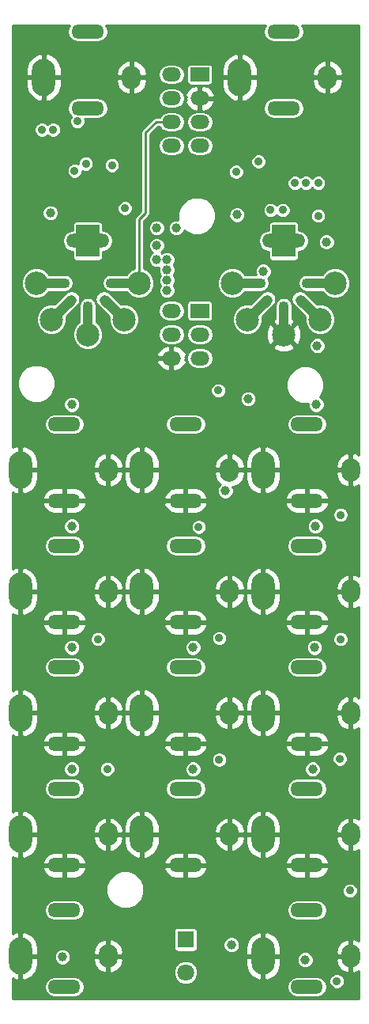
<source format=gtl>
G04 #@! TF.FileFunction,Copper,L1,Top,Signal*
%FSLAX46Y46*%
G04 Gerber Fmt 4.6, Leading zero omitted, Abs format (unit mm)*
G04 Created by KiCad (PCBNEW 4.0.2-stable) date 2021-01-02 10:32:37 AM*
%MOMM*%
G01*
G04 APERTURE LIST*
%ADD10C,0.200000*%
%ADD11R,1.800000X1.800000*%
%ADD12C,1.800000*%
%ADD13R,2.000000X1.500000*%
%ADD14O,2.000000X1.500000*%
%ADD15O,2.500000X4.000000*%
%ADD16O,2.000000X2.500000*%
%ADD17O,3.500000X1.500000*%
%ADD18C,2.500000*%
%ADD19R,2.500000X3.500000*%
%ADD20O,4.600000X1.450000*%
%ADD21O,4.300000X1.100000*%
%ADD22O,1.100000X4.300000*%
%ADD23C,1.100000*%
%ADD24C,1.000000*%
%ADD25C,0.900000*%
%ADD26C,0.350000*%
%ADD27C,0.250000*%
%ADD28C,0.254000*%
G04 APERTURE END LIST*
D10*
D11*
X130500000Y-153250000D03*
D12*
X130500000Y-156750000D03*
D13*
X132020000Y-85960000D03*
D14*
X128980000Y-85960000D03*
X132020000Y-88500000D03*
X128980000Y-88500000D03*
X132020000Y-91040000D03*
X128980000Y-91040000D03*
D15*
X115300000Y-61000000D03*
D16*
X124700000Y-61000000D03*
D17*
X120000000Y-56100000D03*
X120000000Y-64300000D03*
D15*
X136300000Y-61000000D03*
D16*
X145700000Y-61000000D03*
D17*
X141000000Y-56100000D03*
X141000000Y-64300000D03*
D15*
X112800000Y-155000000D03*
D16*
X122200000Y-155000000D03*
D17*
X117500000Y-150100000D03*
X117500000Y-158300000D03*
D15*
X138800000Y-155000000D03*
D16*
X148200000Y-155000000D03*
D17*
X143500000Y-150100000D03*
X143500000Y-158300000D03*
D15*
X112800000Y-103000000D03*
D16*
X122200000Y-103000000D03*
D17*
X117500000Y-98100000D03*
X117500000Y-106300000D03*
D15*
X125800000Y-103000000D03*
D16*
X135200000Y-103000000D03*
D17*
X130500000Y-98100000D03*
X130500000Y-106300000D03*
D15*
X138800000Y-103000000D03*
D16*
X148200000Y-103000000D03*
D17*
X143500000Y-98100000D03*
X143500000Y-106300000D03*
D15*
X112800000Y-116000000D03*
D16*
X122200000Y-116000000D03*
D17*
X117500000Y-111100000D03*
X117500000Y-119300000D03*
D15*
X125800000Y-116000000D03*
D16*
X135200000Y-116000000D03*
D17*
X130500000Y-111100000D03*
X130500000Y-119300000D03*
D15*
X138800000Y-116000000D03*
D16*
X148200000Y-116000000D03*
D17*
X143500000Y-111100000D03*
X143500000Y-119300000D03*
D15*
X112800000Y-129000000D03*
D16*
X122200000Y-129000000D03*
D17*
X117500000Y-124100000D03*
X117500000Y-132300000D03*
D15*
X125800000Y-129000000D03*
D16*
X135200000Y-129000000D03*
D17*
X130500000Y-124100000D03*
X130500000Y-132300000D03*
D15*
X138800000Y-129000000D03*
D16*
X148200000Y-129000000D03*
D17*
X143500000Y-124100000D03*
X143500000Y-132300000D03*
D15*
X112800000Y-142000000D03*
D16*
X122200000Y-142000000D03*
D17*
X117500000Y-137100000D03*
X117500000Y-145300000D03*
D15*
X125800000Y-142000000D03*
D16*
X135200000Y-142000000D03*
D17*
X130500000Y-137100000D03*
X130500000Y-145300000D03*
D15*
X138800000Y-142000000D03*
D16*
X148200000Y-142000000D03*
D17*
X143500000Y-137100000D03*
X143500000Y-145300000D03*
D14*
X128980000Y-68310000D03*
X132020000Y-68310000D03*
D13*
X132020000Y-60690000D03*
D14*
X128980000Y-60690000D03*
X132020000Y-63230000D03*
X128980000Y-63230000D03*
X132020000Y-65770000D03*
X128980000Y-65770000D03*
D18*
X114500000Y-83000000D03*
X125500000Y-83000000D03*
X120000000Y-88500000D03*
D19*
X120000000Y-78500000D03*
D18*
X116110000Y-86890000D03*
X123890000Y-86890000D03*
D20*
X120000000Y-78500000D03*
D21*
X115900000Y-83000000D03*
X124100000Y-83000000D03*
D22*
X120000000Y-87100000D03*
D23*
X115968629Y-87031371D02*
X118231371Y-84768629D01*
X121768629Y-84768629D02*
X124031371Y-87031371D01*
D18*
X135500000Y-83000000D03*
X146500000Y-83000000D03*
X141000000Y-88500000D03*
D19*
X141000000Y-78500000D03*
D18*
X137110000Y-86890000D03*
X144890000Y-86890000D03*
D20*
X141000000Y-78500000D03*
D21*
X136900000Y-83000000D03*
X145100000Y-83000000D03*
D22*
X141000000Y-87100000D03*
D23*
X136968629Y-87031371D02*
X139231371Y-84768629D01*
X142768629Y-84768629D02*
X145031371Y-87031371D01*
D24*
X116875020Y-96045933D03*
X125300000Y-68300000D03*
X116600000Y-77300000D03*
X138400000Y-77300000D03*
X116300000Y-72100000D03*
X144600000Y-89700000D03*
X138815298Y-81738805D03*
X145600000Y-78600000D03*
X127400000Y-80500000D03*
X129500000Y-77100000D03*
X127400000Y-77100000D03*
X134750000Y-105250000D03*
X128502485Y-83774980D03*
X116000000Y-75500000D03*
X144100000Y-135000000D03*
X131300000Y-135000000D03*
X118300000Y-135000000D03*
X144300000Y-122000000D03*
X131300000Y-122000000D03*
X118300000Y-122000000D03*
X144400000Y-109000000D03*
X118300000Y-109000000D03*
X137200000Y-95400000D03*
X144500000Y-96000000D03*
X118300000Y-96000000D03*
X143300000Y-155400000D03*
X135400000Y-153800000D03*
X117300000Y-155100000D03*
X128500000Y-82700000D03*
X128500000Y-81600000D03*
X128500000Y-80500000D03*
X127400000Y-79000000D03*
X136000000Y-75700000D03*
D25*
X134000000Y-94499996D03*
X138300002Y-70000000D03*
X116300000Y-66600000D03*
X135900000Y-71100000D03*
X115100000Y-66600000D03*
X144700000Y-75800000D03*
X146700000Y-157700000D03*
X148100000Y-148000000D03*
X119800000Y-70225031D03*
X131900000Y-109100000D03*
X118900000Y-65700000D03*
X147100000Y-107800000D03*
X118600000Y-71000051D03*
X121100000Y-121100008D03*
X122600000Y-70400000D03*
X134100002Y-121000000D03*
X143400000Y-72300000D03*
X147100000Y-121100000D03*
X142200000Y-72300000D03*
X122100000Y-135000000D03*
X140900000Y-75200000D03*
X134100000Y-134000000D03*
X147025031Y-133900000D03*
X139600000Y-75200000D03*
X144700000Y-72299998D03*
X124000000Y-75000000D03*
D26*
X138800000Y-103000000D02*
X138800000Y-90700000D01*
X138800000Y-90700000D02*
X140210564Y-89289436D01*
D27*
X129230000Y-65770000D02*
X127330000Y-65770000D01*
X127330000Y-65770000D02*
X126200000Y-66900000D01*
X126200000Y-66900000D02*
X126200000Y-75500000D01*
X126200000Y-75500000D02*
X125500000Y-76200000D01*
X125500000Y-76200000D02*
X125500000Y-83000000D01*
D28*
G36*
X117913343Y-55667185D02*
X117827251Y-56100000D01*
X117913343Y-56532815D01*
X118158513Y-56899738D01*
X118525436Y-57144908D01*
X118958251Y-57231000D01*
X121041749Y-57231000D01*
X121474564Y-57144908D01*
X121841487Y-56899738D01*
X122086657Y-56532815D01*
X122172749Y-56100000D01*
X122086657Y-55667185D01*
X121945548Y-55456000D01*
X139054452Y-55456000D01*
X138913343Y-55667185D01*
X138827251Y-56100000D01*
X138913343Y-56532815D01*
X139158513Y-56899738D01*
X139525436Y-57144908D01*
X139958251Y-57231000D01*
X142041749Y-57231000D01*
X142474564Y-57144908D01*
X142841487Y-56899738D01*
X143086657Y-56532815D01*
X143172749Y-56100000D01*
X143086657Y-55667185D01*
X142945548Y-55456000D01*
X149044000Y-55456000D01*
X149044000Y-101373922D01*
X148702396Y-101184258D01*
X148580434Y-101159876D01*
X148327000Y-101279223D01*
X148327000Y-102873000D01*
X148347000Y-102873000D01*
X148347000Y-103127000D01*
X148327000Y-103127000D01*
X148327000Y-104720777D01*
X148580434Y-104840124D01*
X148702396Y-104815742D01*
X149044000Y-104626078D01*
X149044000Y-114373922D01*
X148702396Y-114184258D01*
X148580434Y-114159876D01*
X148327000Y-114279223D01*
X148327000Y-115873000D01*
X148347000Y-115873000D01*
X148347000Y-116127000D01*
X148327000Y-116127000D01*
X148327000Y-117720777D01*
X148580434Y-117840124D01*
X148702396Y-117815742D01*
X149044000Y-117626078D01*
X149044000Y-127373922D01*
X148702396Y-127184258D01*
X148580434Y-127159876D01*
X148327000Y-127279223D01*
X148327000Y-128873000D01*
X148347000Y-128873000D01*
X148347000Y-129127000D01*
X148327000Y-129127000D01*
X148327000Y-130720777D01*
X148580434Y-130840124D01*
X148702396Y-130815742D01*
X149044000Y-130626078D01*
X149044000Y-140373922D01*
X148702396Y-140184258D01*
X148580434Y-140159876D01*
X148327000Y-140279223D01*
X148327000Y-141873000D01*
X148347000Y-141873000D01*
X148347000Y-142127000D01*
X148327000Y-142127000D01*
X148327000Y-143720777D01*
X148580434Y-143840124D01*
X148702396Y-143815742D01*
X149044000Y-143626078D01*
X149044000Y-153373922D01*
X148702396Y-153184258D01*
X148580434Y-153159876D01*
X148327000Y-153279223D01*
X148327000Y-154873000D01*
X148347000Y-154873000D01*
X148347000Y-155127000D01*
X148327000Y-155127000D01*
X148327000Y-156720777D01*
X148580434Y-156840124D01*
X148702396Y-156815742D01*
X149044000Y-156626078D01*
X149044000Y-159544000D01*
X111956000Y-159544000D01*
X111956000Y-158300000D01*
X115327251Y-158300000D01*
X115413343Y-158732815D01*
X115658513Y-159099738D01*
X116025436Y-159344908D01*
X116458251Y-159431000D01*
X118541749Y-159431000D01*
X118974564Y-159344908D01*
X119341487Y-159099738D01*
X119586657Y-158732815D01*
X119672749Y-158300000D01*
X141327251Y-158300000D01*
X141413343Y-158732815D01*
X141658513Y-159099738D01*
X142025436Y-159344908D01*
X142458251Y-159431000D01*
X144541749Y-159431000D01*
X144974564Y-159344908D01*
X145341487Y-159099738D01*
X145586657Y-158732815D01*
X145672749Y-158300000D01*
X145586657Y-157867185D01*
X145584911Y-157864571D01*
X145868856Y-157864571D01*
X145995102Y-158170109D01*
X146228662Y-158404077D01*
X146533979Y-158530855D01*
X146864571Y-158531144D01*
X147170109Y-158404898D01*
X147404077Y-158171338D01*
X147530855Y-157866021D01*
X147531144Y-157535429D01*
X147404898Y-157229891D01*
X147171338Y-156995923D01*
X146866021Y-156869145D01*
X146535429Y-156868856D01*
X146229891Y-156995102D01*
X145995923Y-157228662D01*
X145869145Y-157533979D01*
X145868856Y-157864571D01*
X145584911Y-157864571D01*
X145341487Y-157500262D01*
X144974564Y-157255092D01*
X144541749Y-157169000D01*
X142458251Y-157169000D01*
X142025436Y-157255092D01*
X141658513Y-157500262D01*
X141413343Y-157867185D01*
X141327251Y-158300000D01*
X119672749Y-158300000D01*
X119586657Y-157867185D01*
X119341487Y-157500262D01*
X118974564Y-157255092D01*
X118541749Y-157169000D01*
X116458251Y-157169000D01*
X116025436Y-157255092D01*
X115658513Y-157500262D01*
X115413343Y-157867185D01*
X115327251Y-158300000D01*
X111956000Y-158300000D01*
X111956000Y-157402147D01*
X112195974Y-157540114D01*
X112380355Y-157587695D01*
X112673000Y-157471572D01*
X112673000Y-155127000D01*
X112927000Y-155127000D01*
X112927000Y-157471572D01*
X113219645Y-157587695D01*
X113404026Y-157540114D01*
X114043094Y-157172699D01*
X114173269Y-157003689D01*
X129218778Y-157003689D01*
X129413388Y-157474680D01*
X129773425Y-157835345D01*
X130244076Y-158030777D01*
X130753689Y-158031222D01*
X131224680Y-157836612D01*
X131585345Y-157476575D01*
X131780777Y-157005924D01*
X131781222Y-156496311D01*
X131586612Y-156025320D01*
X131226575Y-155664655D01*
X130755924Y-155469223D01*
X130246311Y-155468778D01*
X129775320Y-155663388D01*
X129414655Y-156023425D01*
X129219223Y-156494076D01*
X129218778Y-157003689D01*
X114173269Y-157003689D01*
X114492912Y-156588691D01*
X114685000Y-155877000D01*
X114685000Y-155274473D01*
X116418847Y-155274473D01*
X116552689Y-155598395D01*
X116800302Y-155846440D01*
X117123989Y-155980847D01*
X117474473Y-155981153D01*
X117798395Y-155847311D01*
X118046440Y-155599698D01*
X118135578Y-155385030D01*
X120561185Y-155385030D01*
X120737606Y-156001899D01*
X121136663Y-156504298D01*
X121697604Y-156815742D01*
X121819566Y-156840124D01*
X122073000Y-156720777D01*
X122073000Y-155127000D01*
X122327000Y-155127000D01*
X122327000Y-156720777D01*
X122580434Y-156840124D01*
X122702396Y-156815742D01*
X123263337Y-156504298D01*
X123662394Y-156001899D01*
X123838815Y-155385030D01*
X123681012Y-155127000D01*
X136915000Y-155127000D01*
X136915000Y-155877000D01*
X137107088Y-156588691D01*
X137556906Y-157172699D01*
X138195974Y-157540114D01*
X138380355Y-157587695D01*
X138673000Y-157471572D01*
X138673000Y-155127000D01*
X138927000Y-155127000D01*
X138927000Y-157471572D01*
X139219645Y-157587695D01*
X139404026Y-157540114D01*
X140043094Y-157172699D01*
X140492912Y-156588691D01*
X140685000Y-155877000D01*
X140685000Y-155574473D01*
X142418847Y-155574473D01*
X142552689Y-155898395D01*
X142800302Y-156146440D01*
X143123989Y-156280847D01*
X143474473Y-156281153D01*
X143798395Y-156147311D01*
X144046440Y-155899698D01*
X144180847Y-155576011D01*
X144181013Y-155385030D01*
X146561185Y-155385030D01*
X146737606Y-156001899D01*
X147136663Y-156504298D01*
X147697604Y-156815742D01*
X147819566Y-156840124D01*
X148073000Y-156720777D01*
X148073000Y-155127000D01*
X146718988Y-155127000D01*
X146561185Y-155385030D01*
X144181013Y-155385030D01*
X144181153Y-155225527D01*
X144047311Y-154901605D01*
X143799698Y-154653560D01*
X143706764Y-154614970D01*
X146561185Y-154614970D01*
X146718988Y-154873000D01*
X148073000Y-154873000D01*
X148073000Y-153279223D01*
X147819566Y-153159876D01*
X147697604Y-153184258D01*
X147136663Y-153495702D01*
X146737606Y-153998101D01*
X146561185Y-154614970D01*
X143706764Y-154614970D01*
X143476011Y-154519153D01*
X143125527Y-154518847D01*
X142801605Y-154652689D01*
X142553560Y-154900302D01*
X142419153Y-155223989D01*
X142418847Y-155574473D01*
X140685000Y-155574473D01*
X140685000Y-155127000D01*
X138927000Y-155127000D01*
X138673000Y-155127000D01*
X136915000Y-155127000D01*
X123681012Y-155127000D01*
X122327000Y-155127000D01*
X122073000Y-155127000D01*
X120718988Y-155127000D01*
X120561185Y-155385030D01*
X118135578Y-155385030D01*
X118180847Y-155276011D01*
X118181153Y-154925527D01*
X118052834Y-154614970D01*
X120561185Y-154614970D01*
X120718988Y-154873000D01*
X122073000Y-154873000D01*
X122073000Y-153279223D01*
X122327000Y-153279223D01*
X122327000Y-154873000D01*
X123681012Y-154873000D01*
X123838815Y-154614970D01*
X123662394Y-153998101D01*
X123263337Y-153495702D01*
X122702396Y-153184258D01*
X122580434Y-153159876D01*
X122327000Y-153279223D01*
X122073000Y-153279223D01*
X121819566Y-153159876D01*
X121697604Y-153184258D01*
X121136663Y-153495702D01*
X120737606Y-153998101D01*
X120561185Y-154614970D01*
X118052834Y-154614970D01*
X118047311Y-154601605D01*
X117799698Y-154353560D01*
X117476011Y-154219153D01*
X117125527Y-154218847D01*
X116801605Y-154352689D01*
X116553560Y-154600302D01*
X116419153Y-154923989D01*
X116418847Y-155274473D01*
X114685000Y-155274473D01*
X114685000Y-155127000D01*
X112927000Y-155127000D01*
X112673000Y-155127000D01*
X112653000Y-155127000D01*
X112653000Y-154873000D01*
X112673000Y-154873000D01*
X112673000Y-152528428D01*
X112927000Y-152528428D01*
X112927000Y-154873000D01*
X114685000Y-154873000D01*
X114685000Y-154123000D01*
X114492912Y-153411309D01*
X114043094Y-152827301D01*
X113404026Y-152459886D01*
X113219645Y-152412305D01*
X112927000Y-152528428D01*
X112673000Y-152528428D01*
X112380355Y-152412305D01*
X112195974Y-152459886D01*
X111956000Y-152597853D01*
X111956000Y-152350000D01*
X129211536Y-152350000D01*
X129211536Y-154150000D01*
X129238103Y-154291190D01*
X129321546Y-154420865D01*
X129448866Y-154507859D01*
X129600000Y-154538464D01*
X131400000Y-154538464D01*
X131541190Y-154511897D01*
X131670865Y-154428454D01*
X131757859Y-154301134D01*
X131788464Y-154150000D01*
X131788464Y-153974473D01*
X134518847Y-153974473D01*
X134652689Y-154298395D01*
X134900302Y-154546440D01*
X135223989Y-154680847D01*
X135574473Y-154681153D01*
X135898395Y-154547311D01*
X136146440Y-154299698D01*
X136219811Y-154123000D01*
X136915000Y-154123000D01*
X136915000Y-154873000D01*
X138673000Y-154873000D01*
X138673000Y-152528428D01*
X138927000Y-152528428D01*
X138927000Y-154873000D01*
X140685000Y-154873000D01*
X140685000Y-154123000D01*
X140492912Y-153411309D01*
X140043094Y-152827301D01*
X139404026Y-152459886D01*
X139219645Y-152412305D01*
X138927000Y-152528428D01*
X138673000Y-152528428D01*
X138380355Y-152412305D01*
X138195974Y-152459886D01*
X137556906Y-152827301D01*
X137107088Y-153411309D01*
X136915000Y-154123000D01*
X136219811Y-154123000D01*
X136280847Y-153976011D01*
X136281153Y-153625527D01*
X136147311Y-153301605D01*
X135899698Y-153053560D01*
X135576011Y-152919153D01*
X135225527Y-152918847D01*
X134901605Y-153052689D01*
X134653560Y-153300302D01*
X134519153Y-153623989D01*
X134518847Y-153974473D01*
X131788464Y-153974473D01*
X131788464Y-152350000D01*
X131761897Y-152208810D01*
X131678454Y-152079135D01*
X131551134Y-151992141D01*
X131400000Y-151961536D01*
X129600000Y-151961536D01*
X129458810Y-151988103D01*
X129329135Y-152071546D01*
X129242141Y-152198866D01*
X129211536Y-152350000D01*
X111956000Y-152350000D01*
X111956000Y-150100000D01*
X115327251Y-150100000D01*
X115413343Y-150532815D01*
X115658513Y-150899738D01*
X116025436Y-151144908D01*
X116458251Y-151231000D01*
X118541749Y-151231000D01*
X118974564Y-151144908D01*
X119341487Y-150899738D01*
X119586657Y-150532815D01*
X119672749Y-150100000D01*
X141327251Y-150100000D01*
X141413343Y-150532815D01*
X141658513Y-150899738D01*
X142025436Y-151144908D01*
X142458251Y-151231000D01*
X144541749Y-151231000D01*
X144974564Y-151144908D01*
X145341487Y-150899738D01*
X145586657Y-150532815D01*
X145672749Y-150100000D01*
X145586657Y-149667185D01*
X145341487Y-149300262D01*
X144974564Y-149055092D01*
X144541749Y-148969000D01*
X142458251Y-148969000D01*
X142025436Y-149055092D01*
X141658513Y-149300262D01*
X141413343Y-149667185D01*
X141327251Y-150100000D01*
X119672749Y-150100000D01*
X119586657Y-149667185D01*
X119341487Y-149300262D01*
X118974564Y-149055092D01*
X118541749Y-148969000D01*
X116458251Y-148969000D01*
X116025436Y-149055092D01*
X115658513Y-149300262D01*
X115413343Y-149667185D01*
X115327251Y-150100000D01*
X111956000Y-150100000D01*
X111956000Y-148302416D01*
X121967648Y-148302416D01*
X122276350Y-149049532D01*
X122847462Y-149621641D01*
X123594037Y-149931646D01*
X124402416Y-149932352D01*
X125149532Y-149623650D01*
X125721641Y-149052538D01*
X126031646Y-148305963D01*
X126031769Y-148164571D01*
X147268856Y-148164571D01*
X147395102Y-148470109D01*
X147628662Y-148704077D01*
X147933979Y-148830855D01*
X148264571Y-148831144D01*
X148570109Y-148704898D01*
X148804077Y-148471338D01*
X148930855Y-148166021D01*
X148931144Y-147835429D01*
X148804898Y-147529891D01*
X148571338Y-147295923D01*
X148266021Y-147169145D01*
X147935429Y-147168856D01*
X147629891Y-147295102D01*
X147395923Y-147528662D01*
X147269145Y-147833979D01*
X147268856Y-148164571D01*
X126031769Y-148164571D01*
X126032352Y-147497584D01*
X125723650Y-146750468D01*
X125152538Y-146178359D01*
X124405963Y-145868354D01*
X123597584Y-145867648D01*
X122850468Y-146176350D01*
X122278359Y-146747462D01*
X121968354Y-147494037D01*
X121967648Y-148302416D01*
X111956000Y-148302416D01*
X111956000Y-145641185D01*
X115157682Y-145641185D01*
X115171827Y-145712684D01*
X115430855Y-146189540D01*
X115852651Y-146530972D01*
X116373000Y-146685000D01*
X117373000Y-146685000D01*
X117373000Y-145427000D01*
X117627000Y-145427000D01*
X117627000Y-146685000D01*
X118627000Y-146685000D01*
X119147349Y-146530972D01*
X119569145Y-146189540D01*
X119828173Y-145712684D01*
X119842318Y-145641185D01*
X128157682Y-145641185D01*
X128171827Y-145712684D01*
X128430855Y-146189540D01*
X128852651Y-146530972D01*
X129373000Y-146685000D01*
X130373000Y-146685000D01*
X130373000Y-145427000D01*
X130627000Y-145427000D01*
X130627000Y-146685000D01*
X131627000Y-146685000D01*
X132147349Y-146530972D01*
X132569145Y-146189540D01*
X132828173Y-145712684D01*
X132842318Y-145641185D01*
X141157682Y-145641185D01*
X141171827Y-145712684D01*
X141430855Y-146189540D01*
X141852651Y-146530972D01*
X142373000Y-146685000D01*
X143373000Y-146685000D01*
X143373000Y-145427000D01*
X143627000Y-145427000D01*
X143627000Y-146685000D01*
X144627000Y-146685000D01*
X145147349Y-146530972D01*
X145569145Y-146189540D01*
X145828173Y-145712684D01*
X145842318Y-145641185D01*
X145719656Y-145427000D01*
X143627000Y-145427000D01*
X143373000Y-145427000D01*
X141280344Y-145427000D01*
X141157682Y-145641185D01*
X132842318Y-145641185D01*
X132719656Y-145427000D01*
X130627000Y-145427000D01*
X130373000Y-145427000D01*
X128280344Y-145427000D01*
X128157682Y-145641185D01*
X119842318Y-145641185D01*
X119719656Y-145427000D01*
X117627000Y-145427000D01*
X117373000Y-145427000D01*
X115280344Y-145427000D01*
X115157682Y-145641185D01*
X111956000Y-145641185D01*
X111956000Y-144958815D01*
X115157682Y-144958815D01*
X115280344Y-145173000D01*
X117373000Y-145173000D01*
X117373000Y-143915000D01*
X117627000Y-143915000D01*
X117627000Y-145173000D01*
X119719656Y-145173000D01*
X119842318Y-144958815D01*
X128157682Y-144958815D01*
X128280344Y-145173000D01*
X130373000Y-145173000D01*
X130373000Y-143915000D01*
X130627000Y-143915000D01*
X130627000Y-145173000D01*
X132719656Y-145173000D01*
X132842318Y-144958815D01*
X141157682Y-144958815D01*
X141280344Y-145173000D01*
X143373000Y-145173000D01*
X143373000Y-143915000D01*
X143627000Y-143915000D01*
X143627000Y-145173000D01*
X145719656Y-145173000D01*
X145842318Y-144958815D01*
X145828173Y-144887316D01*
X145569145Y-144410460D01*
X145147349Y-144069028D01*
X144627000Y-143915000D01*
X143627000Y-143915000D01*
X143373000Y-143915000D01*
X142373000Y-143915000D01*
X141852651Y-144069028D01*
X141430855Y-144410460D01*
X141171827Y-144887316D01*
X141157682Y-144958815D01*
X132842318Y-144958815D01*
X132828173Y-144887316D01*
X132569145Y-144410460D01*
X132147349Y-144069028D01*
X131627000Y-143915000D01*
X130627000Y-143915000D01*
X130373000Y-143915000D01*
X129373000Y-143915000D01*
X128852651Y-144069028D01*
X128430855Y-144410460D01*
X128171827Y-144887316D01*
X128157682Y-144958815D01*
X119842318Y-144958815D01*
X119828173Y-144887316D01*
X119569145Y-144410460D01*
X119147349Y-144069028D01*
X118627000Y-143915000D01*
X117627000Y-143915000D01*
X117373000Y-143915000D01*
X116373000Y-143915000D01*
X115852651Y-144069028D01*
X115430855Y-144410460D01*
X115171827Y-144887316D01*
X115157682Y-144958815D01*
X111956000Y-144958815D01*
X111956000Y-144402147D01*
X112195974Y-144540114D01*
X112380355Y-144587695D01*
X112673000Y-144471572D01*
X112673000Y-142127000D01*
X112927000Y-142127000D01*
X112927000Y-144471572D01*
X113219645Y-144587695D01*
X113404026Y-144540114D01*
X114043094Y-144172699D01*
X114492912Y-143588691D01*
X114685000Y-142877000D01*
X114685000Y-142385030D01*
X120561185Y-142385030D01*
X120737606Y-143001899D01*
X121136663Y-143504298D01*
X121697604Y-143815742D01*
X121819566Y-143840124D01*
X122073000Y-143720777D01*
X122073000Y-142127000D01*
X122327000Y-142127000D01*
X122327000Y-143720777D01*
X122580434Y-143840124D01*
X122702396Y-143815742D01*
X123263337Y-143504298D01*
X123662394Y-143001899D01*
X123838815Y-142385030D01*
X123681012Y-142127000D01*
X123915000Y-142127000D01*
X123915000Y-142877000D01*
X124107088Y-143588691D01*
X124556906Y-144172699D01*
X125195974Y-144540114D01*
X125380355Y-144587695D01*
X125673000Y-144471572D01*
X125673000Y-142127000D01*
X125927000Y-142127000D01*
X125927000Y-144471572D01*
X126219645Y-144587695D01*
X126404026Y-144540114D01*
X127043094Y-144172699D01*
X127492912Y-143588691D01*
X127685000Y-142877000D01*
X127685000Y-142385030D01*
X133561185Y-142385030D01*
X133737606Y-143001899D01*
X134136663Y-143504298D01*
X134697604Y-143815742D01*
X134819566Y-143840124D01*
X135073000Y-143720777D01*
X135073000Y-142127000D01*
X135327000Y-142127000D01*
X135327000Y-143720777D01*
X135580434Y-143840124D01*
X135702396Y-143815742D01*
X136263337Y-143504298D01*
X136662394Y-143001899D01*
X136838815Y-142385030D01*
X136681012Y-142127000D01*
X136915000Y-142127000D01*
X136915000Y-142877000D01*
X137107088Y-143588691D01*
X137556906Y-144172699D01*
X138195974Y-144540114D01*
X138380355Y-144587695D01*
X138673000Y-144471572D01*
X138673000Y-142127000D01*
X138927000Y-142127000D01*
X138927000Y-144471572D01*
X139219645Y-144587695D01*
X139404026Y-144540114D01*
X140043094Y-144172699D01*
X140492912Y-143588691D01*
X140685000Y-142877000D01*
X140685000Y-142385030D01*
X146561185Y-142385030D01*
X146737606Y-143001899D01*
X147136663Y-143504298D01*
X147697604Y-143815742D01*
X147819566Y-143840124D01*
X148073000Y-143720777D01*
X148073000Y-142127000D01*
X146718988Y-142127000D01*
X146561185Y-142385030D01*
X140685000Y-142385030D01*
X140685000Y-142127000D01*
X138927000Y-142127000D01*
X138673000Y-142127000D01*
X136915000Y-142127000D01*
X136681012Y-142127000D01*
X135327000Y-142127000D01*
X135073000Y-142127000D01*
X133718988Y-142127000D01*
X133561185Y-142385030D01*
X127685000Y-142385030D01*
X127685000Y-142127000D01*
X125927000Y-142127000D01*
X125673000Y-142127000D01*
X123915000Y-142127000D01*
X123681012Y-142127000D01*
X122327000Y-142127000D01*
X122073000Y-142127000D01*
X120718988Y-142127000D01*
X120561185Y-142385030D01*
X114685000Y-142385030D01*
X114685000Y-142127000D01*
X112927000Y-142127000D01*
X112673000Y-142127000D01*
X112653000Y-142127000D01*
X112653000Y-141873000D01*
X112673000Y-141873000D01*
X112673000Y-139528428D01*
X112927000Y-139528428D01*
X112927000Y-141873000D01*
X114685000Y-141873000D01*
X114685000Y-141614970D01*
X120561185Y-141614970D01*
X120718988Y-141873000D01*
X122073000Y-141873000D01*
X122073000Y-140279223D01*
X122327000Y-140279223D01*
X122327000Y-141873000D01*
X123681012Y-141873000D01*
X123838815Y-141614970D01*
X123698115Y-141123000D01*
X123915000Y-141123000D01*
X123915000Y-141873000D01*
X125673000Y-141873000D01*
X125673000Y-139528428D01*
X125927000Y-139528428D01*
X125927000Y-141873000D01*
X127685000Y-141873000D01*
X127685000Y-141614970D01*
X133561185Y-141614970D01*
X133718988Y-141873000D01*
X135073000Y-141873000D01*
X135073000Y-140279223D01*
X135327000Y-140279223D01*
X135327000Y-141873000D01*
X136681012Y-141873000D01*
X136838815Y-141614970D01*
X136698115Y-141123000D01*
X136915000Y-141123000D01*
X136915000Y-141873000D01*
X138673000Y-141873000D01*
X138673000Y-139528428D01*
X138927000Y-139528428D01*
X138927000Y-141873000D01*
X140685000Y-141873000D01*
X140685000Y-141614970D01*
X146561185Y-141614970D01*
X146718988Y-141873000D01*
X148073000Y-141873000D01*
X148073000Y-140279223D01*
X147819566Y-140159876D01*
X147697604Y-140184258D01*
X147136663Y-140495702D01*
X146737606Y-140998101D01*
X146561185Y-141614970D01*
X140685000Y-141614970D01*
X140685000Y-141123000D01*
X140492912Y-140411309D01*
X140043094Y-139827301D01*
X139404026Y-139459886D01*
X139219645Y-139412305D01*
X138927000Y-139528428D01*
X138673000Y-139528428D01*
X138380355Y-139412305D01*
X138195974Y-139459886D01*
X137556906Y-139827301D01*
X137107088Y-140411309D01*
X136915000Y-141123000D01*
X136698115Y-141123000D01*
X136662394Y-140998101D01*
X136263337Y-140495702D01*
X135702396Y-140184258D01*
X135580434Y-140159876D01*
X135327000Y-140279223D01*
X135073000Y-140279223D01*
X134819566Y-140159876D01*
X134697604Y-140184258D01*
X134136663Y-140495702D01*
X133737606Y-140998101D01*
X133561185Y-141614970D01*
X127685000Y-141614970D01*
X127685000Y-141123000D01*
X127492912Y-140411309D01*
X127043094Y-139827301D01*
X126404026Y-139459886D01*
X126219645Y-139412305D01*
X125927000Y-139528428D01*
X125673000Y-139528428D01*
X125380355Y-139412305D01*
X125195974Y-139459886D01*
X124556906Y-139827301D01*
X124107088Y-140411309D01*
X123915000Y-141123000D01*
X123698115Y-141123000D01*
X123662394Y-140998101D01*
X123263337Y-140495702D01*
X122702396Y-140184258D01*
X122580434Y-140159876D01*
X122327000Y-140279223D01*
X122073000Y-140279223D01*
X121819566Y-140159876D01*
X121697604Y-140184258D01*
X121136663Y-140495702D01*
X120737606Y-140998101D01*
X120561185Y-141614970D01*
X114685000Y-141614970D01*
X114685000Y-141123000D01*
X114492912Y-140411309D01*
X114043094Y-139827301D01*
X113404026Y-139459886D01*
X113219645Y-139412305D01*
X112927000Y-139528428D01*
X112673000Y-139528428D01*
X112380355Y-139412305D01*
X112195974Y-139459886D01*
X111956000Y-139597853D01*
X111956000Y-137100000D01*
X115327251Y-137100000D01*
X115413343Y-137532815D01*
X115658513Y-137899738D01*
X116025436Y-138144908D01*
X116458251Y-138231000D01*
X118541749Y-138231000D01*
X118974564Y-138144908D01*
X119341487Y-137899738D01*
X119586657Y-137532815D01*
X119672749Y-137100000D01*
X128327251Y-137100000D01*
X128413343Y-137532815D01*
X128658513Y-137899738D01*
X129025436Y-138144908D01*
X129458251Y-138231000D01*
X131541749Y-138231000D01*
X131974564Y-138144908D01*
X132341487Y-137899738D01*
X132586657Y-137532815D01*
X132672749Y-137100000D01*
X141327251Y-137100000D01*
X141413343Y-137532815D01*
X141658513Y-137899738D01*
X142025436Y-138144908D01*
X142458251Y-138231000D01*
X144541749Y-138231000D01*
X144974564Y-138144908D01*
X145341487Y-137899738D01*
X145586657Y-137532815D01*
X145672749Y-137100000D01*
X145586657Y-136667185D01*
X145341487Y-136300262D01*
X144974564Y-136055092D01*
X144541749Y-135969000D01*
X142458251Y-135969000D01*
X142025436Y-136055092D01*
X141658513Y-136300262D01*
X141413343Y-136667185D01*
X141327251Y-137100000D01*
X132672749Y-137100000D01*
X132586657Y-136667185D01*
X132341487Y-136300262D01*
X131974564Y-136055092D01*
X131541749Y-135969000D01*
X129458251Y-135969000D01*
X129025436Y-136055092D01*
X128658513Y-136300262D01*
X128413343Y-136667185D01*
X128327251Y-137100000D01*
X119672749Y-137100000D01*
X119586657Y-136667185D01*
X119341487Y-136300262D01*
X118974564Y-136055092D01*
X118541749Y-135969000D01*
X116458251Y-135969000D01*
X116025436Y-136055092D01*
X115658513Y-136300262D01*
X115413343Y-136667185D01*
X115327251Y-137100000D01*
X111956000Y-137100000D01*
X111956000Y-135174473D01*
X117418847Y-135174473D01*
X117552689Y-135498395D01*
X117800302Y-135746440D01*
X118123989Y-135880847D01*
X118474473Y-135881153D01*
X118798395Y-135747311D01*
X119046440Y-135499698D01*
X119180847Y-135176011D01*
X119180856Y-135164571D01*
X121268856Y-135164571D01*
X121395102Y-135470109D01*
X121628662Y-135704077D01*
X121933979Y-135830855D01*
X122264571Y-135831144D01*
X122570109Y-135704898D01*
X122804077Y-135471338D01*
X122927345Y-135174473D01*
X130418847Y-135174473D01*
X130552689Y-135498395D01*
X130800302Y-135746440D01*
X131123989Y-135880847D01*
X131474473Y-135881153D01*
X131798395Y-135747311D01*
X132046440Y-135499698D01*
X132180847Y-135176011D01*
X132180848Y-135174473D01*
X143218847Y-135174473D01*
X143352689Y-135498395D01*
X143600302Y-135746440D01*
X143923989Y-135880847D01*
X144274473Y-135881153D01*
X144598395Y-135747311D01*
X144846440Y-135499698D01*
X144980847Y-135176011D01*
X144981153Y-134825527D01*
X144847311Y-134501605D01*
X144599698Y-134253560D01*
X144276011Y-134119153D01*
X143925527Y-134118847D01*
X143601605Y-134252689D01*
X143353560Y-134500302D01*
X143219153Y-134823989D01*
X143218847Y-135174473D01*
X132180848Y-135174473D01*
X132181153Y-134825527D01*
X132047311Y-134501605D01*
X131799698Y-134253560D01*
X131585390Y-134164571D01*
X133268856Y-134164571D01*
X133395102Y-134470109D01*
X133628662Y-134704077D01*
X133933979Y-134830855D01*
X134264571Y-134831144D01*
X134570109Y-134704898D01*
X134804077Y-134471338D01*
X134930855Y-134166021D01*
X134930943Y-134064571D01*
X146193887Y-134064571D01*
X146320133Y-134370109D01*
X146553693Y-134604077D01*
X146859010Y-134730855D01*
X147189602Y-134731144D01*
X147495140Y-134604898D01*
X147729108Y-134371338D01*
X147855886Y-134066021D01*
X147856175Y-133735429D01*
X147729929Y-133429891D01*
X147496369Y-133195923D01*
X147191052Y-133069145D01*
X146860460Y-133068856D01*
X146554922Y-133195102D01*
X146320954Y-133428662D01*
X146194176Y-133733979D01*
X146193887Y-134064571D01*
X134930943Y-134064571D01*
X134931144Y-133835429D01*
X134804898Y-133529891D01*
X134571338Y-133295923D01*
X134266021Y-133169145D01*
X133935429Y-133168856D01*
X133629891Y-133295102D01*
X133395923Y-133528662D01*
X133269145Y-133833979D01*
X133268856Y-134164571D01*
X131585390Y-134164571D01*
X131476011Y-134119153D01*
X131125527Y-134118847D01*
X130801605Y-134252689D01*
X130553560Y-134500302D01*
X130419153Y-134823989D01*
X130418847Y-135174473D01*
X122927345Y-135174473D01*
X122930855Y-135166021D01*
X122931144Y-134835429D01*
X122804898Y-134529891D01*
X122571338Y-134295923D01*
X122266021Y-134169145D01*
X121935429Y-134168856D01*
X121629891Y-134295102D01*
X121395923Y-134528662D01*
X121269145Y-134833979D01*
X121268856Y-135164571D01*
X119180856Y-135164571D01*
X119181153Y-134825527D01*
X119047311Y-134501605D01*
X118799698Y-134253560D01*
X118476011Y-134119153D01*
X118125527Y-134118847D01*
X117801605Y-134252689D01*
X117553560Y-134500302D01*
X117419153Y-134823989D01*
X117418847Y-135174473D01*
X111956000Y-135174473D01*
X111956000Y-132641185D01*
X115157682Y-132641185D01*
X115171827Y-132712684D01*
X115430855Y-133189540D01*
X115852651Y-133530972D01*
X116373000Y-133685000D01*
X117373000Y-133685000D01*
X117373000Y-132427000D01*
X117627000Y-132427000D01*
X117627000Y-133685000D01*
X118627000Y-133685000D01*
X119147349Y-133530972D01*
X119569145Y-133189540D01*
X119828173Y-132712684D01*
X119842318Y-132641185D01*
X128157682Y-132641185D01*
X128171827Y-132712684D01*
X128430855Y-133189540D01*
X128852651Y-133530972D01*
X129373000Y-133685000D01*
X130373000Y-133685000D01*
X130373000Y-132427000D01*
X130627000Y-132427000D01*
X130627000Y-133685000D01*
X131627000Y-133685000D01*
X132147349Y-133530972D01*
X132569145Y-133189540D01*
X132828173Y-132712684D01*
X132842318Y-132641185D01*
X141157682Y-132641185D01*
X141171827Y-132712684D01*
X141430855Y-133189540D01*
X141852651Y-133530972D01*
X142373000Y-133685000D01*
X143373000Y-133685000D01*
X143373000Y-132427000D01*
X143627000Y-132427000D01*
X143627000Y-133685000D01*
X144627000Y-133685000D01*
X145147349Y-133530972D01*
X145569145Y-133189540D01*
X145828173Y-132712684D01*
X145842318Y-132641185D01*
X145719656Y-132427000D01*
X143627000Y-132427000D01*
X143373000Y-132427000D01*
X141280344Y-132427000D01*
X141157682Y-132641185D01*
X132842318Y-132641185D01*
X132719656Y-132427000D01*
X130627000Y-132427000D01*
X130373000Y-132427000D01*
X128280344Y-132427000D01*
X128157682Y-132641185D01*
X119842318Y-132641185D01*
X119719656Y-132427000D01*
X117627000Y-132427000D01*
X117373000Y-132427000D01*
X115280344Y-132427000D01*
X115157682Y-132641185D01*
X111956000Y-132641185D01*
X111956000Y-131958815D01*
X115157682Y-131958815D01*
X115280344Y-132173000D01*
X117373000Y-132173000D01*
X117373000Y-130915000D01*
X117627000Y-130915000D01*
X117627000Y-132173000D01*
X119719656Y-132173000D01*
X119842318Y-131958815D01*
X128157682Y-131958815D01*
X128280344Y-132173000D01*
X130373000Y-132173000D01*
X130373000Y-130915000D01*
X130627000Y-130915000D01*
X130627000Y-132173000D01*
X132719656Y-132173000D01*
X132842318Y-131958815D01*
X141157682Y-131958815D01*
X141280344Y-132173000D01*
X143373000Y-132173000D01*
X143373000Y-130915000D01*
X143627000Y-130915000D01*
X143627000Y-132173000D01*
X145719656Y-132173000D01*
X145842318Y-131958815D01*
X145828173Y-131887316D01*
X145569145Y-131410460D01*
X145147349Y-131069028D01*
X144627000Y-130915000D01*
X143627000Y-130915000D01*
X143373000Y-130915000D01*
X142373000Y-130915000D01*
X141852651Y-131069028D01*
X141430855Y-131410460D01*
X141171827Y-131887316D01*
X141157682Y-131958815D01*
X132842318Y-131958815D01*
X132828173Y-131887316D01*
X132569145Y-131410460D01*
X132147349Y-131069028D01*
X131627000Y-130915000D01*
X130627000Y-130915000D01*
X130373000Y-130915000D01*
X129373000Y-130915000D01*
X128852651Y-131069028D01*
X128430855Y-131410460D01*
X128171827Y-131887316D01*
X128157682Y-131958815D01*
X119842318Y-131958815D01*
X119828173Y-131887316D01*
X119569145Y-131410460D01*
X119147349Y-131069028D01*
X118627000Y-130915000D01*
X117627000Y-130915000D01*
X117373000Y-130915000D01*
X116373000Y-130915000D01*
X115852651Y-131069028D01*
X115430855Y-131410460D01*
X115171827Y-131887316D01*
X115157682Y-131958815D01*
X111956000Y-131958815D01*
X111956000Y-131402147D01*
X112195974Y-131540114D01*
X112380355Y-131587695D01*
X112673000Y-131471572D01*
X112673000Y-129127000D01*
X112927000Y-129127000D01*
X112927000Y-131471572D01*
X113219645Y-131587695D01*
X113404026Y-131540114D01*
X114043094Y-131172699D01*
X114492912Y-130588691D01*
X114685000Y-129877000D01*
X114685000Y-129385030D01*
X120561185Y-129385030D01*
X120737606Y-130001899D01*
X121136663Y-130504298D01*
X121697604Y-130815742D01*
X121819566Y-130840124D01*
X122073000Y-130720777D01*
X122073000Y-129127000D01*
X122327000Y-129127000D01*
X122327000Y-130720777D01*
X122580434Y-130840124D01*
X122702396Y-130815742D01*
X123263337Y-130504298D01*
X123662394Y-130001899D01*
X123838815Y-129385030D01*
X123681012Y-129127000D01*
X123915000Y-129127000D01*
X123915000Y-129877000D01*
X124107088Y-130588691D01*
X124556906Y-131172699D01*
X125195974Y-131540114D01*
X125380355Y-131587695D01*
X125673000Y-131471572D01*
X125673000Y-129127000D01*
X125927000Y-129127000D01*
X125927000Y-131471572D01*
X126219645Y-131587695D01*
X126404026Y-131540114D01*
X127043094Y-131172699D01*
X127492912Y-130588691D01*
X127685000Y-129877000D01*
X127685000Y-129385030D01*
X133561185Y-129385030D01*
X133737606Y-130001899D01*
X134136663Y-130504298D01*
X134697604Y-130815742D01*
X134819566Y-130840124D01*
X135073000Y-130720777D01*
X135073000Y-129127000D01*
X135327000Y-129127000D01*
X135327000Y-130720777D01*
X135580434Y-130840124D01*
X135702396Y-130815742D01*
X136263337Y-130504298D01*
X136662394Y-130001899D01*
X136838815Y-129385030D01*
X136681012Y-129127000D01*
X136915000Y-129127000D01*
X136915000Y-129877000D01*
X137107088Y-130588691D01*
X137556906Y-131172699D01*
X138195974Y-131540114D01*
X138380355Y-131587695D01*
X138673000Y-131471572D01*
X138673000Y-129127000D01*
X138927000Y-129127000D01*
X138927000Y-131471572D01*
X139219645Y-131587695D01*
X139404026Y-131540114D01*
X140043094Y-131172699D01*
X140492912Y-130588691D01*
X140685000Y-129877000D01*
X140685000Y-129385030D01*
X146561185Y-129385030D01*
X146737606Y-130001899D01*
X147136663Y-130504298D01*
X147697604Y-130815742D01*
X147819566Y-130840124D01*
X148073000Y-130720777D01*
X148073000Y-129127000D01*
X146718988Y-129127000D01*
X146561185Y-129385030D01*
X140685000Y-129385030D01*
X140685000Y-129127000D01*
X138927000Y-129127000D01*
X138673000Y-129127000D01*
X136915000Y-129127000D01*
X136681012Y-129127000D01*
X135327000Y-129127000D01*
X135073000Y-129127000D01*
X133718988Y-129127000D01*
X133561185Y-129385030D01*
X127685000Y-129385030D01*
X127685000Y-129127000D01*
X125927000Y-129127000D01*
X125673000Y-129127000D01*
X123915000Y-129127000D01*
X123681012Y-129127000D01*
X122327000Y-129127000D01*
X122073000Y-129127000D01*
X120718988Y-129127000D01*
X120561185Y-129385030D01*
X114685000Y-129385030D01*
X114685000Y-129127000D01*
X112927000Y-129127000D01*
X112673000Y-129127000D01*
X112653000Y-129127000D01*
X112653000Y-128873000D01*
X112673000Y-128873000D01*
X112673000Y-126528428D01*
X112927000Y-126528428D01*
X112927000Y-128873000D01*
X114685000Y-128873000D01*
X114685000Y-128614970D01*
X120561185Y-128614970D01*
X120718988Y-128873000D01*
X122073000Y-128873000D01*
X122073000Y-127279223D01*
X122327000Y-127279223D01*
X122327000Y-128873000D01*
X123681012Y-128873000D01*
X123838815Y-128614970D01*
X123698115Y-128123000D01*
X123915000Y-128123000D01*
X123915000Y-128873000D01*
X125673000Y-128873000D01*
X125673000Y-126528428D01*
X125927000Y-126528428D01*
X125927000Y-128873000D01*
X127685000Y-128873000D01*
X127685000Y-128614970D01*
X133561185Y-128614970D01*
X133718988Y-128873000D01*
X135073000Y-128873000D01*
X135073000Y-127279223D01*
X135327000Y-127279223D01*
X135327000Y-128873000D01*
X136681012Y-128873000D01*
X136838815Y-128614970D01*
X136698115Y-128123000D01*
X136915000Y-128123000D01*
X136915000Y-128873000D01*
X138673000Y-128873000D01*
X138673000Y-126528428D01*
X138927000Y-126528428D01*
X138927000Y-128873000D01*
X140685000Y-128873000D01*
X140685000Y-128614970D01*
X146561185Y-128614970D01*
X146718988Y-128873000D01*
X148073000Y-128873000D01*
X148073000Y-127279223D01*
X147819566Y-127159876D01*
X147697604Y-127184258D01*
X147136663Y-127495702D01*
X146737606Y-127998101D01*
X146561185Y-128614970D01*
X140685000Y-128614970D01*
X140685000Y-128123000D01*
X140492912Y-127411309D01*
X140043094Y-126827301D01*
X139404026Y-126459886D01*
X139219645Y-126412305D01*
X138927000Y-126528428D01*
X138673000Y-126528428D01*
X138380355Y-126412305D01*
X138195974Y-126459886D01*
X137556906Y-126827301D01*
X137107088Y-127411309D01*
X136915000Y-128123000D01*
X136698115Y-128123000D01*
X136662394Y-127998101D01*
X136263337Y-127495702D01*
X135702396Y-127184258D01*
X135580434Y-127159876D01*
X135327000Y-127279223D01*
X135073000Y-127279223D01*
X134819566Y-127159876D01*
X134697604Y-127184258D01*
X134136663Y-127495702D01*
X133737606Y-127998101D01*
X133561185Y-128614970D01*
X127685000Y-128614970D01*
X127685000Y-128123000D01*
X127492912Y-127411309D01*
X127043094Y-126827301D01*
X126404026Y-126459886D01*
X126219645Y-126412305D01*
X125927000Y-126528428D01*
X125673000Y-126528428D01*
X125380355Y-126412305D01*
X125195974Y-126459886D01*
X124556906Y-126827301D01*
X124107088Y-127411309D01*
X123915000Y-128123000D01*
X123698115Y-128123000D01*
X123662394Y-127998101D01*
X123263337Y-127495702D01*
X122702396Y-127184258D01*
X122580434Y-127159876D01*
X122327000Y-127279223D01*
X122073000Y-127279223D01*
X121819566Y-127159876D01*
X121697604Y-127184258D01*
X121136663Y-127495702D01*
X120737606Y-127998101D01*
X120561185Y-128614970D01*
X114685000Y-128614970D01*
X114685000Y-128123000D01*
X114492912Y-127411309D01*
X114043094Y-126827301D01*
X113404026Y-126459886D01*
X113219645Y-126412305D01*
X112927000Y-126528428D01*
X112673000Y-126528428D01*
X112380355Y-126412305D01*
X112195974Y-126459886D01*
X111956000Y-126597853D01*
X111956000Y-124100000D01*
X115327251Y-124100000D01*
X115413343Y-124532815D01*
X115658513Y-124899738D01*
X116025436Y-125144908D01*
X116458251Y-125231000D01*
X118541749Y-125231000D01*
X118974564Y-125144908D01*
X119341487Y-124899738D01*
X119586657Y-124532815D01*
X119672749Y-124100000D01*
X128327251Y-124100000D01*
X128413343Y-124532815D01*
X128658513Y-124899738D01*
X129025436Y-125144908D01*
X129458251Y-125231000D01*
X131541749Y-125231000D01*
X131974564Y-125144908D01*
X132341487Y-124899738D01*
X132586657Y-124532815D01*
X132672749Y-124100000D01*
X141327251Y-124100000D01*
X141413343Y-124532815D01*
X141658513Y-124899738D01*
X142025436Y-125144908D01*
X142458251Y-125231000D01*
X144541749Y-125231000D01*
X144974564Y-125144908D01*
X145341487Y-124899738D01*
X145586657Y-124532815D01*
X145672749Y-124100000D01*
X145586657Y-123667185D01*
X145341487Y-123300262D01*
X144974564Y-123055092D01*
X144541749Y-122969000D01*
X142458251Y-122969000D01*
X142025436Y-123055092D01*
X141658513Y-123300262D01*
X141413343Y-123667185D01*
X141327251Y-124100000D01*
X132672749Y-124100000D01*
X132586657Y-123667185D01*
X132341487Y-123300262D01*
X131974564Y-123055092D01*
X131541749Y-122969000D01*
X129458251Y-122969000D01*
X129025436Y-123055092D01*
X128658513Y-123300262D01*
X128413343Y-123667185D01*
X128327251Y-124100000D01*
X119672749Y-124100000D01*
X119586657Y-123667185D01*
X119341487Y-123300262D01*
X118974564Y-123055092D01*
X118541749Y-122969000D01*
X116458251Y-122969000D01*
X116025436Y-123055092D01*
X115658513Y-123300262D01*
X115413343Y-123667185D01*
X115327251Y-124100000D01*
X111956000Y-124100000D01*
X111956000Y-122174473D01*
X117418847Y-122174473D01*
X117552689Y-122498395D01*
X117800302Y-122746440D01*
X118123989Y-122880847D01*
X118474473Y-122881153D01*
X118798395Y-122747311D01*
X119046440Y-122499698D01*
X119180847Y-122176011D01*
X119180848Y-122174473D01*
X130418847Y-122174473D01*
X130552689Y-122498395D01*
X130800302Y-122746440D01*
X131123989Y-122880847D01*
X131474473Y-122881153D01*
X131798395Y-122747311D01*
X132046440Y-122499698D01*
X132180847Y-122176011D01*
X132180848Y-122174473D01*
X143418847Y-122174473D01*
X143552689Y-122498395D01*
X143800302Y-122746440D01*
X144123989Y-122880847D01*
X144474473Y-122881153D01*
X144798395Y-122747311D01*
X145046440Y-122499698D01*
X145180847Y-122176011D01*
X145181153Y-121825527D01*
X145047311Y-121501605D01*
X144810690Y-121264571D01*
X146268856Y-121264571D01*
X146395102Y-121570109D01*
X146628662Y-121804077D01*
X146933979Y-121930855D01*
X147264571Y-121931144D01*
X147570109Y-121804898D01*
X147804077Y-121571338D01*
X147930855Y-121266021D01*
X147931144Y-120935429D01*
X147804898Y-120629891D01*
X147571338Y-120395923D01*
X147266021Y-120269145D01*
X146935429Y-120268856D01*
X146629891Y-120395102D01*
X146395923Y-120628662D01*
X146269145Y-120933979D01*
X146268856Y-121264571D01*
X144810690Y-121264571D01*
X144799698Y-121253560D01*
X144476011Y-121119153D01*
X144125527Y-121118847D01*
X143801605Y-121252689D01*
X143553560Y-121500302D01*
X143419153Y-121823989D01*
X143418847Y-122174473D01*
X132180848Y-122174473D01*
X132181153Y-121825527D01*
X132047311Y-121501605D01*
X131799698Y-121253560D01*
X131585390Y-121164571D01*
X133268858Y-121164571D01*
X133395104Y-121470109D01*
X133628664Y-121704077D01*
X133933981Y-121830855D01*
X134264573Y-121831144D01*
X134570111Y-121704898D01*
X134804079Y-121471338D01*
X134930857Y-121166021D01*
X134931146Y-120835429D01*
X134804900Y-120529891D01*
X134571340Y-120295923D01*
X134266023Y-120169145D01*
X133935431Y-120168856D01*
X133629893Y-120295102D01*
X133395925Y-120528662D01*
X133269147Y-120833979D01*
X133268858Y-121164571D01*
X131585390Y-121164571D01*
X131476011Y-121119153D01*
X131125527Y-121118847D01*
X130801605Y-121252689D01*
X130553560Y-121500302D01*
X130419153Y-121823989D01*
X130418847Y-122174473D01*
X119180848Y-122174473D01*
X119181153Y-121825527D01*
X119047311Y-121501605D01*
X118810698Y-121264579D01*
X120268856Y-121264579D01*
X120395102Y-121570117D01*
X120628662Y-121804085D01*
X120933979Y-121930863D01*
X121264571Y-121931152D01*
X121570109Y-121804906D01*
X121804077Y-121571346D01*
X121930855Y-121266029D01*
X121931144Y-120935437D01*
X121804898Y-120629899D01*
X121571338Y-120395931D01*
X121266021Y-120269153D01*
X120935429Y-120268864D01*
X120629891Y-120395110D01*
X120395923Y-120628670D01*
X120269145Y-120933987D01*
X120268856Y-121264579D01*
X118810698Y-121264579D01*
X118799698Y-121253560D01*
X118476011Y-121119153D01*
X118125527Y-121118847D01*
X117801605Y-121252689D01*
X117553560Y-121500302D01*
X117419153Y-121823989D01*
X117418847Y-122174473D01*
X111956000Y-122174473D01*
X111956000Y-119641185D01*
X115157682Y-119641185D01*
X115171827Y-119712684D01*
X115430855Y-120189540D01*
X115852651Y-120530972D01*
X116373000Y-120685000D01*
X117373000Y-120685000D01*
X117373000Y-119427000D01*
X117627000Y-119427000D01*
X117627000Y-120685000D01*
X118627000Y-120685000D01*
X119147349Y-120530972D01*
X119569145Y-120189540D01*
X119828173Y-119712684D01*
X119842318Y-119641185D01*
X128157682Y-119641185D01*
X128171827Y-119712684D01*
X128430855Y-120189540D01*
X128852651Y-120530972D01*
X129373000Y-120685000D01*
X130373000Y-120685000D01*
X130373000Y-119427000D01*
X130627000Y-119427000D01*
X130627000Y-120685000D01*
X131627000Y-120685000D01*
X132147349Y-120530972D01*
X132569145Y-120189540D01*
X132828173Y-119712684D01*
X132842318Y-119641185D01*
X141157682Y-119641185D01*
X141171827Y-119712684D01*
X141430855Y-120189540D01*
X141852651Y-120530972D01*
X142373000Y-120685000D01*
X143373000Y-120685000D01*
X143373000Y-119427000D01*
X143627000Y-119427000D01*
X143627000Y-120685000D01*
X144627000Y-120685000D01*
X145147349Y-120530972D01*
X145569145Y-120189540D01*
X145828173Y-119712684D01*
X145842318Y-119641185D01*
X145719656Y-119427000D01*
X143627000Y-119427000D01*
X143373000Y-119427000D01*
X141280344Y-119427000D01*
X141157682Y-119641185D01*
X132842318Y-119641185D01*
X132719656Y-119427000D01*
X130627000Y-119427000D01*
X130373000Y-119427000D01*
X128280344Y-119427000D01*
X128157682Y-119641185D01*
X119842318Y-119641185D01*
X119719656Y-119427000D01*
X117627000Y-119427000D01*
X117373000Y-119427000D01*
X115280344Y-119427000D01*
X115157682Y-119641185D01*
X111956000Y-119641185D01*
X111956000Y-118958815D01*
X115157682Y-118958815D01*
X115280344Y-119173000D01*
X117373000Y-119173000D01*
X117373000Y-117915000D01*
X117627000Y-117915000D01*
X117627000Y-119173000D01*
X119719656Y-119173000D01*
X119842318Y-118958815D01*
X128157682Y-118958815D01*
X128280344Y-119173000D01*
X130373000Y-119173000D01*
X130373000Y-117915000D01*
X130627000Y-117915000D01*
X130627000Y-119173000D01*
X132719656Y-119173000D01*
X132842318Y-118958815D01*
X141157682Y-118958815D01*
X141280344Y-119173000D01*
X143373000Y-119173000D01*
X143373000Y-117915000D01*
X143627000Y-117915000D01*
X143627000Y-119173000D01*
X145719656Y-119173000D01*
X145842318Y-118958815D01*
X145828173Y-118887316D01*
X145569145Y-118410460D01*
X145147349Y-118069028D01*
X144627000Y-117915000D01*
X143627000Y-117915000D01*
X143373000Y-117915000D01*
X142373000Y-117915000D01*
X141852651Y-118069028D01*
X141430855Y-118410460D01*
X141171827Y-118887316D01*
X141157682Y-118958815D01*
X132842318Y-118958815D01*
X132828173Y-118887316D01*
X132569145Y-118410460D01*
X132147349Y-118069028D01*
X131627000Y-117915000D01*
X130627000Y-117915000D01*
X130373000Y-117915000D01*
X129373000Y-117915000D01*
X128852651Y-118069028D01*
X128430855Y-118410460D01*
X128171827Y-118887316D01*
X128157682Y-118958815D01*
X119842318Y-118958815D01*
X119828173Y-118887316D01*
X119569145Y-118410460D01*
X119147349Y-118069028D01*
X118627000Y-117915000D01*
X117627000Y-117915000D01*
X117373000Y-117915000D01*
X116373000Y-117915000D01*
X115852651Y-118069028D01*
X115430855Y-118410460D01*
X115171827Y-118887316D01*
X115157682Y-118958815D01*
X111956000Y-118958815D01*
X111956000Y-118402147D01*
X112195974Y-118540114D01*
X112380355Y-118587695D01*
X112673000Y-118471572D01*
X112673000Y-116127000D01*
X112927000Y-116127000D01*
X112927000Y-118471572D01*
X113219645Y-118587695D01*
X113404026Y-118540114D01*
X114043094Y-118172699D01*
X114492912Y-117588691D01*
X114685000Y-116877000D01*
X114685000Y-116385030D01*
X120561185Y-116385030D01*
X120737606Y-117001899D01*
X121136663Y-117504298D01*
X121697604Y-117815742D01*
X121819566Y-117840124D01*
X122073000Y-117720777D01*
X122073000Y-116127000D01*
X122327000Y-116127000D01*
X122327000Y-117720777D01*
X122580434Y-117840124D01*
X122702396Y-117815742D01*
X123263337Y-117504298D01*
X123662394Y-117001899D01*
X123838815Y-116385030D01*
X123681012Y-116127000D01*
X123915000Y-116127000D01*
X123915000Y-116877000D01*
X124107088Y-117588691D01*
X124556906Y-118172699D01*
X125195974Y-118540114D01*
X125380355Y-118587695D01*
X125673000Y-118471572D01*
X125673000Y-116127000D01*
X125927000Y-116127000D01*
X125927000Y-118471572D01*
X126219645Y-118587695D01*
X126404026Y-118540114D01*
X127043094Y-118172699D01*
X127492912Y-117588691D01*
X127685000Y-116877000D01*
X127685000Y-116385030D01*
X133561185Y-116385030D01*
X133737606Y-117001899D01*
X134136663Y-117504298D01*
X134697604Y-117815742D01*
X134819566Y-117840124D01*
X135073000Y-117720777D01*
X135073000Y-116127000D01*
X135327000Y-116127000D01*
X135327000Y-117720777D01*
X135580434Y-117840124D01*
X135702396Y-117815742D01*
X136263337Y-117504298D01*
X136662394Y-117001899D01*
X136838815Y-116385030D01*
X136681012Y-116127000D01*
X136915000Y-116127000D01*
X136915000Y-116877000D01*
X137107088Y-117588691D01*
X137556906Y-118172699D01*
X138195974Y-118540114D01*
X138380355Y-118587695D01*
X138673000Y-118471572D01*
X138673000Y-116127000D01*
X138927000Y-116127000D01*
X138927000Y-118471572D01*
X139219645Y-118587695D01*
X139404026Y-118540114D01*
X140043094Y-118172699D01*
X140492912Y-117588691D01*
X140685000Y-116877000D01*
X140685000Y-116385030D01*
X146561185Y-116385030D01*
X146737606Y-117001899D01*
X147136663Y-117504298D01*
X147697604Y-117815742D01*
X147819566Y-117840124D01*
X148073000Y-117720777D01*
X148073000Y-116127000D01*
X146718988Y-116127000D01*
X146561185Y-116385030D01*
X140685000Y-116385030D01*
X140685000Y-116127000D01*
X138927000Y-116127000D01*
X138673000Y-116127000D01*
X136915000Y-116127000D01*
X136681012Y-116127000D01*
X135327000Y-116127000D01*
X135073000Y-116127000D01*
X133718988Y-116127000D01*
X133561185Y-116385030D01*
X127685000Y-116385030D01*
X127685000Y-116127000D01*
X125927000Y-116127000D01*
X125673000Y-116127000D01*
X123915000Y-116127000D01*
X123681012Y-116127000D01*
X122327000Y-116127000D01*
X122073000Y-116127000D01*
X120718988Y-116127000D01*
X120561185Y-116385030D01*
X114685000Y-116385030D01*
X114685000Y-116127000D01*
X112927000Y-116127000D01*
X112673000Y-116127000D01*
X112653000Y-116127000D01*
X112653000Y-115873000D01*
X112673000Y-115873000D01*
X112673000Y-113528428D01*
X112927000Y-113528428D01*
X112927000Y-115873000D01*
X114685000Y-115873000D01*
X114685000Y-115614970D01*
X120561185Y-115614970D01*
X120718988Y-115873000D01*
X122073000Y-115873000D01*
X122073000Y-114279223D01*
X122327000Y-114279223D01*
X122327000Y-115873000D01*
X123681012Y-115873000D01*
X123838815Y-115614970D01*
X123698115Y-115123000D01*
X123915000Y-115123000D01*
X123915000Y-115873000D01*
X125673000Y-115873000D01*
X125673000Y-113528428D01*
X125927000Y-113528428D01*
X125927000Y-115873000D01*
X127685000Y-115873000D01*
X127685000Y-115614970D01*
X133561185Y-115614970D01*
X133718988Y-115873000D01*
X135073000Y-115873000D01*
X135073000Y-114279223D01*
X135327000Y-114279223D01*
X135327000Y-115873000D01*
X136681012Y-115873000D01*
X136838815Y-115614970D01*
X136698115Y-115123000D01*
X136915000Y-115123000D01*
X136915000Y-115873000D01*
X138673000Y-115873000D01*
X138673000Y-113528428D01*
X138927000Y-113528428D01*
X138927000Y-115873000D01*
X140685000Y-115873000D01*
X140685000Y-115614970D01*
X146561185Y-115614970D01*
X146718988Y-115873000D01*
X148073000Y-115873000D01*
X148073000Y-114279223D01*
X147819566Y-114159876D01*
X147697604Y-114184258D01*
X147136663Y-114495702D01*
X146737606Y-114998101D01*
X146561185Y-115614970D01*
X140685000Y-115614970D01*
X140685000Y-115123000D01*
X140492912Y-114411309D01*
X140043094Y-113827301D01*
X139404026Y-113459886D01*
X139219645Y-113412305D01*
X138927000Y-113528428D01*
X138673000Y-113528428D01*
X138380355Y-113412305D01*
X138195974Y-113459886D01*
X137556906Y-113827301D01*
X137107088Y-114411309D01*
X136915000Y-115123000D01*
X136698115Y-115123000D01*
X136662394Y-114998101D01*
X136263337Y-114495702D01*
X135702396Y-114184258D01*
X135580434Y-114159876D01*
X135327000Y-114279223D01*
X135073000Y-114279223D01*
X134819566Y-114159876D01*
X134697604Y-114184258D01*
X134136663Y-114495702D01*
X133737606Y-114998101D01*
X133561185Y-115614970D01*
X127685000Y-115614970D01*
X127685000Y-115123000D01*
X127492912Y-114411309D01*
X127043094Y-113827301D01*
X126404026Y-113459886D01*
X126219645Y-113412305D01*
X125927000Y-113528428D01*
X125673000Y-113528428D01*
X125380355Y-113412305D01*
X125195974Y-113459886D01*
X124556906Y-113827301D01*
X124107088Y-114411309D01*
X123915000Y-115123000D01*
X123698115Y-115123000D01*
X123662394Y-114998101D01*
X123263337Y-114495702D01*
X122702396Y-114184258D01*
X122580434Y-114159876D01*
X122327000Y-114279223D01*
X122073000Y-114279223D01*
X121819566Y-114159876D01*
X121697604Y-114184258D01*
X121136663Y-114495702D01*
X120737606Y-114998101D01*
X120561185Y-115614970D01*
X114685000Y-115614970D01*
X114685000Y-115123000D01*
X114492912Y-114411309D01*
X114043094Y-113827301D01*
X113404026Y-113459886D01*
X113219645Y-113412305D01*
X112927000Y-113528428D01*
X112673000Y-113528428D01*
X112380355Y-113412305D01*
X112195974Y-113459886D01*
X111956000Y-113597853D01*
X111956000Y-111100000D01*
X115327251Y-111100000D01*
X115413343Y-111532815D01*
X115658513Y-111899738D01*
X116025436Y-112144908D01*
X116458251Y-112231000D01*
X118541749Y-112231000D01*
X118974564Y-112144908D01*
X119341487Y-111899738D01*
X119586657Y-111532815D01*
X119672749Y-111100000D01*
X128327251Y-111100000D01*
X128413343Y-111532815D01*
X128658513Y-111899738D01*
X129025436Y-112144908D01*
X129458251Y-112231000D01*
X131541749Y-112231000D01*
X131974564Y-112144908D01*
X132341487Y-111899738D01*
X132586657Y-111532815D01*
X132672749Y-111100000D01*
X141327251Y-111100000D01*
X141413343Y-111532815D01*
X141658513Y-111899738D01*
X142025436Y-112144908D01*
X142458251Y-112231000D01*
X144541749Y-112231000D01*
X144974564Y-112144908D01*
X145341487Y-111899738D01*
X145586657Y-111532815D01*
X145672749Y-111100000D01*
X145586657Y-110667185D01*
X145341487Y-110300262D01*
X144974564Y-110055092D01*
X144541749Y-109969000D01*
X142458251Y-109969000D01*
X142025436Y-110055092D01*
X141658513Y-110300262D01*
X141413343Y-110667185D01*
X141327251Y-111100000D01*
X132672749Y-111100000D01*
X132586657Y-110667185D01*
X132341487Y-110300262D01*
X131974564Y-110055092D01*
X131541749Y-109969000D01*
X129458251Y-109969000D01*
X129025436Y-110055092D01*
X128658513Y-110300262D01*
X128413343Y-110667185D01*
X128327251Y-111100000D01*
X119672749Y-111100000D01*
X119586657Y-110667185D01*
X119341487Y-110300262D01*
X118974564Y-110055092D01*
X118541749Y-109969000D01*
X116458251Y-109969000D01*
X116025436Y-110055092D01*
X115658513Y-110300262D01*
X115413343Y-110667185D01*
X115327251Y-111100000D01*
X111956000Y-111100000D01*
X111956000Y-109174473D01*
X117418847Y-109174473D01*
X117552689Y-109498395D01*
X117800302Y-109746440D01*
X118123989Y-109880847D01*
X118474473Y-109881153D01*
X118798395Y-109747311D01*
X119046440Y-109499698D01*
X119144073Y-109264571D01*
X131068856Y-109264571D01*
X131195102Y-109570109D01*
X131428662Y-109804077D01*
X131733979Y-109930855D01*
X132064571Y-109931144D01*
X132370109Y-109804898D01*
X132604077Y-109571338D01*
X132730855Y-109266021D01*
X132730935Y-109174473D01*
X143518847Y-109174473D01*
X143652689Y-109498395D01*
X143900302Y-109746440D01*
X144223989Y-109880847D01*
X144574473Y-109881153D01*
X144898395Y-109747311D01*
X145146440Y-109499698D01*
X145280847Y-109176011D01*
X145281153Y-108825527D01*
X145147311Y-108501605D01*
X144899698Y-108253560D01*
X144576011Y-108119153D01*
X144225527Y-108118847D01*
X143901605Y-108252689D01*
X143653560Y-108500302D01*
X143519153Y-108823989D01*
X143518847Y-109174473D01*
X132730935Y-109174473D01*
X132731144Y-108935429D01*
X132604898Y-108629891D01*
X132371338Y-108395923D01*
X132066021Y-108269145D01*
X131735429Y-108268856D01*
X131429891Y-108395102D01*
X131195923Y-108628662D01*
X131069145Y-108933979D01*
X131068856Y-109264571D01*
X119144073Y-109264571D01*
X119180847Y-109176011D01*
X119181153Y-108825527D01*
X119047311Y-108501605D01*
X118799698Y-108253560D01*
X118476011Y-108119153D01*
X118125527Y-108118847D01*
X117801605Y-108252689D01*
X117553560Y-108500302D01*
X117419153Y-108823989D01*
X117418847Y-109174473D01*
X111956000Y-109174473D01*
X111956000Y-107964571D01*
X146268856Y-107964571D01*
X146395102Y-108270109D01*
X146628662Y-108504077D01*
X146933979Y-108630855D01*
X147264571Y-108631144D01*
X147570109Y-108504898D01*
X147804077Y-108271338D01*
X147930855Y-107966021D01*
X147931144Y-107635429D01*
X147804898Y-107329891D01*
X147571338Y-107095923D01*
X147266021Y-106969145D01*
X146935429Y-106968856D01*
X146629891Y-107095102D01*
X146395923Y-107328662D01*
X146269145Y-107633979D01*
X146268856Y-107964571D01*
X111956000Y-107964571D01*
X111956000Y-106641185D01*
X115157682Y-106641185D01*
X115171827Y-106712684D01*
X115430855Y-107189540D01*
X115852651Y-107530972D01*
X116373000Y-107685000D01*
X117373000Y-107685000D01*
X117373000Y-106427000D01*
X117627000Y-106427000D01*
X117627000Y-107685000D01*
X118627000Y-107685000D01*
X119147349Y-107530972D01*
X119569145Y-107189540D01*
X119828173Y-106712684D01*
X119842318Y-106641185D01*
X128157682Y-106641185D01*
X128171827Y-106712684D01*
X128430855Y-107189540D01*
X128852651Y-107530972D01*
X129373000Y-107685000D01*
X130373000Y-107685000D01*
X130373000Y-106427000D01*
X130627000Y-106427000D01*
X130627000Y-107685000D01*
X131627000Y-107685000D01*
X132147349Y-107530972D01*
X132569145Y-107189540D01*
X132828173Y-106712684D01*
X132842318Y-106641185D01*
X141157682Y-106641185D01*
X141171827Y-106712684D01*
X141430855Y-107189540D01*
X141852651Y-107530972D01*
X142373000Y-107685000D01*
X143373000Y-107685000D01*
X143373000Y-106427000D01*
X143627000Y-106427000D01*
X143627000Y-107685000D01*
X144627000Y-107685000D01*
X145147349Y-107530972D01*
X145569145Y-107189540D01*
X145828173Y-106712684D01*
X145842318Y-106641185D01*
X145719656Y-106427000D01*
X143627000Y-106427000D01*
X143373000Y-106427000D01*
X141280344Y-106427000D01*
X141157682Y-106641185D01*
X132842318Y-106641185D01*
X132719656Y-106427000D01*
X130627000Y-106427000D01*
X130373000Y-106427000D01*
X128280344Y-106427000D01*
X128157682Y-106641185D01*
X119842318Y-106641185D01*
X119719656Y-106427000D01*
X117627000Y-106427000D01*
X117373000Y-106427000D01*
X115280344Y-106427000D01*
X115157682Y-106641185D01*
X111956000Y-106641185D01*
X111956000Y-105958815D01*
X115157682Y-105958815D01*
X115280344Y-106173000D01*
X117373000Y-106173000D01*
X117373000Y-104915000D01*
X117627000Y-104915000D01*
X117627000Y-106173000D01*
X119719656Y-106173000D01*
X119842318Y-105958815D01*
X128157682Y-105958815D01*
X128280344Y-106173000D01*
X130373000Y-106173000D01*
X130373000Y-104915000D01*
X130627000Y-104915000D01*
X130627000Y-106173000D01*
X132719656Y-106173000D01*
X132842318Y-105958815D01*
X132828173Y-105887316D01*
X132569145Y-105410460D01*
X132147349Y-105069028D01*
X131627000Y-104915000D01*
X130627000Y-104915000D01*
X130373000Y-104915000D01*
X129373000Y-104915000D01*
X128852651Y-105069028D01*
X128430855Y-105410460D01*
X128171827Y-105887316D01*
X128157682Y-105958815D01*
X119842318Y-105958815D01*
X119828173Y-105887316D01*
X119569145Y-105410460D01*
X119147349Y-105069028D01*
X118627000Y-104915000D01*
X117627000Y-104915000D01*
X117373000Y-104915000D01*
X116373000Y-104915000D01*
X115852651Y-105069028D01*
X115430855Y-105410460D01*
X115171827Y-105887316D01*
X115157682Y-105958815D01*
X111956000Y-105958815D01*
X111956000Y-105402147D01*
X112195974Y-105540114D01*
X112380355Y-105587695D01*
X112673000Y-105471572D01*
X112673000Y-103127000D01*
X112927000Y-103127000D01*
X112927000Y-105471572D01*
X113219645Y-105587695D01*
X113404026Y-105540114D01*
X114043094Y-105172699D01*
X114492912Y-104588691D01*
X114685000Y-103877000D01*
X114685000Y-103385030D01*
X120561185Y-103385030D01*
X120737606Y-104001899D01*
X121136663Y-104504298D01*
X121697604Y-104815742D01*
X121819566Y-104840124D01*
X122073000Y-104720777D01*
X122073000Y-103127000D01*
X122327000Y-103127000D01*
X122327000Y-104720777D01*
X122580434Y-104840124D01*
X122702396Y-104815742D01*
X123263337Y-104504298D01*
X123662394Y-104001899D01*
X123838815Y-103385030D01*
X123681012Y-103127000D01*
X123915000Y-103127000D01*
X123915000Y-103877000D01*
X124107088Y-104588691D01*
X124556906Y-105172699D01*
X125195974Y-105540114D01*
X125380355Y-105587695D01*
X125673000Y-105471572D01*
X125673000Y-103127000D01*
X125927000Y-103127000D01*
X125927000Y-105471572D01*
X126219645Y-105587695D01*
X126404026Y-105540114D01*
X127043094Y-105172699D01*
X127492912Y-104588691D01*
X127685000Y-103877000D01*
X127685000Y-103385030D01*
X133561185Y-103385030D01*
X133737606Y-104001899D01*
X134136663Y-104504298D01*
X134209489Y-104544732D01*
X134003560Y-104750302D01*
X133869153Y-105073989D01*
X133868847Y-105424473D01*
X134002689Y-105748395D01*
X134250302Y-105996440D01*
X134573989Y-106130847D01*
X134924473Y-106131153D01*
X135248395Y-105997311D01*
X135286958Y-105958815D01*
X141157682Y-105958815D01*
X141280344Y-106173000D01*
X143373000Y-106173000D01*
X143373000Y-104915000D01*
X143627000Y-104915000D01*
X143627000Y-106173000D01*
X145719656Y-106173000D01*
X145842318Y-105958815D01*
X145828173Y-105887316D01*
X145569145Y-105410460D01*
X145147349Y-105069028D01*
X144627000Y-104915000D01*
X143627000Y-104915000D01*
X143373000Y-104915000D01*
X142373000Y-104915000D01*
X141852651Y-105069028D01*
X141430855Y-105410460D01*
X141171827Y-105887316D01*
X141157682Y-105958815D01*
X135286958Y-105958815D01*
X135496440Y-105749698D01*
X135630847Y-105426011D01*
X135631153Y-105075527D01*
X135522641Y-104812908D01*
X135580434Y-104840124D01*
X135702396Y-104815742D01*
X136263337Y-104504298D01*
X136662394Y-104001899D01*
X136838815Y-103385030D01*
X136681012Y-103127000D01*
X136915000Y-103127000D01*
X136915000Y-103877000D01*
X137107088Y-104588691D01*
X137556906Y-105172699D01*
X138195974Y-105540114D01*
X138380355Y-105587695D01*
X138673000Y-105471572D01*
X138673000Y-103127000D01*
X138927000Y-103127000D01*
X138927000Y-105471572D01*
X139219645Y-105587695D01*
X139404026Y-105540114D01*
X140043094Y-105172699D01*
X140492912Y-104588691D01*
X140685000Y-103877000D01*
X140685000Y-103385030D01*
X146561185Y-103385030D01*
X146737606Y-104001899D01*
X147136663Y-104504298D01*
X147697604Y-104815742D01*
X147819566Y-104840124D01*
X148073000Y-104720777D01*
X148073000Y-103127000D01*
X146718988Y-103127000D01*
X146561185Y-103385030D01*
X140685000Y-103385030D01*
X140685000Y-103127000D01*
X138927000Y-103127000D01*
X138673000Y-103127000D01*
X136915000Y-103127000D01*
X136681012Y-103127000D01*
X135327000Y-103127000D01*
X135327000Y-103147000D01*
X135073000Y-103147000D01*
X135073000Y-103127000D01*
X133718988Y-103127000D01*
X133561185Y-103385030D01*
X127685000Y-103385030D01*
X127685000Y-103127000D01*
X125927000Y-103127000D01*
X125673000Y-103127000D01*
X123915000Y-103127000D01*
X123681012Y-103127000D01*
X122327000Y-103127000D01*
X122073000Y-103127000D01*
X120718988Y-103127000D01*
X120561185Y-103385030D01*
X114685000Y-103385030D01*
X114685000Y-103127000D01*
X112927000Y-103127000D01*
X112673000Y-103127000D01*
X112653000Y-103127000D01*
X112653000Y-102873000D01*
X112673000Y-102873000D01*
X112673000Y-100528428D01*
X112927000Y-100528428D01*
X112927000Y-102873000D01*
X114685000Y-102873000D01*
X114685000Y-102614970D01*
X120561185Y-102614970D01*
X120718988Y-102873000D01*
X122073000Y-102873000D01*
X122073000Y-101279223D01*
X122327000Y-101279223D01*
X122327000Y-102873000D01*
X123681012Y-102873000D01*
X123838815Y-102614970D01*
X123698115Y-102123000D01*
X123915000Y-102123000D01*
X123915000Y-102873000D01*
X125673000Y-102873000D01*
X125673000Y-100528428D01*
X125927000Y-100528428D01*
X125927000Y-102873000D01*
X127685000Y-102873000D01*
X127685000Y-102614970D01*
X133561185Y-102614970D01*
X133718988Y-102873000D01*
X135073000Y-102873000D01*
X135073000Y-101279223D01*
X135327000Y-101279223D01*
X135327000Y-102873000D01*
X136681012Y-102873000D01*
X136838815Y-102614970D01*
X136698115Y-102123000D01*
X136915000Y-102123000D01*
X136915000Y-102873000D01*
X138673000Y-102873000D01*
X138673000Y-100528428D01*
X138927000Y-100528428D01*
X138927000Y-102873000D01*
X140685000Y-102873000D01*
X140685000Y-102614970D01*
X146561185Y-102614970D01*
X146718988Y-102873000D01*
X148073000Y-102873000D01*
X148073000Y-101279223D01*
X147819566Y-101159876D01*
X147697604Y-101184258D01*
X147136663Y-101495702D01*
X146737606Y-101998101D01*
X146561185Y-102614970D01*
X140685000Y-102614970D01*
X140685000Y-102123000D01*
X140492912Y-101411309D01*
X140043094Y-100827301D01*
X139404026Y-100459886D01*
X139219645Y-100412305D01*
X138927000Y-100528428D01*
X138673000Y-100528428D01*
X138380355Y-100412305D01*
X138195974Y-100459886D01*
X137556906Y-100827301D01*
X137107088Y-101411309D01*
X136915000Y-102123000D01*
X136698115Y-102123000D01*
X136662394Y-101998101D01*
X136263337Y-101495702D01*
X135702396Y-101184258D01*
X135580434Y-101159876D01*
X135327000Y-101279223D01*
X135073000Y-101279223D01*
X134819566Y-101159876D01*
X134697604Y-101184258D01*
X134136663Y-101495702D01*
X133737606Y-101998101D01*
X133561185Y-102614970D01*
X127685000Y-102614970D01*
X127685000Y-102123000D01*
X127492912Y-101411309D01*
X127043094Y-100827301D01*
X126404026Y-100459886D01*
X126219645Y-100412305D01*
X125927000Y-100528428D01*
X125673000Y-100528428D01*
X125380355Y-100412305D01*
X125195974Y-100459886D01*
X124556906Y-100827301D01*
X124107088Y-101411309D01*
X123915000Y-102123000D01*
X123698115Y-102123000D01*
X123662394Y-101998101D01*
X123263337Y-101495702D01*
X122702396Y-101184258D01*
X122580434Y-101159876D01*
X122327000Y-101279223D01*
X122073000Y-101279223D01*
X121819566Y-101159876D01*
X121697604Y-101184258D01*
X121136663Y-101495702D01*
X120737606Y-101998101D01*
X120561185Y-102614970D01*
X114685000Y-102614970D01*
X114685000Y-102123000D01*
X114492912Y-101411309D01*
X114043094Y-100827301D01*
X113404026Y-100459886D01*
X113219645Y-100412305D01*
X112927000Y-100528428D01*
X112673000Y-100528428D01*
X112380355Y-100412305D01*
X112195974Y-100459886D01*
X111956000Y-100597853D01*
X111956000Y-98100000D01*
X115327251Y-98100000D01*
X115413343Y-98532815D01*
X115658513Y-98899738D01*
X116025436Y-99144908D01*
X116458251Y-99231000D01*
X118541749Y-99231000D01*
X118974564Y-99144908D01*
X119341487Y-98899738D01*
X119586657Y-98532815D01*
X119672749Y-98100000D01*
X128327251Y-98100000D01*
X128413343Y-98532815D01*
X128658513Y-98899738D01*
X129025436Y-99144908D01*
X129458251Y-99231000D01*
X131541749Y-99231000D01*
X131974564Y-99144908D01*
X132341487Y-98899738D01*
X132586657Y-98532815D01*
X132672749Y-98100000D01*
X141327251Y-98100000D01*
X141413343Y-98532815D01*
X141658513Y-98899738D01*
X142025436Y-99144908D01*
X142458251Y-99231000D01*
X144541749Y-99231000D01*
X144974564Y-99144908D01*
X145341487Y-98899738D01*
X145586657Y-98532815D01*
X145672749Y-98100000D01*
X145586657Y-97667185D01*
X145341487Y-97300262D01*
X144974564Y-97055092D01*
X144541749Y-96969000D01*
X142458251Y-96969000D01*
X142025436Y-97055092D01*
X141658513Y-97300262D01*
X141413343Y-97667185D01*
X141327251Y-98100000D01*
X132672749Y-98100000D01*
X132586657Y-97667185D01*
X132341487Y-97300262D01*
X131974564Y-97055092D01*
X131541749Y-96969000D01*
X129458251Y-96969000D01*
X129025436Y-97055092D01*
X128658513Y-97300262D01*
X128413343Y-97667185D01*
X128327251Y-98100000D01*
X119672749Y-98100000D01*
X119586657Y-97667185D01*
X119341487Y-97300262D01*
X118974564Y-97055092D01*
X118541749Y-96969000D01*
X116458251Y-96969000D01*
X116025436Y-97055092D01*
X115658513Y-97300262D01*
X115413343Y-97667185D01*
X115327251Y-98100000D01*
X111956000Y-98100000D01*
X111956000Y-96174473D01*
X117418847Y-96174473D01*
X117552689Y-96498395D01*
X117800302Y-96746440D01*
X118123989Y-96880847D01*
X118474473Y-96881153D01*
X118798395Y-96747311D01*
X119046440Y-96499698D01*
X119180847Y-96176011D01*
X119181153Y-95825527D01*
X119077420Y-95574473D01*
X136318847Y-95574473D01*
X136452689Y-95898395D01*
X136700302Y-96146440D01*
X137023989Y-96280847D01*
X137374473Y-96281153D01*
X137698395Y-96147311D01*
X137946440Y-95899698D01*
X138080847Y-95576011D01*
X138081153Y-95225527D01*
X137947311Y-94901605D01*
X137699698Y-94653560D01*
X137376011Y-94519153D01*
X137025527Y-94518847D01*
X136701605Y-94652689D01*
X136453560Y-94900302D01*
X136319153Y-95223989D01*
X136318847Y-95574473D01*
X119077420Y-95574473D01*
X119047311Y-95501605D01*
X118799698Y-95253560D01*
X118476011Y-95119153D01*
X118125527Y-95118847D01*
X117801605Y-95252689D01*
X117553560Y-95500302D01*
X117419153Y-95823989D01*
X117418847Y-96174473D01*
X111956000Y-96174473D01*
X111956000Y-94152416D01*
X112467648Y-94152416D01*
X112776350Y-94899532D01*
X113347462Y-95471641D01*
X114094037Y-95781646D01*
X114902416Y-95782352D01*
X115649532Y-95473650D01*
X116221641Y-94902538D01*
X116320455Y-94664567D01*
X133168856Y-94664567D01*
X133295102Y-94970105D01*
X133528662Y-95204073D01*
X133833979Y-95330851D01*
X134164571Y-95331140D01*
X134470109Y-95204894D01*
X134704077Y-94971334D01*
X134830855Y-94666017D01*
X134831144Y-94335425D01*
X134817505Y-94302416D01*
X141267648Y-94302416D01*
X141576350Y-95049532D01*
X142147462Y-95621641D01*
X142894037Y-95931646D01*
X143619058Y-95932279D01*
X143618847Y-96174473D01*
X143752689Y-96498395D01*
X144000302Y-96746440D01*
X144323989Y-96880847D01*
X144674473Y-96881153D01*
X144998395Y-96747311D01*
X145246440Y-96499698D01*
X145380847Y-96176011D01*
X145381153Y-95825527D01*
X145247311Y-95501605D01*
X144999698Y-95253560D01*
X144872979Y-95200941D01*
X145021641Y-95052538D01*
X145331646Y-94305963D01*
X145332352Y-93497584D01*
X145023650Y-92750468D01*
X144452538Y-92178359D01*
X143705963Y-91868354D01*
X142897584Y-91867648D01*
X142150468Y-92176350D01*
X141578359Y-92747462D01*
X141268354Y-93494037D01*
X141267648Y-94302416D01*
X134817505Y-94302416D01*
X134704898Y-94029887D01*
X134471338Y-93795919D01*
X134166021Y-93669141D01*
X133835429Y-93668852D01*
X133529891Y-93795098D01*
X133295923Y-94028658D01*
X133169145Y-94333975D01*
X133168856Y-94664567D01*
X116320455Y-94664567D01*
X116531646Y-94155963D01*
X116532352Y-93347584D01*
X116223650Y-92600468D01*
X115652538Y-92028359D01*
X114905963Y-91718354D01*
X114097584Y-91717648D01*
X113350468Y-92026350D01*
X112778359Y-92597462D01*
X112468354Y-93344037D01*
X112467648Y-94152416D01*
X111956000Y-94152416D01*
X111956000Y-91381185D01*
X127387682Y-91381185D01*
X127406519Y-91484235D01*
X127677264Y-91956894D01*
X128108279Y-92289964D01*
X128633945Y-92432739D01*
X128853000Y-92271868D01*
X128853000Y-91167000D01*
X127510344Y-91167000D01*
X127387682Y-91381185D01*
X111956000Y-91381185D01*
X111956000Y-90698815D01*
X127387682Y-90698815D01*
X127510344Y-90913000D01*
X128853000Y-90913000D01*
X128853000Y-89808132D01*
X129107000Y-89808132D01*
X129107000Y-90913000D01*
X129127000Y-90913000D01*
X129127000Y-91167000D01*
X129107000Y-91167000D01*
X129107000Y-92271868D01*
X129326055Y-92432739D01*
X129851721Y-92289964D01*
X130282736Y-91956894D01*
X130553481Y-91484235D01*
X130572318Y-91381185D01*
X130449657Y-91167002D01*
X130615000Y-91167002D01*
X130615000Y-91055359D01*
X130698037Y-91472815D01*
X130943207Y-91839738D01*
X131310130Y-92084908D01*
X131742945Y-92171000D01*
X132297055Y-92171000D01*
X132729870Y-92084908D01*
X133096793Y-91839738D01*
X133341963Y-91472815D01*
X133428055Y-91040000D01*
X133341963Y-90607185D01*
X133096793Y-90240262D01*
X132729870Y-89995092D01*
X132297055Y-89909000D01*
X131742945Y-89909000D01*
X131310130Y-89995092D01*
X130943207Y-90240262D01*
X130698037Y-90607185D01*
X130615000Y-91024641D01*
X130615000Y-90912998D01*
X130449657Y-90912998D01*
X130572318Y-90698815D01*
X130553481Y-90595765D01*
X130282736Y-90123106D01*
X129851721Y-89790036D01*
X129326055Y-89647261D01*
X129107000Y-89808132D01*
X128853000Y-89808132D01*
X128633945Y-89647261D01*
X128108279Y-89790036D01*
X127677264Y-90123106D01*
X127406519Y-90595765D01*
X127387682Y-90698815D01*
X111956000Y-90698815D01*
X111956000Y-88823003D01*
X118368718Y-88823003D01*
X118616499Y-89422680D01*
X119074907Y-89881888D01*
X119674151Y-90130716D01*
X120323003Y-90131282D01*
X120922680Y-89883501D01*
X121381888Y-89425093D01*
X121630716Y-88825849D01*
X121631282Y-88176997D01*
X121383501Y-87577320D01*
X120931000Y-87124029D01*
X120931000Y-85450415D01*
X120860132Y-85094137D01*
X120658316Y-84792099D01*
X120570717Y-84733567D01*
X120802568Y-84733567D01*
X120873435Y-85089846D01*
X121075251Y-85391883D01*
X122259274Y-86575906D01*
X122258718Y-87213003D01*
X122506499Y-87812680D01*
X122964907Y-88271888D01*
X123564151Y-88520716D01*
X124213003Y-88521282D01*
X124264509Y-88500000D01*
X127571945Y-88500000D01*
X127658037Y-88932815D01*
X127903207Y-89299738D01*
X128270130Y-89544908D01*
X128702945Y-89631000D01*
X129257055Y-89631000D01*
X129689870Y-89544908D01*
X130056793Y-89299738D01*
X130301963Y-88932815D01*
X130388055Y-88500000D01*
X130611945Y-88500000D01*
X130698037Y-88932815D01*
X130943207Y-89299738D01*
X131310130Y-89544908D01*
X131742945Y-89631000D01*
X132297055Y-89631000D01*
X132729870Y-89544908D01*
X133096793Y-89299738D01*
X133341963Y-88932815D01*
X133428055Y-88500000D01*
X133341963Y-88067185D01*
X133096793Y-87700262D01*
X132729870Y-87455092D01*
X132297055Y-87369000D01*
X131742945Y-87369000D01*
X131310130Y-87455092D01*
X130943207Y-87700262D01*
X130698037Y-88067185D01*
X130611945Y-88500000D01*
X130388055Y-88500000D01*
X130301963Y-88067185D01*
X130056793Y-87700262D01*
X129689870Y-87455092D01*
X129257055Y-87369000D01*
X128702945Y-87369000D01*
X128270130Y-87455092D01*
X127903207Y-87700262D01*
X127658037Y-88067185D01*
X127571945Y-88500000D01*
X124264509Y-88500000D01*
X124812680Y-88273501D01*
X125271888Y-87815093D01*
X125520716Y-87215849D01*
X125520718Y-87213003D01*
X135478718Y-87213003D01*
X135726499Y-87812680D01*
X136184907Y-88271888D01*
X136784151Y-88520716D01*
X137433003Y-88521282D01*
X138032680Y-88273501D01*
X138130545Y-88175806D01*
X139105612Y-88175806D01*
X139125750Y-88925435D01*
X139373877Y-89524467D01*
X139666680Y-89653715D01*
X140169774Y-89150621D01*
X140313654Y-89365951D01*
X139846285Y-89833320D01*
X139975533Y-90126123D01*
X140675806Y-90394388D01*
X141425435Y-90374250D01*
X142024467Y-90126123D01*
X142135549Y-89874473D01*
X143718847Y-89874473D01*
X143852689Y-90198395D01*
X144100302Y-90446440D01*
X144423989Y-90580847D01*
X144774473Y-90581153D01*
X145098395Y-90447311D01*
X145346440Y-90199698D01*
X145480847Y-89876011D01*
X145481153Y-89525527D01*
X145347311Y-89201605D01*
X145099698Y-88953560D01*
X144776011Y-88819153D01*
X144425527Y-88818847D01*
X144101605Y-88952689D01*
X143853560Y-89200302D01*
X143719153Y-89523989D01*
X143718847Y-89874473D01*
X142135549Y-89874473D01*
X142153715Y-89833320D01*
X141686346Y-89365951D01*
X141830226Y-89150621D01*
X142333320Y-89653715D01*
X142626123Y-89524467D01*
X142894388Y-88824194D01*
X142874250Y-88074565D01*
X142626123Y-87475533D01*
X142333320Y-87346285D01*
X141931000Y-87748605D01*
X141931000Y-87389395D01*
X142153715Y-87166680D01*
X142024467Y-86873877D01*
X141931000Y-86838071D01*
X141931000Y-85450415D01*
X141860132Y-85094137D01*
X141658316Y-84792099D01*
X141570717Y-84733567D01*
X141802568Y-84733567D01*
X141873435Y-85089846D01*
X142075251Y-85391883D01*
X143259274Y-86575906D01*
X143258718Y-87213003D01*
X143506499Y-87812680D01*
X143964907Y-88271888D01*
X144564151Y-88520716D01*
X145213003Y-88521282D01*
X145812680Y-88273501D01*
X146271888Y-87815093D01*
X146520716Y-87215849D01*
X146521282Y-86566997D01*
X146273501Y-85967320D01*
X145815093Y-85508112D01*
X145215849Y-85259284D01*
X144575358Y-85258725D01*
X143391883Y-84075251D01*
X143089846Y-83873435D01*
X142733567Y-83802568D01*
X142377288Y-83873435D01*
X142075251Y-84075251D01*
X141873435Y-84377288D01*
X141802568Y-84733567D01*
X141570717Y-84733567D01*
X141356278Y-84590283D01*
X141000000Y-84519415D01*
X140643722Y-84590283D01*
X140341684Y-84792099D01*
X140139868Y-85094137D01*
X140069000Y-85450415D01*
X140069000Y-86835162D01*
X139975533Y-86873877D01*
X139846285Y-87166680D01*
X140069000Y-87389395D01*
X140069000Y-87748605D01*
X139666680Y-87346285D01*
X139373877Y-87475533D01*
X139105612Y-88175806D01*
X138130545Y-88175806D01*
X138491888Y-87815093D01*
X138740716Y-87215849D01*
X138741275Y-86575358D01*
X139924750Y-85391883D01*
X140126565Y-85089845D01*
X140197433Y-84733567D01*
X140126565Y-84377288D01*
X139924750Y-84075250D01*
X139622712Y-83873435D01*
X139266433Y-83802567D01*
X138910155Y-83873435D01*
X138608117Y-84075250D01*
X137424094Y-85259274D01*
X136786997Y-85258718D01*
X136187320Y-85506499D01*
X135728112Y-85964907D01*
X135479284Y-86564151D01*
X135478718Y-87213003D01*
X125520718Y-87213003D01*
X125521282Y-86566997D01*
X125273501Y-85967320D01*
X125266194Y-85960000D01*
X127571945Y-85960000D01*
X127658037Y-86392815D01*
X127903207Y-86759738D01*
X128270130Y-87004908D01*
X128702945Y-87091000D01*
X129257055Y-87091000D01*
X129689870Y-87004908D01*
X130056793Y-86759738D01*
X130301963Y-86392815D01*
X130388055Y-85960000D01*
X130301963Y-85527185D01*
X130090027Y-85210000D01*
X130631536Y-85210000D01*
X130631536Y-86710000D01*
X130658103Y-86851190D01*
X130741546Y-86980865D01*
X130868866Y-87067859D01*
X131020000Y-87098464D01*
X133020000Y-87098464D01*
X133161190Y-87071897D01*
X133290865Y-86988454D01*
X133377859Y-86861134D01*
X133408464Y-86710000D01*
X133408464Y-85210000D01*
X133381897Y-85068810D01*
X133298454Y-84939135D01*
X133171134Y-84852141D01*
X133020000Y-84821536D01*
X131020000Y-84821536D01*
X130878810Y-84848103D01*
X130749135Y-84931546D01*
X130662141Y-85058866D01*
X130631536Y-85210000D01*
X130090027Y-85210000D01*
X130056793Y-85160262D01*
X129689870Y-84915092D01*
X129257055Y-84829000D01*
X128702945Y-84829000D01*
X128270130Y-84915092D01*
X127903207Y-85160262D01*
X127658037Y-85527185D01*
X127571945Y-85960000D01*
X125266194Y-85960000D01*
X124815093Y-85508112D01*
X124215849Y-85259284D01*
X123575358Y-85258725D01*
X122391883Y-84075251D01*
X122089846Y-83873435D01*
X121733567Y-83802568D01*
X121377288Y-83873435D01*
X121075251Y-84075251D01*
X120873435Y-84377288D01*
X120802568Y-84733567D01*
X120570717Y-84733567D01*
X120356278Y-84590283D01*
X120000000Y-84519415D01*
X119643722Y-84590283D01*
X119341684Y-84792099D01*
X119139868Y-85094137D01*
X119069000Y-85450415D01*
X119069000Y-87124805D01*
X118618112Y-87574907D01*
X118369284Y-88174151D01*
X118368718Y-88823003D01*
X111956000Y-88823003D01*
X111956000Y-87213003D01*
X114478718Y-87213003D01*
X114726499Y-87812680D01*
X115184907Y-88271888D01*
X115784151Y-88520716D01*
X116433003Y-88521282D01*
X117032680Y-88273501D01*
X117491888Y-87815093D01*
X117740716Y-87215849D01*
X117741275Y-86575358D01*
X118924750Y-85391883D01*
X119126565Y-85089845D01*
X119197433Y-84733567D01*
X119126565Y-84377288D01*
X118924750Y-84075250D01*
X118622712Y-83873435D01*
X118266433Y-83802567D01*
X117910155Y-83873435D01*
X117608117Y-84075250D01*
X116424094Y-85259274D01*
X115786997Y-85258718D01*
X115187320Y-85506499D01*
X114728112Y-85964907D01*
X114479284Y-86564151D01*
X114478718Y-87213003D01*
X111956000Y-87213003D01*
X111956000Y-83323003D01*
X112868718Y-83323003D01*
X113116499Y-83922680D01*
X113574907Y-84381888D01*
X114174151Y-84630716D01*
X114823003Y-84631282D01*
X115422680Y-84383501D01*
X115875971Y-83931000D01*
X117549585Y-83931000D01*
X117905863Y-83860132D01*
X118207901Y-83658316D01*
X118409717Y-83356278D01*
X118480585Y-83000000D01*
X121519415Y-83000000D01*
X121590283Y-83356278D01*
X121792099Y-83658316D01*
X122094137Y-83860132D01*
X122450415Y-83931000D01*
X124124805Y-83931000D01*
X124574907Y-84381888D01*
X125174151Y-84630716D01*
X125823003Y-84631282D01*
X126422680Y-84383501D01*
X126881888Y-83925093D01*
X127130716Y-83325849D01*
X127131282Y-82676997D01*
X126883501Y-82077320D01*
X126425093Y-81618112D01*
X126006000Y-81444089D01*
X126006000Y-79174473D01*
X126518847Y-79174473D01*
X126652689Y-79498395D01*
X126900302Y-79746440D01*
X126908495Y-79749842D01*
X126901605Y-79752689D01*
X126653560Y-80000302D01*
X126519153Y-80323989D01*
X126518847Y-80674473D01*
X126652689Y-80998395D01*
X126900302Y-81246440D01*
X127223989Y-81380847D01*
X127574473Y-81381153D01*
X127649877Y-81349996D01*
X127619153Y-81423989D01*
X127618847Y-81774473D01*
X127752689Y-82098395D01*
X127804077Y-82149873D01*
X127753560Y-82200302D01*
X127619153Y-82523989D01*
X127618847Y-82874473D01*
X127752689Y-83198395D01*
X127792808Y-83238584D01*
X127756045Y-83275282D01*
X127621638Y-83598969D01*
X127621332Y-83949453D01*
X127755174Y-84273375D01*
X128002787Y-84521420D01*
X128326474Y-84655827D01*
X128676958Y-84656133D01*
X129000880Y-84522291D01*
X129248925Y-84274678D01*
X129383332Y-83950991D01*
X129383638Y-83600507D01*
X129268976Y-83323003D01*
X133868718Y-83323003D01*
X134116499Y-83922680D01*
X134574907Y-84381888D01*
X135174151Y-84630716D01*
X135823003Y-84631282D01*
X136422680Y-84383501D01*
X136875971Y-83931000D01*
X138549585Y-83931000D01*
X138905863Y-83860132D01*
X139207901Y-83658316D01*
X139409717Y-83356278D01*
X139480585Y-83000000D01*
X142519415Y-83000000D01*
X142590283Y-83356278D01*
X142792099Y-83658316D01*
X143094137Y-83860132D01*
X143450415Y-83931000D01*
X145124805Y-83931000D01*
X145574907Y-84381888D01*
X146174151Y-84630716D01*
X146823003Y-84631282D01*
X147422680Y-84383501D01*
X147881888Y-83925093D01*
X148130716Y-83325849D01*
X148131282Y-82676997D01*
X147883501Y-82077320D01*
X147425093Y-81618112D01*
X146825849Y-81369284D01*
X146176997Y-81368718D01*
X145577320Y-81616499D01*
X145124029Y-82069000D01*
X143450415Y-82069000D01*
X143094137Y-82139868D01*
X142792099Y-82341684D01*
X142590283Y-82643722D01*
X142519415Y-83000000D01*
X139480585Y-83000000D01*
X139409717Y-82643722D01*
X139306417Y-82489123D01*
X139313693Y-82486116D01*
X139561738Y-82238503D01*
X139696145Y-81914816D01*
X139696451Y-81564332D01*
X139562609Y-81240410D01*
X139314996Y-80992365D01*
X138991309Y-80857958D01*
X138640825Y-80857652D01*
X138316903Y-80991494D01*
X138068858Y-81239107D01*
X137934451Y-81562794D01*
X137934145Y-81913278D01*
X137998488Y-82069000D01*
X136875195Y-82069000D01*
X136425093Y-81618112D01*
X135825849Y-81369284D01*
X135176997Y-81368718D01*
X134577320Y-81616499D01*
X134118112Y-82074907D01*
X133869284Y-82674151D01*
X133868718Y-83323003D01*
X129268976Y-83323003D01*
X129249796Y-83276585D01*
X129209677Y-83236396D01*
X129246440Y-83199698D01*
X129380847Y-82876011D01*
X129381153Y-82525527D01*
X129247311Y-82201605D01*
X129195923Y-82150127D01*
X129246440Y-82099698D01*
X129380847Y-81776011D01*
X129381153Y-81425527D01*
X129247311Y-81101605D01*
X129195923Y-81050127D01*
X129246440Y-80999698D01*
X129380847Y-80676011D01*
X129381153Y-80325527D01*
X129247311Y-80001605D01*
X128999698Y-79753560D01*
X128676011Y-79619153D01*
X128325527Y-79618847D01*
X128001605Y-79752689D01*
X127950127Y-79804077D01*
X127899698Y-79753560D01*
X127891505Y-79750158D01*
X127898395Y-79747311D01*
X128146440Y-79499698D01*
X128280847Y-79176011D01*
X128281153Y-78825527D01*
X128147311Y-78501605D01*
X128145709Y-78500000D01*
X138266476Y-78500000D01*
X138350665Y-78923248D01*
X138590416Y-79282060D01*
X138949228Y-79521811D01*
X139361536Y-79603824D01*
X139361536Y-80250000D01*
X139388103Y-80391190D01*
X139471546Y-80520865D01*
X139598866Y-80607859D01*
X139750000Y-80638464D01*
X142250000Y-80638464D01*
X142391190Y-80611897D01*
X142520865Y-80528454D01*
X142607859Y-80401134D01*
X142638464Y-80250000D01*
X142638464Y-79603824D01*
X143050772Y-79521811D01*
X143409584Y-79282060D01*
X143649335Y-78923248D01*
X143678928Y-78774473D01*
X144718847Y-78774473D01*
X144852689Y-79098395D01*
X145100302Y-79346440D01*
X145423989Y-79480847D01*
X145774473Y-79481153D01*
X146098395Y-79347311D01*
X146346440Y-79099698D01*
X146480847Y-78776011D01*
X146481153Y-78425527D01*
X146347311Y-78101605D01*
X146099698Y-77853560D01*
X145776011Y-77719153D01*
X145425527Y-77718847D01*
X145101605Y-77852689D01*
X144853560Y-78100302D01*
X144719153Y-78423989D01*
X144718847Y-78774473D01*
X143678928Y-78774473D01*
X143733524Y-78500000D01*
X143649335Y-78076752D01*
X143409584Y-77717940D01*
X143050772Y-77478189D01*
X142638464Y-77396176D01*
X142638464Y-76750000D01*
X142611897Y-76608810D01*
X142528454Y-76479135D01*
X142401134Y-76392141D01*
X142250000Y-76361536D01*
X139750000Y-76361536D01*
X139608810Y-76388103D01*
X139479135Y-76471546D01*
X139392141Y-76598866D01*
X139361536Y-76750000D01*
X139361536Y-77396176D01*
X138949228Y-77478189D01*
X138590416Y-77717940D01*
X138350665Y-78076752D01*
X138266476Y-78500000D01*
X128145709Y-78500000D01*
X127899698Y-78253560D01*
X127576011Y-78119153D01*
X127225527Y-78118847D01*
X126901605Y-78252689D01*
X126653560Y-78500302D01*
X126519153Y-78823989D01*
X126518847Y-79174473D01*
X126006000Y-79174473D01*
X126006000Y-77274473D01*
X126518847Y-77274473D01*
X126652689Y-77598395D01*
X126900302Y-77846440D01*
X127223989Y-77980847D01*
X127574473Y-77981153D01*
X127898395Y-77847311D01*
X128146440Y-77599698D01*
X128280847Y-77276011D01*
X128280848Y-77274473D01*
X128618847Y-77274473D01*
X128752689Y-77598395D01*
X129000302Y-77846440D01*
X129323989Y-77980847D01*
X129674473Y-77981153D01*
X129998395Y-77847311D01*
X130246440Y-77599698D01*
X130357761Y-77331609D01*
X130547462Y-77521641D01*
X131294037Y-77831646D01*
X132102416Y-77832352D01*
X132849532Y-77523650D01*
X133421641Y-76952538D01*
X133731646Y-76205963D01*
X133731935Y-75874473D01*
X135118847Y-75874473D01*
X135252689Y-76198395D01*
X135500302Y-76446440D01*
X135823989Y-76580847D01*
X136174473Y-76581153D01*
X136498395Y-76447311D01*
X136746440Y-76199698D01*
X136880847Y-75876011D01*
X136881153Y-75525527D01*
X136814648Y-75364571D01*
X138768856Y-75364571D01*
X138895102Y-75670109D01*
X139128662Y-75904077D01*
X139433979Y-76030855D01*
X139764571Y-76031144D01*
X140070109Y-75904898D01*
X140250109Y-75725212D01*
X140428662Y-75904077D01*
X140733979Y-76030855D01*
X141064571Y-76031144D01*
X141225689Y-75964571D01*
X143868856Y-75964571D01*
X143995102Y-76270109D01*
X144228662Y-76504077D01*
X144533979Y-76630855D01*
X144864571Y-76631144D01*
X145170109Y-76504898D01*
X145404077Y-76271338D01*
X145530855Y-75966021D01*
X145531144Y-75635429D01*
X145404898Y-75329891D01*
X145171338Y-75095923D01*
X144866021Y-74969145D01*
X144535429Y-74968856D01*
X144229891Y-75095102D01*
X143995923Y-75328662D01*
X143869145Y-75633979D01*
X143868856Y-75964571D01*
X141225689Y-75964571D01*
X141370109Y-75904898D01*
X141604077Y-75671338D01*
X141730855Y-75366021D01*
X141731144Y-75035429D01*
X141604898Y-74729891D01*
X141371338Y-74495923D01*
X141066021Y-74369145D01*
X140735429Y-74368856D01*
X140429891Y-74495102D01*
X140249891Y-74674788D01*
X140071338Y-74495923D01*
X139766021Y-74369145D01*
X139435429Y-74368856D01*
X139129891Y-74495102D01*
X138895923Y-74728662D01*
X138769145Y-75033979D01*
X138768856Y-75364571D01*
X136814648Y-75364571D01*
X136747311Y-75201605D01*
X136499698Y-74953560D01*
X136176011Y-74819153D01*
X135825527Y-74818847D01*
X135501605Y-74952689D01*
X135253560Y-75200302D01*
X135119153Y-75523989D01*
X135118847Y-75874473D01*
X133731935Y-75874473D01*
X133732352Y-75397584D01*
X133423650Y-74650468D01*
X132852538Y-74078359D01*
X132105963Y-73768354D01*
X131297584Y-73767648D01*
X130550468Y-74076350D01*
X129978359Y-74647462D01*
X129668354Y-75394037D01*
X129667648Y-76202416D01*
X129674563Y-76219152D01*
X129325527Y-76218847D01*
X129001605Y-76352689D01*
X128753560Y-76600302D01*
X128619153Y-76923989D01*
X128618847Y-77274473D01*
X128280848Y-77274473D01*
X128281153Y-76925527D01*
X128147311Y-76601605D01*
X127899698Y-76353560D01*
X127576011Y-76219153D01*
X127225527Y-76218847D01*
X126901605Y-76352689D01*
X126653560Y-76600302D01*
X126519153Y-76923989D01*
X126518847Y-77274473D01*
X126006000Y-77274473D01*
X126006000Y-76409592D01*
X126557796Y-75857796D01*
X126667483Y-75693638D01*
X126706000Y-75500000D01*
X126706000Y-72464571D01*
X141368856Y-72464571D01*
X141495102Y-72770109D01*
X141728662Y-73004077D01*
X142033979Y-73130855D01*
X142364571Y-73131144D01*
X142670109Y-73004898D01*
X142800022Y-72875212D01*
X142928662Y-73004077D01*
X143233979Y-73130855D01*
X143564571Y-73131144D01*
X143870109Y-73004898D01*
X144050110Y-72825211D01*
X144228662Y-73004075D01*
X144533979Y-73130853D01*
X144864571Y-73131142D01*
X145170109Y-73004896D01*
X145404077Y-72771336D01*
X145530855Y-72466019D01*
X145531144Y-72135427D01*
X145404898Y-71829889D01*
X145171338Y-71595921D01*
X144866021Y-71469143D01*
X144535429Y-71468854D01*
X144229891Y-71595100D01*
X144049890Y-71774787D01*
X143871338Y-71595923D01*
X143566021Y-71469145D01*
X143235429Y-71468856D01*
X142929891Y-71595102D01*
X142799978Y-71724788D01*
X142671338Y-71595923D01*
X142366021Y-71469145D01*
X142035429Y-71468856D01*
X141729891Y-71595102D01*
X141495923Y-71828662D01*
X141369145Y-72133979D01*
X141368856Y-72464571D01*
X126706000Y-72464571D01*
X126706000Y-71264571D01*
X135068856Y-71264571D01*
X135195102Y-71570109D01*
X135428662Y-71804077D01*
X135733979Y-71930855D01*
X136064571Y-71931144D01*
X136370109Y-71804898D01*
X136604077Y-71571338D01*
X136730855Y-71266021D01*
X136731144Y-70935429D01*
X136604898Y-70629891D01*
X136371338Y-70395923D01*
X136066021Y-70269145D01*
X135735429Y-70268856D01*
X135429891Y-70395102D01*
X135195923Y-70628662D01*
X135069145Y-70933979D01*
X135068856Y-71264571D01*
X126706000Y-71264571D01*
X126706000Y-70164571D01*
X137468858Y-70164571D01*
X137595104Y-70470109D01*
X137828664Y-70704077D01*
X138133981Y-70830855D01*
X138464573Y-70831144D01*
X138770111Y-70704898D01*
X139004079Y-70471338D01*
X139130857Y-70166021D01*
X139131146Y-69835429D01*
X139004900Y-69529891D01*
X138771340Y-69295923D01*
X138466023Y-69169145D01*
X138135431Y-69168856D01*
X137829893Y-69295102D01*
X137595925Y-69528662D01*
X137469147Y-69833979D01*
X137468858Y-70164571D01*
X126706000Y-70164571D01*
X126706000Y-68310000D01*
X127571945Y-68310000D01*
X127658037Y-68742815D01*
X127903207Y-69109738D01*
X128270130Y-69354908D01*
X128702945Y-69441000D01*
X129257055Y-69441000D01*
X129689870Y-69354908D01*
X130056793Y-69109738D01*
X130301963Y-68742815D01*
X130388055Y-68310000D01*
X130611945Y-68310000D01*
X130698037Y-68742815D01*
X130943207Y-69109738D01*
X131310130Y-69354908D01*
X131742945Y-69441000D01*
X132297055Y-69441000D01*
X132729870Y-69354908D01*
X133096793Y-69109738D01*
X133341963Y-68742815D01*
X133428055Y-68310000D01*
X133341963Y-67877185D01*
X133096793Y-67510262D01*
X132729870Y-67265092D01*
X132297055Y-67179000D01*
X131742945Y-67179000D01*
X131310130Y-67265092D01*
X130943207Y-67510262D01*
X130698037Y-67877185D01*
X130611945Y-68310000D01*
X130388055Y-68310000D01*
X130301963Y-67877185D01*
X130056793Y-67510262D01*
X129689870Y-67265092D01*
X129257055Y-67179000D01*
X128702945Y-67179000D01*
X128270130Y-67265092D01*
X127903207Y-67510262D01*
X127658037Y-67877185D01*
X127571945Y-68310000D01*
X126706000Y-68310000D01*
X126706000Y-67109592D01*
X127539592Y-66276000D01*
X127706938Y-66276000D01*
X127903207Y-66569738D01*
X128270130Y-66814908D01*
X128702945Y-66901000D01*
X129257055Y-66901000D01*
X129689870Y-66814908D01*
X130056793Y-66569738D01*
X130301963Y-66202815D01*
X130388055Y-65770000D01*
X130611945Y-65770000D01*
X130698037Y-66202815D01*
X130943207Y-66569738D01*
X131310130Y-66814908D01*
X131742945Y-66901000D01*
X132297055Y-66901000D01*
X132729870Y-66814908D01*
X133096793Y-66569738D01*
X133341963Y-66202815D01*
X133428055Y-65770000D01*
X133341963Y-65337185D01*
X133096793Y-64970262D01*
X132729870Y-64725092D01*
X132297055Y-64639000D01*
X131742945Y-64639000D01*
X131310130Y-64725092D01*
X130943207Y-64970262D01*
X130698037Y-65337185D01*
X130611945Y-65770000D01*
X130388055Y-65770000D01*
X130301963Y-65337185D01*
X130056793Y-64970262D01*
X129689870Y-64725092D01*
X129257055Y-64639000D01*
X128702945Y-64639000D01*
X128270130Y-64725092D01*
X127903207Y-64970262D01*
X127706938Y-65264000D01*
X127330000Y-65264000D01*
X127136362Y-65302517D01*
X126972204Y-65412204D01*
X125842204Y-66542204D01*
X125732517Y-66706362D01*
X125694000Y-66900000D01*
X125694000Y-75290408D01*
X125142204Y-75842204D01*
X125032517Y-76006362D01*
X124994000Y-76200000D01*
X124994000Y-81444331D01*
X124577320Y-81616499D01*
X124124029Y-82069000D01*
X122450415Y-82069000D01*
X122094137Y-82139868D01*
X121792099Y-82341684D01*
X121590283Y-82643722D01*
X121519415Y-83000000D01*
X118480585Y-83000000D01*
X118409717Y-82643722D01*
X118207901Y-82341684D01*
X117905863Y-82139868D01*
X117549585Y-82069000D01*
X115875195Y-82069000D01*
X115425093Y-81618112D01*
X114825849Y-81369284D01*
X114176997Y-81368718D01*
X113577320Y-81616499D01*
X113118112Y-82074907D01*
X112869284Y-82674151D01*
X112868718Y-83323003D01*
X111956000Y-83323003D01*
X111956000Y-78500000D01*
X117266476Y-78500000D01*
X117350665Y-78923248D01*
X117590416Y-79282060D01*
X117949228Y-79521811D01*
X118361536Y-79603824D01*
X118361536Y-80250000D01*
X118388103Y-80391190D01*
X118471546Y-80520865D01*
X118598866Y-80607859D01*
X118750000Y-80638464D01*
X121250000Y-80638464D01*
X121391190Y-80611897D01*
X121520865Y-80528454D01*
X121607859Y-80401134D01*
X121638464Y-80250000D01*
X121638464Y-79603824D01*
X122050772Y-79521811D01*
X122409584Y-79282060D01*
X122649335Y-78923248D01*
X122733524Y-78500000D01*
X122649335Y-78076752D01*
X122409584Y-77717940D01*
X122050772Y-77478189D01*
X121638464Y-77396176D01*
X121638464Y-76750000D01*
X121611897Y-76608810D01*
X121528454Y-76479135D01*
X121401134Y-76392141D01*
X121250000Y-76361536D01*
X118750000Y-76361536D01*
X118608810Y-76388103D01*
X118479135Y-76471546D01*
X118392141Y-76598866D01*
X118361536Y-76750000D01*
X118361536Y-77396176D01*
X117949228Y-77478189D01*
X117590416Y-77717940D01*
X117350665Y-78076752D01*
X117266476Y-78500000D01*
X111956000Y-78500000D01*
X111956000Y-75674473D01*
X115118847Y-75674473D01*
X115252689Y-75998395D01*
X115500302Y-76246440D01*
X115823989Y-76380847D01*
X116174473Y-76381153D01*
X116498395Y-76247311D01*
X116746440Y-75999698D01*
X116880847Y-75676011D01*
X116881153Y-75325527D01*
X116814648Y-75164571D01*
X123168856Y-75164571D01*
X123295102Y-75470109D01*
X123528662Y-75704077D01*
X123833979Y-75830855D01*
X124164571Y-75831144D01*
X124470109Y-75704898D01*
X124704077Y-75471338D01*
X124830855Y-75166021D01*
X124831144Y-74835429D01*
X124704898Y-74529891D01*
X124471338Y-74295923D01*
X124166021Y-74169145D01*
X123835429Y-74168856D01*
X123529891Y-74295102D01*
X123295923Y-74528662D01*
X123169145Y-74833979D01*
X123168856Y-75164571D01*
X116814648Y-75164571D01*
X116747311Y-75001605D01*
X116499698Y-74753560D01*
X116176011Y-74619153D01*
X115825527Y-74618847D01*
X115501605Y-74752689D01*
X115253560Y-75000302D01*
X115119153Y-75323989D01*
X115118847Y-75674473D01*
X111956000Y-75674473D01*
X111956000Y-71164622D01*
X117768856Y-71164622D01*
X117895102Y-71470160D01*
X118128662Y-71704128D01*
X118433979Y-71830906D01*
X118764571Y-71831195D01*
X119070109Y-71704949D01*
X119304077Y-71471389D01*
X119430855Y-71166072D01*
X119431025Y-70971613D01*
X119633979Y-71055886D01*
X119964571Y-71056175D01*
X120270109Y-70929929D01*
X120504077Y-70696369D01*
X120558804Y-70564571D01*
X121768856Y-70564571D01*
X121895102Y-70870109D01*
X122128662Y-71104077D01*
X122433979Y-71230855D01*
X122764571Y-71231144D01*
X123070109Y-71104898D01*
X123304077Y-70871338D01*
X123430855Y-70566021D01*
X123431144Y-70235429D01*
X123304898Y-69929891D01*
X123071338Y-69695923D01*
X122766021Y-69569145D01*
X122435429Y-69568856D01*
X122129891Y-69695102D01*
X121895923Y-69928662D01*
X121769145Y-70233979D01*
X121768856Y-70564571D01*
X120558804Y-70564571D01*
X120630855Y-70391052D01*
X120631144Y-70060460D01*
X120504898Y-69754922D01*
X120271338Y-69520954D01*
X119966021Y-69394176D01*
X119635429Y-69393887D01*
X119329891Y-69520133D01*
X119095923Y-69753693D01*
X118969145Y-70059010D01*
X118968975Y-70253469D01*
X118766021Y-70169196D01*
X118435429Y-70168907D01*
X118129891Y-70295153D01*
X117895923Y-70528713D01*
X117769145Y-70834030D01*
X117768856Y-71164622D01*
X111956000Y-71164622D01*
X111956000Y-66764571D01*
X114268856Y-66764571D01*
X114395102Y-67070109D01*
X114628662Y-67304077D01*
X114933979Y-67430855D01*
X115264571Y-67431144D01*
X115570109Y-67304898D01*
X115700022Y-67175212D01*
X115828662Y-67304077D01*
X116133979Y-67430855D01*
X116464571Y-67431144D01*
X116770109Y-67304898D01*
X117004077Y-67071338D01*
X117130855Y-66766021D01*
X117131144Y-66435429D01*
X117004898Y-66129891D01*
X116771338Y-65895923D01*
X116466021Y-65769145D01*
X116135429Y-65768856D01*
X115829891Y-65895102D01*
X115699978Y-66024788D01*
X115571338Y-65895923D01*
X115266021Y-65769145D01*
X114935429Y-65768856D01*
X114629891Y-65895102D01*
X114395923Y-66128662D01*
X114269145Y-66433979D01*
X114268856Y-66764571D01*
X111956000Y-66764571D01*
X111956000Y-64300000D01*
X117827251Y-64300000D01*
X117913343Y-64732815D01*
X118158513Y-65099738D01*
X118258288Y-65166406D01*
X118195923Y-65228662D01*
X118069145Y-65533979D01*
X118068856Y-65864571D01*
X118195102Y-66170109D01*
X118428662Y-66404077D01*
X118733979Y-66530855D01*
X119064571Y-66531144D01*
X119370109Y-66404898D01*
X119604077Y-66171338D01*
X119730855Y-65866021D01*
X119731144Y-65535429D01*
X119687995Y-65431000D01*
X121041749Y-65431000D01*
X121474564Y-65344908D01*
X121841487Y-65099738D01*
X122086657Y-64732815D01*
X122172749Y-64300000D01*
X122086657Y-63867185D01*
X121841487Y-63500262D01*
X121474564Y-63255092D01*
X121348418Y-63230000D01*
X127571945Y-63230000D01*
X127658037Y-63662815D01*
X127903207Y-64029738D01*
X128270130Y-64274908D01*
X128702945Y-64361000D01*
X129257055Y-64361000D01*
X129689870Y-64274908D01*
X130056793Y-64029738D01*
X130301963Y-63662815D01*
X130385000Y-63245359D01*
X130385000Y-63357002D01*
X130550343Y-63357002D01*
X130427682Y-63571185D01*
X130446519Y-63674235D01*
X130717264Y-64146894D01*
X131148279Y-64479964D01*
X131673945Y-64622739D01*
X131893000Y-64461868D01*
X131893000Y-63357000D01*
X132147000Y-63357000D01*
X132147000Y-64461868D01*
X132366055Y-64622739D01*
X132891721Y-64479964D01*
X133124606Y-64300000D01*
X138827251Y-64300000D01*
X138913343Y-64732815D01*
X139158513Y-65099738D01*
X139525436Y-65344908D01*
X139958251Y-65431000D01*
X142041749Y-65431000D01*
X142474564Y-65344908D01*
X142841487Y-65099738D01*
X143086657Y-64732815D01*
X143172749Y-64300000D01*
X143086657Y-63867185D01*
X142841487Y-63500262D01*
X142474564Y-63255092D01*
X142041749Y-63169000D01*
X139958251Y-63169000D01*
X139525436Y-63255092D01*
X139158513Y-63500262D01*
X138913343Y-63867185D01*
X138827251Y-64300000D01*
X133124606Y-64300000D01*
X133322736Y-64146894D01*
X133593481Y-63674235D01*
X133612318Y-63571185D01*
X133489656Y-63357000D01*
X132147000Y-63357000D01*
X131893000Y-63357000D01*
X131873000Y-63357000D01*
X131873000Y-63103000D01*
X131893000Y-63103000D01*
X131893000Y-61998132D01*
X132147000Y-61998132D01*
X132147000Y-63103000D01*
X133489656Y-63103000D01*
X133612318Y-62888815D01*
X133593481Y-62785765D01*
X133322736Y-62313106D01*
X132891721Y-61980036D01*
X132366055Y-61837261D01*
X132147000Y-61998132D01*
X131893000Y-61998132D01*
X131673945Y-61837261D01*
X131148279Y-61980036D01*
X130717264Y-62313106D01*
X130446519Y-62785765D01*
X130427682Y-62888815D01*
X130550343Y-63102998D01*
X130385000Y-63102998D01*
X130385000Y-63214641D01*
X130301963Y-62797185D01*
X130056793Y-62430262D01*
X129689870Y-62185092D01*
X129257055Y-62099000D01*
X128702945Y-62099000D01*
X128270130Y-62185092D01*
X127903207Y-62430262D01*
X127658037Y-62797185D01*
X127571945Y-63230000D01*
X121348418Y-63230000D01*
X121041749Y-63169000D01*
X118958251Y-63169000D01*
X118525436Y-63255092D01*
X118158513Y-63500262D01*
X117913343Y-63867185D01*
X117827251Y-64300000D01*
X111956000Y-64300000D01*
X111956000Y-61127000D01*
X113415000Y-61127000D01*
X113415000Y-61877000D01*
X113607088Y-62588691D01*
X114056906Y-63172699D01*
X114695974Y-63540114D01*
X114880355Y-63587695D01*
X115173000Y-63471572D01*
X115173000Y-61127000D01*
X115427000Y-61127000D01*
X115427000Y-63471572D01*
X115719645Y-63587695D01*
X115904026Y-63540114D01*
X116543094Y-63172699D01*
X116992912Y-62588691D01*
X117185000Y-61877000D01*
X117185000Y-61385030D01*
X123061185Y-61385030D01*
X123237606Y-62001899D01*
X123636663Y-62504298D01*
X124197604Y-62815742D01*
X124319566Y-62840124D01*
X124573000Y-62720777D01*
X124573000Y-61127000D01*
X124827000Y-61127000D01*
X124827000Y-62720777D01*
X125080434Y-62840124D01*
X125202396Y-62815742D01*
X125763337Y-62504298D01*
X126162394Y-62001899D01*
X126338815Y-61385030D01*
X126181012Y-61127000D01*
X124827000Y-61127000D01*
X124573000Y-61127000D01*
X123218988Y-61127000D01*
X123061185Y-61385030D01*
X117185000Y-61385030D01*
X117185000Y-61127000D01*
X115427000Y-61127000D01*
X115173000Y-61127000D01*
X113415000Y-61127000D01*
X111956000Y-61127000D01*
X111956000Y-60123000D01*
X113415000Y-60123000D01*
X113415000Y-60873000D01*
X115173000Y-60873000D01*
X115173000Y-58528428D01*
X115427000Y-58528428D01*
X115427000Y-60873000D01*
X117185000Y-60873000D01*
X117185000Y-60614970D01*
X123061185Y-60614970D01*
X123218988Y-60873000D01*
X124573000Y-60873000D01*
X124573000Y-59279223D01*
X124827000Y-59279223D01*
X124827000Y-60873000D01*
X126181012Y-60873000D01*
X126292929Y-60690000D01*
X127571945Y-60690000D01*
X127658037Y-61122815D01*
X127903207Y-61489738D01*
X128270130Y-61734908D01*
X128702945Y-61821000D01*
X129257055Y-61821000D01*
X129689870Y-61734908D01*
X130056793Y-61489738D01*
X130301963Y-61122815D01*
X130388055Y-60690000D01*
X130301963Y-60257185D01*
X130090027Y-59940000D01*
X130631536Y-59940000D01*
X130631536Y-61440000D01*
X130658103Y-61581190D01*
X130741546Y-61710865D01*
X130868866Y-61797859D01*
X131020000Y-61828464D01*
X133020000Y-61828464D01*
X133161190Y-61801897D01*
X133290865Y-61718454D01*
X133377859Y-61591134D01*
X133408464Y-61440000D01*
X133408464Y-61127000D01*
X134415000Y-61127000D01*
X134415000Y-61877000D01*
X134607088Y-62588691D01*
X135056906Y-63172699D01*
X135695974Y-63540114D01*
X135880355Y-63587695D01*
X136173000Y-63471572D01*
X136173000Y-61127000D01*
X136427000Y-61127000D01*
X136427000Y-63471572D01*
X136719645Y-63587695D01*
X136904026Y-63540114D01*
X137543094Y-63172699D01*
X137992912Y-62588691D01*
X138185000Y-61877000D01*
X138185000Y-61385030D01*
X144061185Y-61385030D01*
X144237606Y-62001899D01*
X144636663Y-62504298D01*
X145197604Y-62815742D01*
X145319566Y-62840124D01*
X145573000Y-62720777D01*
X145573000Y-61127000D01*
X145827000Y-61127000D01*
X145827000Y-62720777D01*
X146080434Y-62840124D01*
X146202396Y-62815742D01*
X146763337Y-62504298D01*
X147162394Y-62001899D01*
X147338815Y-61385030D01*
X147181012Y-61127000D01*
X145827000Y-61127000D01*
X145573000Y-61127000D01*
X144218988Y-61127000D01*
X144061185Y-61385030D01*
X138185000Y-61385030D01*
X138185000Y-61127000D01*
X136427000Y-61127000D01*
X136173000Y-61127000D01*
X134415000Y-61127000D01*
X133408464Y-61127000D01*
X133408464Y-60123000D01*
X134415000Y-60123000D01*
X134415000Y-60873000D01*
X136173000Y-60873000D01*
X136173000Y-58528428D01*
X136427000Y-58528428D01*
X136427000Y-60873000D01*
X138185000Y-60873000D01*
X138185000Y-60614970D01*
X144061185Y-60614970D01*
X144218988Y-60873000D01*
X145573000Y-60873000D01*
X145573000Y-59279223D01*
X145827000Y-59279223D01*
X145827000Y-60873000D01*
X147181012Y-60873000D01*
X147338815Y-60614970D01*
X147162394Y-59998101D01*
X146763337Y-59495702D01*
X146202396Y-59184258D01*
X146080434Y-59159876D01*
X145827000Y-59279223D01*
X145573000Y-59279223D01*
X145319566Y-59159876D01*
X145197604Y-59184258D01*
X144636663Y-59495702D01*
X144237606Y-59998101D01*
X144061185Y-60614970D01*
X138185000Y-60614970D01*
X138185000Y-60123000D01*
X137992912Y-59411309D01*
X137543094Y-58827301D01*
X136904026Y-58459886D01*
X136719645Y-58412305D01*
X136427000Y-58528428D01*
X136173000Y-58528428D01*
X135880355Y-58412305D01*
X135695974Y-58459886D01*
X135056906Y-58827301D01*
X134607088Y-59411309D01*
X134415000Y-60123000D01*
X133408464Y-60123000D01*
X133408464Y-59940000D01*
X133381897Y-59798810D01*
X133298454Y-59669135D01*
X133171134Y-59582141D01*
X133020000Y-59551536D01*
X131020000Y-59551536D01*
X130878810Y-59578103D01*
X130749135Y-59661546D01*
X130662141Y-59788866D01*
X130631536Y-59940000D01*
X130090027Y-59940000D01*
X130056793Y-59890262D01*
X129689870Y-59645092D01*
X129257055Y-59559000D01*
X128702945Y-59559000D01*
X128270130Y-59645092D01*
X127903207Y-59890262D01*
X127658037Y-60257185D01*
X127571945Y-60690000D01*
X126292929Y-60690000D01*
X126338815Y-60614970D01*
X126162394Y-59998101D01*
X125763337Y-59495702D01*
X125202396Y-59184258D01*
X125080434Y-59159876D01*
X124827000Y-59279223D01*
X124573000Y-59279223D01*
X124319566Y-59159876D01*
X124197604Y-59184258D01*
X123636663Y-59495702D01*
X123237606Y-59998101D01*
X123061185Y-60614970D01*
X117185000Y-60614970D01*
X117185000Y-60123000D01*
X116992912Y-59411309D01*
X116543094Y-58827301D01*
X115904026Y-58459886D01*
X115719645Y-58412305D01*
X115427000Y-58528428D01*
X115173000Y-58528428D01*
X114880355Y-58412305D01*
X114695974Y-58459886D01*
X114056906Y-58827301D01*
X113607088Y-59411309D01*
X113415000Y-60123000D01*
X111956000Y-60123000D01*
X111956000Y-55456000D01*
X118054452Y-55456000D01*
X117913343Y-55667185D01*
X117913343Y-55667185D01*
G37*
X117913343Y-55667185D02*
X117827251Y-56100000D01*
X117913343Y-56532815D01*
X118158513Y-56899738D01*
X118525436Y-57144908D01*
X118958251Y-57231000D01*
X121041749Y-57231000D01*
X121474564Y-57144908D01*
X121841487Y-56899738D01*
X122086657Y-56532815D01*
X122172749Y-56100000D01*
X122086657Y-55667185D01*
X121945548Y-55456000D01*
X139054452Y-55456000D01*
X138913343Y-55667185D01*
X138827251Y-56100000D01*
X138913343Y-56532815D01*
X139158513Y-56899738D01*
X139525436Y-57144908D01*
X139958251Y-57231000D01*
X142041749Y-57231000D01*
X142474564Y-57144908D01*
X142841487Y-56899738D01*
X143086657Y-56532815D01*
X143172749Y-56100000D01*
X143086657Y-55667185D01*
X142945548Y-55456000D01*
X149044000Y-55456000D01*
X149044000Y-101373922D01*
X148702396Y-101184258D01*
X148580434Y-101159876D01*
X148327000Y-101279223D01*
X148327000Y-102873000D01*
X148347000Y-102873000D01*
X148347000Y-103127000D01*
X148327000Y-103127000D01*
X148327000Y-104720777D01*
X148580434Y-104840124D01*
X148702396Y-104815742D01*
X149044000Y-104626078D01*
X149044000Y-114373922D01*
X148702396Y-114184258D01*
X148580434Y-114159876D01*
X148327000Y-114279223D01*
X148327000Y-115873000D01*
X148347000Y-115873000D01*
X148347000Y-116127000D01*
X148327000Y-116127000D01*
X148327000Y-117720777D01*
X148580434Y-117840124D01*
X148702396Y-117815742D01*
X149044000Y-117626078D01*
X149044000Y-127373922D01*
X148702396Y-127184258D01*
X148580434Y-127159876D01*
X148327000Y-127279223D01*
X148327000Y-128873000D01*
X148347000Y-128873000D01*
X148347000Y-129127000D01*
X148327000Y-129127000D01*
X148327000Y-130720777D01*
X148580434Y-130840124D01*
X148702396Y-130815742D01*
X149044000Y-130626078D01*
X149044000Y-140373922D01*
X148702396Y-140184258D01*
X148580434Y-140159876D01*
X148327000Y-140279223D01*
X148327000Y-141873000D01*
X148347000Y-141873000D01*
X148347000Y-142127000D01*
X148327000Y-142127000D01*
X148327000Y-143720777D01*
X148580434Y-143840124D01*
X148702396Y-143815742D01*
X149044000Y-143626078D01*
X149044000Y-153373922D01*
X148702396Y-153184258D01*
X148580434Y-153159876D01*
X148327000Y-153279223D01*
X148327000Y-154873000D01*
X148347000Y-154873000D01*
X148347000Y-155127000D01*
X148327000Y-155127000D01*
X148327000Y-156720777D01*
X148580434Y-156840124D01*
X148702396Y-156815742D01*
X149044000Y-156626078D01*
X149044000Y-159544000D01*
X111956000Y-159544000D01*
X111956000Y-158300000D01*
X115327251Y-158300000D01*
X115413343Y-158732815D01*
X115658513Y-159099738D01*
X116025436Y-159344908D01*
X116458251Y-159431000D01*
X118541749Y-159431000D01*
X118974564Y-159344908D01*
X119341487Y-159099738D01*
X119586657Y-158732815D01*
X119672749Y-158300000D01*
X141327251Y-158300000D01*
X141413343Y-158732815D01*
X141658513Y-159099738D01*
X142025436Y-159344908D01*
X142458251Y-159431000D01*
X144541749Y-159431000D01*
X144974564Y-159344908D01*
X145341487Y-159099738D01*
X145586657Y-158732815D01*
X145672749Y-158300000D01*
X145586657Y-157867185D01*
X145584911Y-157864571D01*
X145868856Y-157864571D01*
X145995102Y-158170109D01*
X146228662Y-158404077D01*
X146533979Y-158530855D01*
X146864571Y-158531144D01*
X147170109Y-158404898D01*
X147404077Y-158171338D01*
X147530855Y-157866021D01*
X147531144Y-157535429D01*
X147404898Y-157229891D01*
X147171338Y-156995923D01*
X146866021Y-156869145D01*
X146535429Y-156868856D01*
X146229891Y-156995102D01*
X145995923Y-157228662D01*
X145869145Y-157533979D01*
X145868856Y-157864571D01*
X145584911Y-157864571D01*
X145341487Y-157500262D01*
X144974564Y-157255092D01*
X144541749Y-157169000D01*
X142458251Y-157169000D01*
X142025436Y-157255092D01*
X141658513Y-157500262D01*
X141413343Y-157867185D01*
X141327251Y-158300000D01*
X119672749Y-158300000D01*
X119586657Y-157867185D01*
X119341487Y-157500262D01*
X118974564Y-157255092D01*
X118541749Y-157169000D01*
X116458251Y-157169000D01*
X116025436Y-157255092D01*
X115658513Y-157500262D01*
X115413343Y-157867185D01*
X115327251Y-158300000D01*
X111956000Y-158300000D01*
X111956000Y-157402147D01*
X112195974Y-157540114D01*
X112380355Y-157587695D01*
X112673000Y-157471572D01*
X112673000Y-155127000D01*
X112927000Y-155127000D01*
X112927000Y-157471572D01*
X113219645Y-157587695D01*
X113404026Y-157540114D01*
X114043094Y-157172699D01*
X114173269Y-157003689D01*
X129218778Y-157003689D01*
X129413388Y-157474680D01*
X129773425Y-157835345D01*
X130244076Y-158030777D01*
X130753689Y-158031222D01*
X131224680Y-157836612D01*
X131585345Y-157476575D01*
X131780777Y-157005924D01*
X131781222Y-156496311D01*
X131586612Y-156025320D01*
X131226575Y-155664655D01*
X130755924Y-155469223D01*
X130246311Y-155468778D01*
X129775320Y-155663388D01*
X129414655Y-156023425D01*
X129219223Y-156494076D01*
X129218778Y-157003689D01*
X114173269Y-157003689D01*
X114492912Y-156588691D01*
X114685000Y-155877000D01*
X114685000Y-155274473D01*
X116418847Y-155274473D01*
X116552689Y-155598395D01*
X116800302Y-155846440D01*
X117123989Y-155980847D01*
X117474473Y-155981153D01*
X117798395Y-155847311D01*
X118046440Y-155599698D01*
X118135578Y-155385030D01*
X120561185Y-155385030D01*
X120737606Y-156001899D01*
X121136663Y-156504298D01*
X121697604Y-156815742D01*
X121819566Y-156840124D01*
X122073000Y-156720777D01*
X122073000Y-155127000D01*
X122327000Y-155127000D01*
X122327000Y-156720777D01*
X122580434Y-156840124D01*
X122702396Y-156815742D01*
X123263337Y-156504298D01*
X123662394Y-156001899D01*
X123838815Y-155385030D01*
X123681012Y-155127000D01*
X136915000Y-155127000D01*
X136915000Y-155877000D01*
X137107088Y-156588691D01*
X137556906Y-157172699D01*
X138195974Y-157540114D01*
X138380355Y-157587695D01*
X138673000Y-157471572D01*
X138673000Y-155127000D01*
X138927000Y-155127000D01*
X138927000Y-157471572D01*
X139219645Y-157587695D01*
X139404026Y-157540114D01*
X140043094Y-157172699D01*
X140492912Y-156588691D01*
X140685000Y-155877000D01*
X140685000Y-155574473D01*
X142418847Y-155574473D01*
X142552689Y-155898395D01*
X142800302Y-156146440D01*
X143123989Y-156280847D01*
X143474473Y-156281153D01*
X143798395Y-156147311D01*
X144046440Y-155899698D01*
X144180847Y-155576011D01*
X144181013Y-155385030D01*
X146561185Y-155385030D01*
X146737606Y-156001899D01*
X147136663Y-156504298D01*
X147697604Y-156815742D01*
X147819566Y-156840124D01*
X148073000Y-156720777D01*
X148073000Y-155127000D01*
X146718988Y-155127000D01*
X146561185Y-155385030D01*
X144181013Y-155385030D01*
X144181153Y-155225527D01*
X144047311Y-154901605D01*
X143799698Y-154653560D01*
X143706764Y-154614970D01*
X146561185Y-154614970D01*
X146718988Y-154873000D01*
X148073000Y-154873000D01*
X148073000Y-153279223D01*
X147819566Y-153159876D01*
X147697604Y-153184258D01*
X147136663Y-153495702D01*
X146737606Y-153998101D01*
X146561185Y-154614970D01*
X143706764Y-154614970D01*
X143476011Y-154519153D01*
X143125527Y-154518847D01*
X142801605Y-154652689D01*
X142553560Y-154900302D01*
X142419153Y-155223989D01*
X142418847Y-155574473D01*
X140685000Y-155574473D01*
X140685000Y-155127000D01*
X138927000Y-155127000D01*
X138673000Y-155127000D01*
X136915000Y-155127000D01*
X123681012Y-155127000D01*
X122327000Y-155127000D01*
X122073000Y-155127000D01*
X120718988Y-155127000D01*
X120561185Y-155385030D01*
X118135578Y-155385030D01*
X118180847Y-155276011D01*
X118181153Y-154925527D01*
X118052834Y-154614970D01*
X120561185Y-154614970D01*
X120718988Y-154873000D01*
X122073000Y-154873000D01*
X122073000Y-153279223D01*
X122327000Y-153279223D01*
X122327000Y-154873000D01*
X123681012Y-154873000D01*
X123838815Y-154614970D01*
X123662394Y-153998101D01*
X123263337Y-153495702D01*
X122702396Y-153184258D01*
X122580434Y-153159876D01*
X122327000Y-153279223D01*
X122073000Y-153279223D01*
X121819566Y-153159876D01*
X121697604Y-153184258D01*
X121136663Y-153495702D01*
X120737606Y-153998101D01*
X120561185Y-154614970D01*
X118052834Y-154614970D01*
X118047311Y-154601605D01*
X117799698Y-154353560D01*
X117476011Y-154219153D01*
X117125527Y-154218847D01*
X116801605Y-154352689D01*
X116553560Y-154600302D01*
X116419153Y-154923989D01*
X116418847Y-155274473D01*
X114685000Y-155274473D01*
X114685000Y-155127000D01*
X112927000Y-155127000D01*
X112673000Y-155127000D01*
X112653000Y-155127000D01*
X112653000Y-154873000D01*
X112673000Y-154873000D01*
X112673000Y-152528428D01*
X112927000Y-152528428D01*
X112927000Y-154873000D01*
X114685000Y-154873000D01*
X114685000Y-154123000D01*
X114492912Y-153411309D01*
X114043094Y-152827301D01*
X113404026Y-152459886D01*
X113219645Y-152412305D01*
X112927000Y-152528428D01*
X112673000Y-152528428D01*
X112380355Y-152412305D01*
X112195974Y-152459886D01*
X111956000Y-152597853D01*
X111956000Y-152350000D01*
X129211536Y-152350000D01*
X129211536Y-154150000D01*
X129238103Y-154291190D01*
X129321546Y-154420865D01*
X129448866Y-154507859D01*
X129600000Y-154538464D01*
X131400000Y-154538464D01*
X131541190Y-154511897D01*
X131670865Y-154428454D01*
X131757859Y-154301134D01*
X131788464Y-154150000D01*
X131788464Y-153974473D01*
X134518847Y-153974473D01*
X134652689Y-154298395D01*
X134900302Y-154546440D01*
X135223989Y-154680847D01*
X135574473Y-154681153D01*
X135898395Y-154547311D01*
X136146440Y-154299698D01*
X136219811Y-154123000D01*
X136915000Y-154123000D01*
X136915000Y-154873000D01*
X138673000Y-154873000D01*
X138673000Y-152528428D01*
X138927000Y-152528428D01*
X138927000Y-154873000D01*
X140685000Y-154873000D01*
X140685000Y-154123000D01*
X140492912Y-153411309D01*
X140043094Y-152827301D01*
X139404026Y-152459886D01*
X139219645Y-152412305D01*
X138927000Y-152528428D01*
X138673000Y-152528428D01*
X138380355Y-152412305D01*
X138195974Y-152459886D01*
X137556906Y-152827301D01*
X137107088Y-153411309D01*
X136915000Y-154123000D01*
X136219811Y-154123000D01*
X136280847Y-153976011D01*
X136281153Y-153625527D01*
X136147311Y-153301605D01*
X135899698Y-153053560D01*
X135576011Y-152919153D01*
X135225527Y-152918847D01*
X134901605Y-153052689D01*
X134653560Y-153300302D01*
X134519153Y-153623989D01*
X134518847Y-153974473D01*
X131788464Y-153974473D01*
X131788464Y-152350000D01*
X131761897Y-152208810D01*
X131678454Y-152079135D01*
X131551134Y-151992141D01*
X131400000Y-151961536D01*
X129600000Y-151961536D01*
X129458810Y-151988103D01*
X129329135Y-152071546D01*
X129242141Y-152198866D01*
X129211536Y-152350000D01*
X111956000Y-152350000D01*
X111956000Y-150100000D01*
X115327251Y-150100000D01*
X115413343Y-150532815D01*
X115658513Y-150899738D01*
X116025436Y-151144908D01*
X116458251Y-151231000D01*
X118541749Y-151231000D01*
X118974564Y-151144908D01*
X119341487Y-150899738D01*
X119586657Y-150532815D01*
X119672749Y-150100000D01*
X141327251Y-150100000D01*
X141413343Y-150532815D01*
X141658513Y-150899738D01*
X142025436Y-151144908D01*
X142458251Y-151231000D01*
X144541749Y-151231000D01*
X144974564Y-151144908D01*
X145341487Y-150899738D01*
X145586657Y-150532815D01*
X145672749Y-150100000D01*
X145586657Y-149667185D01*
X145341487Y-149300262D01*
X144974564Y-149055092D01*
X144541749Y-148969000D01*
X142458251Y-148969000D01*
X142025436Y-149055092D01*
X141658513Y-149300262D01*
X141413343Y-149667185D01*
X141327251Y-150100000D01*
X119672749Y-150100000D01*
X119586657Y-149667185D01*
X119341487Y-149300262D01*
X118974564Y-149055092D01*
X118541749Y-148969000D01*
X116458251Y-148969000D01*
X116025436Y-149055092D01*
X115658513Y-149300262D01*
X115413343Y-149667185D01*
X115327251Y-150100000D01*
X111956000Y-150100000D01*
X111956000Y-148302416D01*
X121967648Y-148302416D01*
X122276350Y-149049532D01*
X122847462Y-149621641D01*
X123594037Y-149931646D01*
X124402416Y-149932352D01*
X125149532Y-149623650D01*
X125721641Y-149052538D01*
X126031646Y-148305963D01*
X126031769Y-148164571D01*
X147268856Y-148164571D01*
X147395102Y-148470109D01*
X147628662Y-148704077D01*
X147933979Y-148830855D01*
X148264571Y-148831144D01*
X148570109Y-148704898D01*
X148804077Y-148471338D01*
X148930855Y-148166021D01*
X148931144Y-147835429D01*
X148804898Y-147529891D01*
X148571338Y-147295923D01*
X148266021Y-147169145D01*
X147935429Y-147168856D01*
X147629891Y-147295102D01*
X147395923Y-147528662D01*
X147269145Y-147833979D01*
X147268856Y-148164571D01*
X126031769Y-148164571D01*
X126032352Y-147497584D01*
X125723650Y-146750468D01*
X125152538Y-146178359D01*
X124405963Y-145868354D01*
X123597584Y-145867648D01*
X122850468Y-146176350D01*
X122278359Y-146747462D01*
X121968354Y-147494037D01*
X121967648Y-148302416D01*
X111956000Y-148302416D01*
X111956000Y-145641185D01*
X115157682Y-145641185D01*
X115171827Y-145712684D01*
X115430855Y-146189540D01*
X115852651Y-146530972D01*
X116373000Y-146685000D01*
X117373000Y-146685000D01*
X117373000Y-145427000D01*
X117627000Y-145427000D01*
X117627000Y-146685000D01*
X118627000Y-146685000D01*
X119147349Y-146530972D01*
X119569145Y-146189540D01*
X119828173Y-145712684D01*
X119842318Y-145641185D01*
X128157682Y-145641185D01*
X128171827Y-145712684D01*
X128430855Y-146189540D01*
X128852651Y-146530972D01*
X129373000Y-146685000D01*
X130373000Y-146685000D01*
X130373000Y-145427000D01*
X130627000Y-145427000D01*
X130627000Y-146685000D01*
X131627000Y-146685000D01*
X132147349Y-146530972D01*
X132569145Y-146189540D01*
X132828173Y-145712684D01*
X132842318Y-145641185D01*
X141157682Y-145641185D01*
X141171827Y-145712684D01*
X141430855Y-146189540D01*
X141852651Y-146530972D01*
X142373000Y-146685000D01*
X143373000Y-146685000D01*
X143373000Y-145427000D01*
X143627000Y-145427000D01*
X143627000Y-146685000D01*
X144627000Y-146685000D01*
X145147349Y-146530972D01*
X145569145Y-146189540D01*
X145828173Y-145712684D01*
X145842318Y-145641185D01*
X145719656Y-145427000D01*
X143627000Y-145427000D01*
X143373000Y-145427000D01*
X141280344Y-145427000D01*
X141157682Y-145641185D01*
X132842318Y-145641185D01*
X132719656Y-145427000D01*
X130627000Y-145427000D01*
X130373000Y-145427000D01*
X128280344Y-145427000D01*
X128157682Y-145641185D01*
X119842318Y-145641185D01*
X119719656Y-145427000D01*
X117627000Y-145427000D01*
X117373000Y-145427000D01*
X115280344Y-145427000D01*
X115157682Y-145641185D01*
X111956000Y-145641185D01*
X111956000Y-144958815D01*
X115157682Y-144958815D01*
X115280344Y-145173000D01*
X117373000Y-145173000D01*
X117373000Y-143915000D01*
X117627000Y-143915000D01*
X117627000Y-145173000D01*
X119719656Y-145173000D01*
X119842318Y-144958815D01*
X128157682Y-144958815D01*
X128280344Y-145173000D01*
X130373000Y-145173000D01*
X130373000Y-143915000D01*
X130627000Y-143915000D01*
X130627000Y-145173000D01*
X132719656Y-145173000D01*
X132842318Y-144958815D01*
X141157682Y-144958815D01*
X141280344Y-145173000D01*
X143373000Y-145173000D01*
X143373000Y-143915000D01*
X143627000Y-143915000D01*
X143627000Y-145173000D01*
X145719656Y-145173000D01*
X145842318Y-144958815D01*
X145828173Y-144887316D01*
X145569145Y-144410460D01*
X145147349Y-144069028D01*
X144627000Y-143915000D01*
X143627000Y-143915000D01*
X143373000Y-143915000D01*
X142373000Y-143915000D01*
X141852651Y-144069028D01*
X141430855Y-144410460D01*
X141171827Y-144887316D01*
X141157682Y-144958815D01*
X132842318Y-144958815D01*
X132828173Y-144887316D01*
X132569145Y-144410460D01*
X132147349Y-144069028D01*
X131627000Y-143915000D01*
X130627000Y-143915000D01*
X130373000Y-143915000D01*
X129373000Y-143915000D01*
X128852651Y-144069028D01*
X128430855Y-144410460D01*
X128171827Y-144887316D01*
X128157682Y-144958815D01*
X119842318Y-144958815D01*
X119828173Y-144887316D01*
X119569145Y-144410460D01*
X119147349Y-144069028D01*
X118627000Y-143915000D01*
X117627000Y-143915000D01*
X117373000Y-143915000D01*
X116373000Y-143915000D01*
X115852651Y-144069028D01*
X115430855Y-144410460D01*
X115171827Y-144887316D01*
X115157682Y-144958815D01*
X111956000Y-144958815D01*
X111956000Y-144402147D01*
X112195974Y-144540114D01*
X112380355Y-144587695D01*
X112673000Y-144471572D01*
X112673000Y-142127000D01*
X112927000Y-142127000D01*
X112927000Y-144471572D01*
X113219645Y-144587695D01*
X113404026Y-144540114D01*
X114043094Y-144172699D01*
X114492912Y-143588691D01*
X114685000Y-142877000D01*
X114685000Y-142385030D01*
X120561185Y-142385030D01*
X120737606Y-143001899D01*
X121136663Y-143504298D01*
X121697604Y-143815742D01*
X121819566Y-143840124D01*
X122073000Y-143720777D01*
X122073000Y-142127000D01*
X122327000Y-142127000D01*
X122327000Y-143720777D01*
X122580434Y-143840124D01*
X122702396Y-143815742D01*
X123263337Y-143504298D01*
X123662394Y-143001899D01*
X123838815Y-142385030D01*
X123681012Y-142127000D01*
X123915000Y-142127000D01*
X123915000Y-142877000D01*
X124107088Y-143588691D01*
X124556906Y-144172699D01*
X125195974Y-144540114D01*
X125380355Y-144587695D01*
X125673000Y-144471572D01*
X125673000Y-142127000D01*
X125927000Y-142127000D01*
X125927000Y-144471572D01*
X126219645Y-144587695D01*
X126404026Y-144540114D01*
X127043094Y-144172699D01*
X127492912Y-143588691D01*
X127685000Y-142877000D01*
X127685000Y-142385030D01*
X133561185Y-142385030D01*
X133737606Y-143001899D01*
X134136663Y-143504298D01*
X134697604Y-143815742D01*
X134819566Y-143840124D01*
X135073000Y-143720777D01*
X135073000Y-142127000D01*
X135327000Y-142127000D01*
X135327000Y-143720777D01*
X135580434Y-143840124D01*
X135702396Y-143815742D01*
X136263337Y-143504298D01*
X136662394Y-143001899D01*
X136838815Y-142385030D01*
X136681012Y-142127000D01*
X136915000Y-142127000D01*
X136915000Y-142877000D01*
X137107088Y-143588691D01*
X137556906Y-144172699D01*
X138195974Y-144540114D01*
X138380355Y-144587695D01*
X138673000Y-144471572D01*
X138673000Y-142127000D01*
X138927000Y-142127000D01*
X138927000Y-144471572D01*
X139219645Y-144587695D01*
X139404026Y-144540114D01*
X140043094Y-144172699D01*
X140492912Y-143588691D01*
X140685000Y-142877000D01*
X140685000Y-142385030D01*
X146561185Y-142385030D01*
X146737606Y-143001899D01*
X147136663Y-143504298D01*
X147697604Y-143815742D01*
X147819566Y-143840124D01*
X148073000Y-143720777D01*
X148073000Y-142127000D01*
X146718988Y-142127000D01*
X146561185Y-142385030D01*
X140685000Y-142385030D01*
X140685000Y-142127000D01*
X138927000Y-142127000D01*
X138673000Y-142127000D01*
X136915000Y-142127000D01*
X136681012Y-142127000D01*
X135327000Y-142127000D01*
X135073000Y-142127000D01*
X133718988Y-142127000D01*
X133561185Y-142385030D01*
X127685000Y-142385030D01*
X127685000Y-142127000D01*
X125927000Y-142127000D01*
X125673000Y-142127000D01*
X123915000Y-142127000D01*
X123681012Y-142127000D01*
X122327000Y-142127000D01*
X122073000Y-142127000D01*
X120718988Y-142127000D01*
X120561185Y-142385030D01*
X114685000Y-142385030D01*
X114685000Y-142127000D01*
X112927000Y-142127000D01*
X112673000Y-142127000D01*
X112653000Y-142127000D01*
X112653000Y-141873000D01*
X112673000Y-141873000D01*
X112673000Y-139528428D01*
X112927000Y-139528428D01*
X112927000Y-141873000D01*
X114685000Y-141873000D01*
X114685000Y-141614970D01*
X120561185Y-141614970D01*
X120718988Y-141873000D01*
X122073000Y-141873000D01*
X122073000Y-140279223D01*
X122327000Y-140279223D01*
X122327000Y-141873000D01*
X123681012Y-141873000D01*
X123838815Y-141614970D01*
X123698115Y-141123000D01*
X123915000Y-141123000D01*
X123915000Y-141873000D01*
X125673000Y-141873000D01*
X125673000Y-139528428D01*
X125927000Y-139528428D01*
X125927000Y-141873000D01*
X127685000Y-141873000D01*
X127685000Y-141614970D01*
X133561185Y-141614970D01*
X133718988Y-141873000D01*
X135073000Y-141873000D01*
X135073000Y-140279223D01*
X135327000Y-140279223D01*
X135327000Y-141873000D01*
X136681012Y-141873000D01*
X136838815Y-141614970D01*
X136698115Y-141123000D01*
X136915000Y-141123000D01*
X136915000Y-141873000D01*
X138673000Y-141873000D01*
X138673000Y-139528428D01*
X138927000Y-139528428D01*
X138927000Y-141873000D01*
X140685000Y-141873000D01*
X140685000Y-141614970D01*
X146561185Y-141614970D01*
X146718988Y-141873000D01*
X148073000Y-141873000D01*
X148073000Y-140279223D01*
X147819566Y-140159876D01*
X147697604Y-140184258D01*
X147136663Y-140495702D01*
X146737606Y-140998101D01*
X146561185Y-141614970D01*
X140685000Y-141614970D01*
X140685000Y-141123000D01*
X140492912Y-140411309D01*
X140043094Y-139827301D01*
X139404026Y-139459886D01*
X139219645Y-139412305D01*
X138927000Y-139528428D01*
X138673000Y-139528428D01*
X138380355Y-139412305D01*
X138195974Y-139459886D01*
X137556906Y-139827301D01*
X137107088Y-140411309D01*
X136915000Y-141123000D01*
X136698115Y-141123000D01*
X136662394Y-140998101D01*
X136263337Y-140495702D01*
X135702396Y-140184258D01*
X135580434Y-140159876D01*
X135327000Y-140279223D01*
X135073000Y-140279223D01*
X134819566Y-140159876D01*
X134697604Y-140184258D01*
X134136663Y-140495702D01*
X133737606Y-140998101D01*
X133561185Y-141614970D01*
X127685000Y-141614970D01*
X127685000Y-141123000D01*
X127492912Y-140411309D01*
X127043094Y-139827301D01*
X126404026Y-139459886D01*
X126219645Y-139412305D01*
X125927000Y-139528428D01*
X125673000Y-139528428D01*
X125380355Y-139412305D01*
X125195974Y-139459886D01*
X124556906Y-139827301D01*
X124107088Y-140411309D01*
X123915000Y-141123000D01*
X123698115Y-141123000D01*
X123662394Y-140998101D01*
X123263337Y-140495702D01*
X122702396Y-140184258D01*
X122580434Y-140159876D01*
X122327000Y-140279223D01*
X122073000Y-140279223D01*
X121819566Y-140159876D01*
X121697604Y-140184258D01*
X121136663Y-140495702D01*
X120737606Y-140998101D01*
X120561185Y-141614970D01*
X114685000Y-141614970D01*
X114685000Y-141123000D01*
X114492912Y-140411309D01*
X114043094Y-139827301D01*
X113404026Y-139459886D01*
X113219645Y-139412305D01*
X112927000Y-139528428D01*
X112673000Y-139528428D01*
X112380355Y-139412305D01*
X112195974Y-139459886D01*
X111956000Y-139597853D01*
X111956000Y-137100000D01*
X115327251Y-137100000D01*
X115413343Y-137532815D01*
X115658513Y-137899738D01*
X116025436Y-138144908D01*
X116458251Y-138231000D01*
X118541749Y-138231000D01*
X118974564Y-138144908D01*
X119341487Y-137899738D01*
X119586657Y-137532815D01*
X119672749Y-137100000D01*
X128327251Y-137100000D01*
X128413343Y-137532815D01*
X128658513Y-137899738D01*
X129025436Y-138144908D01*
X129458251Y-138231000D01*
X131541749Y-138231000D01*
X131974564Y-138144908D01*
X132341487Y-137899738D01*
X132586657Y-137532815D01*
X132672749Y-137100000D01*
X141327251Y-137100000D01*
X141413343Y-137532815D01*
X141658513Y-137899738D01*
X142025436Y-138144908D01*
X142458251Y-138231000D01*
X144541749Y-138231000D01*
X144974564Y-138144908D01*
X145341487Y-137899738D01*
X145586657Y-137532815D01*
X145672749Y-137100000D01*
X145586657Y-136667185D01*
X145341487Y-136300262D01*
X144974564Y-136055092D01*
X144541749Y-135969000D01*
X142458251Y-135969000D01*
X142025436Y-136055092D01*
X141658513Y-136300262D01*
X141413343Y-136667185D01*
X141327251Y-137100000D01*
X132672749Y-137100000D01*
X132586657Y-136667185D01*
X132341487Y-136300262D01*
X131974564Y-136055092D01*
X131541749Y-135969000D01*
X129458251Y-135969000D01*
X129025436Y-136055092D01*
X128658513Y-136300262D01*
X128413343Y-136667185D01*
X128327251Y-137100000D01*
X119672749Y-137100000D01*
X119586657Y-136667185D01*
X119341487Y-136300262D01*
X118974564Y-136055092D01*
X118541749Y-135969000D01*
X116458251Y-135969000D01*
X116025436Y-136055092D01*
X115658513Y-136300262D01*
X115413343Y-136667185D01*
X115327251Y-137100000D01*
X111956000Y-137100000D01*
X111956000Y-135174473D01*
X117418847Y-135174473D01*
X117552689Y-135498395D01*
X117800302Y-135746440D01*
X118123989Y-135880847D01*
X118474473Y-135881153D01*
X118798395Y-135747311D01*
X119046440Y-135499698D01*
X119180847Y-135176011D01*
X119180856Y-135164571D01*
X121268856Y-135164571D01*
X121395102Y-135470109D01*
X121628662Y-135704077D01*
X121933979Y-135830855D01*
X122264571Y-135831144D01*
X122570109Y-135704898D01*
X122804077Y-135471338D01*
X122927345Y-135174473D01*
X130418847Y-135174473D01*
X130552689Y-135498395D01*
X130800302Y-135746440D01*
X131123989Y-135880847D01*
X131474473Y-135881153D01*
X131798395Y-135747311D01*
X132046440Y-135499698D01*
X132180847Y-135176011D01*
X132180848Y-135174473D01*
X143218847Y-135174473D01*
X143352689Y-135498395D01*
X143600302Y-135746440D01*
X143923989Y-135880847D01*
X144274473Y-135881153D01*
X144598395Y-135747311D01*
X144846440Y-135499698D01*
X144980847Y-135176011D01*
X144981153Y-134825527D01*
X144847311Y-134501605D01*
X144599698Y-134253560D01*
X144276011Y-134119153D01*
X143925527Y-134118847D01*
X143601605Y-134252689D01*
X143353560Y-134500302D01*
X143219153Y-134823989D01*
X143218847Y-135174473D01*
X132180848Y-135174473D01*
X132181153Y-134825527D01*
X132047311Y-134501605D01*
X131799698Y-134253560D01*
X131585390Y-134164571D01*
X133268856Y-134164571D01*
X133395102Y-134470109D01*
X133628662Y-134704077D01*
X133933979Y-134830855D01*
X134264571Y-134831144D01*
X134570109Y-134704898D01*
X134804077Y-134471338D01*
X134930855Y-134166021D01*
X134930943Y-134064571D01*
X146193887Y-134064571D01*
X146320133Y-134370109D01*
X146553693Y-134604077D01*
X146859010Y-134730855D01*
X147189602Y-134731144D01*
X147495140Y-134604898D01*
X147729108Y-134371338D01*
X147855886Y-134066021D01*
X147856175Y-133735429D01*
X147729929Y-133429891D01*
X147496369Y-133195923D01*
X147191052Y-133069145D01*
X146860460Y-133068856D01*
X146554922Y-133195102D01*
X146320954Y-133428662D01*
X146194176Y-133733979D01*
X146193887Y-134064571D01*
X134930943Y-134064571D01*
X134931144Y-133835429D01*
X134804898Y-133529891D01*
X134571338Y-133295923D01*
X134266021Y-133169145D01*
X133935429Y-133168856D01*
X133629891Y-133295102D01*
X133395923Y-133528662D01*
X133269145Y-133833979D01*
X133268856Y-134164571D01*
X131585390Y-134164571D01*
X131476011Y-134119153D01*
X131125527Y-134118847D01*
X130801605Y-134252689D01*
X130553560Y-134500302D01*
X130419153Y-134823989D01*
X130418847Y-135174473D01*
X122927345Y-135174473D01*
X122930855Y-135166021D01*
X122931144Y-134835429D01*
X122804898Y-134529891D01*
X122571338Y-134295923D01*
X122266021Y-134169145D01*
X121935429Y-134168856D01*
X121629891Y-134295102D01*
X121395923Y-134528662D01*
X121269145Y-134833979D01*
X121268856Y-135164571D01*
X119180856Y-135164571D01*
X119181153Y-134825527D01*
X119047311Y-134501605D01*
X118799698Y-134253560D01*
X118476011Y-134119153D01*
X118125527Y-134118847D01*
X117801605Y-134252689D01*
X117553560Y-134500302D01*
X117419153Y-134823989D01*
X117418847Y-135174473D01*
X111956000Y-135174473D01*
X111956000Y-132641185D01*
X115157682Y-132641185D01*
X115171827Y-132712684D01*
X115430855Y-133189540D01*
X115852651Y-133530972D01*
X116373000Y-133685000D01*
X117373000Y-133685000D01*
X117373000Y-132427000D01*
X117627000Y-132427000D01*
X117627000Y-133685000D01*
X118627000Y-133685000D01*
X119147349Y-133530972D01*
X119569145Y-133189540D01*
X119828173Y-132712684D01*
X119842318Y-132641185D01*
X128157682Y-132641185D01*
X128171827Y-132712684D01*
X128430855Y-133189540D01*
X128852651Y-133530972D01*
X129373000Y-133685000D01*
X130373000Y-133685000D01*
X130373000Y-132427000D01*
X130627000Y-132427000D01*
X130627000Y-133685000D01*
X131627000Y-133685000D01*
X132147349Y-133530972D01*
X132569145Y-133189540D01*
X132828173Y-132712684D01*
X132842318Y-132641185D01*
X141157682Y-132641185D01*
X141171827Y-132712684D01*
X141430855Y-133189540D01*
X141852651Y-133530972D01*
X142373000Y-133685000D01*
X143373000Y-133685000D01*
X143373000Y-132427000D01*
X143627000Y-132427000D01*
X143627000Y-133685000D01*
X144627000Y-133685000D01*
X145147349Y-133530972D01*
X145569145Y-133189540D01*
X145828173Y-132712684D01*
X145842318Y-132641185D01*
X145719656Y-132427000D01*
X143627000Y-132427000D01*
X143373000Y-132427000D01*
X141280344Y-132427000D01*
X141157682Y-132641185D01*
X132842318Y-132641185D01*
X132719656Y-132427000D01*
X130627000Y-132427000D01*
X130373000Y-132427000D01*
X128280344Y-132427000D01*
X128157682Y-132641185D01*
X119842318Y-132641185D01*
X119719656Y-132427000D01*
X117627000Y-132427000D01*
X117373000Y-132427000D01*
X115280344Y-132427000D01*
X115157682Y-132641185D01*
X111956000Y-132641185D01*
X111956000Y-131958815D01*
X115157682Y-131958815D01*
X115280344Y-132173000D01*
X117373000Y-132173000D01*
X117373000Y-130915000D01*
X117627000Y-130915000D01*
X117627000Y-132173000D01*
X119719656Y-132173000D01*
X119842318Y-131958815D01*
X128157682Y-131958815D01*
X128280344Y-132173000D01*
X130373000Y-132173000D01*
X130373000Y-130915000D01*
X130627000Y-130915000D01*
X130627000Y-132173000D01*
X132719656Y-132173000D01*
X132842318Y-131958815D01*
X141157682Y-131958815D01*
X141280344Y-132173000D01*
X143373000Y-132173000D01*
X143373000Y-130915000D01*
X143627000Y-130915000D01*
X143627000Y-132173000D01*
X145719656Y-132173000D01*
X145842318Y-131958815D01*
X145828173Y-131887316D01*
X145569145Y-131410460D01*
X145147349Y-131069028D01*
X144627000Y-130915000D01*
X143627000Y-130915000D01*
X143373000Y-130915000D01*
X142373000Y-130915000D01*
X141852651Y-131069028D01*
X141430855Y-131410460D01*
X141171827Y-131887316D01*
X141157682Y-131958815D01*
X132842318Y-131958815D01*
X132828173Y-131887316D01*
X132569145Y-131410460D01*
X132147349Y-131069028D01*
X131627000Y-130915000D01*
X130627000Y-130915000D01*
X130373000Y-130915000D01*
X129373000Y-130915000D01*
X128852651Y-131069028D01*
X128430855Y-131410460D01*
X128171827Y-131887316D01*
X128157682Y-131958815D01*
X119842318Y-131958815D01*
X119828173Y-131887316D01*
X119569145Y-131410460D01*
X119147349Y-131069028D01*
X118627000Y-130915000D01*
X117627000Y-130915000D01*
X117373000Y-130915000D01*
X116373000Y-130915000D01*
X115852651Y-131069028D01*
X115430855Y-131410460D01*
X115171827Y-131887316D01*
X115157682Y-131958815D01*
X111956000Y-131958815D01*
X111956000Y-131402147D01*
X112195974Y-131540114D01*
X112380355Y-131587695D01*
X112673000Y-131471572D01*
X112673000Y-129127000D01*
X112927000Y-129127000D01*
X112927000Y-131471572D01*
X113219645Y-131587695D01*
X113404026Y-131540114D01*
X114043094Y-131172699D01*
X114492912Y-130588691D01*
X114685000Y-129877000D01*
X114685000Y-129385030D01*
X120561185Y-129385030D01*
X120737606Y-130001899D01*
X121136663Y-130504298D01*
X121697604Y-130815742D01*
X121819566Y-130840124D01*
X122073000Y-130720777D01*
X122073000Y-129127000D01*
X122327000Y-129127000D01*
X122327000Y-130720777D01*
X122580434Y-130840124D01*
X122702396Y-130815742D01*
X123263337Y-130504298D01*
X123662394Y-130001899D01*
X123838815Y-129385030D01*
X123681012Y-129127000D01*
X123915000Y-129127000D01*
X123915000Y-129877000D01*
X124107088Y-130588691D01*
X124556906Y-131172699D01*
X125195974Y-131540114D01*
X125380355Y-131587695D01*
X125673000Y-131471572D01*
X125673000Y-129127000D01*
X125927000Y-129127000D01*
X125927000Y-131471572D01*
X126219645Y-131587695D01*
X126404026Y-131540114D01*
X127043094Y-131172699D01*
X127492912Y-130588691D01*
X127685000Y-129877000D01*
X127685000Y-129385030D01*
X133561185Y-129385030D01*
X133737606Y-130001899D01*
X134136663Y-130504298D01*
X134697604Y-130815742D01*
X134819566Y-130840124D01*
X135073000Y-130720777D01*
X135073000Y-129127000D01*
X135327000Y-129127000D01*
X135327000Y-130720777D01*
X135580434Y-130840124D01*
X135702396Y-130815742D01*
X136263337Y-130504298D01*
X136662394Y-130001899D01*
X136838815Y-129385030D01*
X136681012Y-129127000D01*
X136915000Y-129127000D01*
X136915000Y-129877000D01*
X137107088Y-130588691D01*
X137556906Y-131172699D01*
X138195974Y-131540114D01*
X138380355Y-131587695D01*
X138673000Y-131471572D01*
X138673000Y-129127000D01*
X138927000Y-129127000D01*
X138927000Y-131471572D01*
X139219645Y-131587695D01*
X139404026Y-131540114D01*
X140043094Y-131172699D01*
X140492912Y-130588691D01*
X140685000Y-129877000D01*
X140685000Y-129385030D01*
X146561185Y-129385030D01*
X146737606Y-130001899D01*
X147136663Y-130504298D01*
X147697604Y-130815742D01*
X147819566Y-130840124D01*
X148073000Y-130720777D01*
X148073000Y-129127000D01*
X146718988Y-129127000D01*
X146561185Y-129385030D01*
X140685000Y-129385030D01*
X140685000Y-129127000D01*
X138927000Y-129127000D01*
X138673000Y-129127000D01*
X136915000Y-129127000D01*
X136681012Y-129127000D01*
X135327000Y-129127000D01*
X135073000Y-129127000D01*
X133718988Y-129127000D01*
X133561185Y-129385030D01*
X127685000Y-129385030D01*
X127685000Y-129127000D01*
X125927000Y-129127000D01*
X125673000Y-129127000D01*
X123915000Y-129127000D01*
X123681012Y-129127000D01*
X122327000Y-129127000D01*
X122073000Y-129127000D01*
X120718988Y-129127000D01*
X120561185Y-129385030D01*
X114685000Y-129385030D01*
X114685000Y-129127000D01*
X112927000Y-129127000D01*
X112673000Y-129127000D01*
X112653000Y-129127000D01*
X112653000Y-128873000D01*
X112673000Y-128873000D01*
X112673000Y-126528428D01*
X112927000Y-126528428D01*
X112927000Y-128873000D01*
X114685000Y-128873000D01*
X114685000Y-128614970D01*
X120561185Y-128614970D01*
X120718988Y-128873000D01*
X122073000Y-128873000D01*
X122073000Y-127279223D01*
X122327000Y-127279223D01*
X122327000Y-128873000D01*
X123681012Y-128873000D01*
X123838815Y-128614970D01*
X123698115Y-128123000D01*
X123915000Y-128123000D01*
X123915000Y-128873000D01*
X125673000Y-128873000D01*
X125673000Y-126528428D01*
X125927000Y-126528428D01*
X125927000Y-128873000D01*
X127685000Y-128873000D01*
X127685000Y-128614970D01*
X133561185Y-128614970D01*
X133718988Y-128873000D01*
X135073000Y-128873000D01*
X135073000Y-127279223D01*
X135327000Y-127279223D01*
X135327000Y-128873000D01*
X136681012Y-128873000D01*
X136838815Y-128614970D01*
X136698115Y-128123000D01*
X136915000Y-128123000D01*
X136915000Y-128873000D01*
X138673000Y-128873000D01*
X138673000Y-126528428D01*
X138927000Y-126528428D01*
X138927000Y-128873000D01*
X140685000Y-128873000D01*
X140685000Y-128614970D01*
X146561185Y-128614970D01*
X146718988Y-128873000D01*
X148073000Y-128873000D01*
X148073000Y-127279223D01*
X147819566Y-127159876D01*
X147697604Y-127184258D01*
X147136663Y-127495702D01*
X146737606Y-127998101D01*
X146561185Y-128614970D01*
X140685000Y-128614970D01*
X140685000Y-128123000D01*
X140492912Y-127411309D01*
X140043094Y-126827301D01*
X139404026Y-126459886D01*
X139219645Y-126412305D01*
X138927000Y-126528428D01*
X138673000Y-126528428D01*
X138380355Y-126412305D01*
X138195974Y-126459886D01*
X137556906Y-126827301D01*
X137107088Y-127411309D01*
X136915000Y-128123000D01*
X136698115Y-128123000D01*
X136662394Y-127998101D01*
X136263337Y-127495702D01*
X135702396Y-127184258D01*
X135580434Y-127159876D01*
X135327000Y-127279223D01*
X135073000Y-127279223D01*
X134819566Y-127159876D01*
X134697604Y-127184258D01*
X134136663Y-127495702D01*
X133737606Y-127998101D01*
X133561185Y-128614970D01*
X127685000Y-128614970D01*
X127685000Y-128123000D01*
X127492912Y-127411309D01*
X127043094Y-126827301D01*
X126404026Y-126459886D01*
X126219645Y-126412305D01*
X125927000Y-126528428D01*
X125673000Y-126528428D01*
X125380355Y-126412305D01*
X125195974Y-126459886D01*
X124556906Y-126827301D01*
X124107088Y-127411309D01*
X123915000Y-128123000D01*
X123698115Y-128123000D01*
X123662394Y-127998101D01*
X123263337Y-127495702D01*
X122702396Y-127184258D01*
X122580434Y-127159876D01*
X122327000Y-127279223D01*
X122073000Y-127279223D01*
X121819566Y-127159876D01*
X121697604Y-127184258D01*
X121136663Y-127495702D01*
X120737606Y-127998101D01*
X120561185Y-128614970D01*
X114685000Y-128614970D01*
X114685000Y-128123000D01*
X114492912Y-127411309D01*
X114043094Y-126827301D01*
X113404026Y-126459886D01*
X113219645Y-126412305D01*
X112927000Y-126528428D01*
X112673000Y-126528428D01*
X112380355Y-126412305D01*
X112195974Y-126459886D01*
X111956000Y-126597853D01*
X111956000Y-124100000D01*
X115327251Y-124100000D01*
X115413343Y-124532815D01*
X115658513Y-124899738D01*
X116025436Y-125144908D01*
X116458251Y-125231000D01*
X118541749Y-125231000D01*
X118974564Y-125144908D01*
X119341487Y-124899738D01*
X119586657Y-124532815D01*
X119672749Y-124100000D01*
X128327251Y-124100000D01*
X128413343Y-124532815D01*
X128658513Y-124899738D01*
X129025436Y-125144908D01*
X129458251Y-125231000D01*
X131541749Y-125231000D01*
X131974564Y-125144908D01*
X132341487Y-124899738D01*
X132586657Y-124532815D01*
X132672749Y-124100000D01*
X141327251Y-124100000D01*
X141413343Y-124532815D01*
X141658513Y-124899738D01*
X142025436Y-125144908D01*
X142458251Y-125231000D01*
X144541749Y-125231000D01*
X144974564Y-125144908D01*
X145341487Y-124899738D01*
X145586657Y-124532815D01*
X145672749Y-124100000D01*
X145586657Y-123667185D01*
X145341487Y-123300262D01*
X144974564Y-123055092D01*
X144541749Y-122969000D01*
X142458251Y-122969000D01*
X142025436Y-123055092D01*
X141658513Y-123300262D01*
X141413343Y-123667185D01*
X141327251Y-124100000D01*
X132672749Y-124100000D01*
X132586657Y-123667185D01*
X132341487Y-123300262D01*
X131974564Y-123055092D01*
X131541749Y-122969000D01*
X129458251Y-122969000D01*
X129025436Y-123055092D01*
X128658513Y-123300262D01*
X128413343Y-123667185D01*
X128327251Y-124100000D01*
X119672749Y-124100000D01*
X119586657Y-123667185D01*
X119341487Y-123300262D01*
X118974564Y-123055092D01*
X118541749Y-122969000D01*
X116458251Y-122969000D01*
X116025436Y-123055092D01*
X115658513Y-123300262D01*
X115413343Y-123667185D01*
X115327251Y-124100000D01*
X111956000Y-124100000D01*
X111956000Y-122174473D01*
X117418847Y-122174473D01*
X117552689Y-122498395D01*
X117800302Y-122746440D01*
X118123989Y-122880847D01*
X118474473Y-122881153D01*
X118798395Y-122747311D01*
X119046440Y-122499698D01*
X119180847Y-122176011D01*
X119180848Y-122174473D01*
X130418847Y-122174473D01*
X130552689Y-122498395D01*
X130800302Y-122746440D01*
X131123989Y-122880847D01*
X131474473Y-122881153D01*
X131798395Y-122747311D01*
X132046440Y-122499698D01*
X132180847Y-122176011D01*
X132180848Y-122174473D01*
X143418847Y-122174473D01*
X143552689Y-122498395D01*
X143800302Y-122746440D01*
X144123989Y-122880847D01*
X144474473Y-122881153D01*
X144798395Y-122747311D01*
X145046440Y-122499698D01*
X145180847Y-122176011D01*
X145181153Y-121825527D01*
X145047311Y-121501605D01*
X144810690Y-121264571D01*
X146268856Y-121264571D01*
X146395102Y-121570109D01*
X146628662Y-121804077D01*
X146933979Y-121930855D01*
X147264571Y-121931144D01*
X147570109Y-121804898D01*
X147804077Y-121571338D01*
X147930855Y-121266021D01*
X147931144Y-120935429D01*
X147804898Y-120629891D01*
X147571338Y-120395923D01*
X147266021Y-120269145D01*
X146935429Y-120268856D01*
X146629891Y-120395102D01*
X146395923Y-120628662D01*
X146269145Y-120933979D01*
X146268856Y-121264571D01*
X144810690Y-121264571D01*
X144799698Y-121253560D01*
X144476011Y-121119153D01*
X144125527Y-121118847D01*
X143801605Y-121252689D01*
X143553560Y-121500302D01*
X143419153Y-121823989D01*
X143418847Y-122174473D01*
X132180848Y-122174473D01*
X132181153Y-121825527D01*
X132047311Y-121501605D01*
X131799698Y-121253560D01*
X131585390Y-121164571D01*
X133268858Y-121164571D01*
X133395104Y-121470109D01*
X133628664Y-121704077D01*
X133933981Y-121830855D01*
X134264573Y-121831144D01*
X134570111Y-121704898D01*
X134804079Y-121471338D01*
X134930857Y-121166021D01*
X134931146Y-120835429D01*
X134804900Y-120529891D01*
X134571340Y-120295923D01*
X134266023Y-120169145D01*
X133935431Y-120168856D01*
X133629893Y-120295102D01*
X133395925Y-120528662D01*
X133269147Y-120833979D01*
X133268858Y-121164571D01*
X131585390Y-121164571D01*
X131476011Y-121119153D01*
X131125527Y-121118847D01*
X130801605Y-121252689D01*
X130553560Y-121500302D01*
X130419153Y-121823989D01*
X130418847Y-122174473D01*
X119180848Y-122174473D01*
X119181153Y-121825527D01*
X119047311Y-121501605D01*
X118810698Y-121264579D01*
X120268856Y-121264579D01*
X120395102Y-121570117D01*
X120628662Y-121804085D01*
X120933979Y-121930863D01*
X121264571Y-121931152D01*
X121570109Y-121804906D01*
X121804077Y-121571346D01*
X121930855Y-121266029D01*
X121931144Y-120935437D01*
X121804898Y-120629899D01*
X121571338Y-120395931D01*
X121266021Y-120269153D01*
X120935429Y-120268864D01*
X120629891Y-120395110D01*
X120395923Y-120628670D01*
X120269145Y-120933987D01*
X120268856Y-121264579D01*
X118810698Y-121264579D01*
X118799698Y-121253560D01*
X118476011Y-121119153D01*
X118125527Y-121118847D01*
X117801605Y-121252689D01*
X117553560Y-121500302D01*
X117419153Y-121823989D01*
X117418847Y-122174473D01*
X111956000Y-122174473D01*
X111956000Y-119641185D01*
X115157682Y-119641185D01*
X115171827Y-119712684D01*
X115430855Y-120189540D01*
X115852651Y-120530972D01*
X116373000Y-120685000D01*
X117373000Y-120685000D01*
X117373000Y-119427000D01*
X117627000Y-119427000D01*
X117627000Y-120685000D01*
X118627000Y-120685000D01*
X119147349Y-120530972D01*
X119569145Y-120189540D01*
X119828173Y-119712684D01*
X119842318Y-119641185D01*
X128157682Y-119641185D01*
X128171827Y-119712684D01*
X128430855Y-120189540D01*
X128852651Y-120530972D01*
X129373000Y-120685000D01*
X130373000Y-120685000D01*
X130373000Y-119427000D01*
X130627000Y-119427000D01*
X130627000Y-120685000D01*
X131627000Y-120685000D01*
X132147349Y-120530972D01*
X132569145Y-120189540D01*
X132828173Y-119712684D01*
X132842318Y-119641185D01*
X141157682Y-119641185D01*
X141171827Y-119712684D01*
X141430855Y-120189540D01*
X141852651Y-120530972D01*
X142373000Y-120685000D01*
X143373000Y-120685000D01*
X143373000Y-119427000D01*
X143627000Y-119427000D01*
X143627000Y-120685000D01*
X144627000Y-120685000D01*
X145147349Y-120530972D01*
X145569145Y-120189540D01*
X145828173Y-119712684D01*
X145842318Y-119641185D01*
X145719656Y-119427000D01*
X143627000Y-119427000D01*
X143373000Y-119427000D01*
X141280344Y-119427000D01*
X141157682Y-119641185D01*
X132842318Y-119641185D01*
X132719656Y-119427000D01*
X130627000Y-119427000D01*
X130373000Y-119427000D01*
X128280344Y-119427000D01*
X128157682Y-119641185D01*
X119842318Y-119641185D01*
X119719656Y-119427000D01*
X117627000Y-119427000D01*
X117373000Y-119427000D01*
X115280344Y-119427000D01*
X115157682Y-119641185D01*
X111956000Y-119641185D01*
X111956000Y-118958815D01*
X115157682Y-118958815D01*
X115280344Y-119173000D01*
X117373000Y-119173000D01*
X117373000Y-117915000D01*
X117627000Y-117915000D01*
X117627000Y-119173000D01*
X119719656Y-119173000D01*
X119842318Y-118958815D01*
X128157682Y-118958815D01*
X128280344Y-119173000D01*
X130373000Y-119173000D01*
X130373000Y-117915000D01*
X130627000Y-117915000D01*
X130627000Y-119173000D01*
X132719656Y-119173000D01*
X132842318Y-118958815D01*
X141157682Y-118958815D01*
X141280344Y-119173000D01*
X143373000Y-119173000D01*
X143373000Y-117915000D01*
X143627000Y-117915000D01*
X143627000Y-119173000D01*
X145719656Y-119173000D01*
X145842318Y-118958815D01*
X145828173Y-118887316D01*
X145569145Y-118410460D01*
X145147349Y-118069028D01*
X144627000Y-117915000D01*
X143627000Y-117915000D01*
X143373000Y-117915000D01*
X142373000Y-117915000D01*
X141852651Y-118069028D01*
X141430855Y-118410460D01*
X141171827Y-118887316D01*
X141157682Y-118958815D01*
X132842318Y-118958815D01*
X132828173Y-118887316D01*
X132569145Y-118410460D01*
X132147349Y-118069028D01*
X131627000Y-117915000D01*
X130627000Y-117915000D01*
X130373000Y-117915000D01*
X129373000Y-117915000D01*
X128852651Y-118069028D01*
X128430855Y-118410460D01*
X128171827Y-118887316D01*
X128157682Y-118958815D01*
X119842318Y-118958815D01*
X119828173Y-118887316D01*
X119569145Y-118410460D01*
X119147349Y-118069028D01*
X118627000Y-117915000D01*
X117627000Y-117915000D01*
X117373000Y-117915000D01*
X116373000Y-117915000D01*
X115852651Y-118069028D01*
X115430855Y-118410460D01*
X115171827Y-118887316D01*
X115157682Y-118958815D01*
X111956000Y-118958815D01*
X111956000Y-118402147D01*
X112195974Y-118540114D01*
X112380355Y-118587695D01*
X112673000Y-118471572D01*
X112673000Y-116127000D01*
X112927000Y-116127000D01*
X112927000Y-118471572D01*
X113219645Y-118587695D01*
X113404026Y-118540114D01*
X114043094Y-118172699D01*
X114492912Y-117588691D01*
X114685000Y-116877000D01*
X114685000Y-116385030D01*
X120561185Y-116385030D01*
X120737606Y-117001899D01*
X121136663Y-117504298D01*
X121697604Y-117815742D01*
X121819566Y-117840124D01*
X122073000Y-117720777D01*
X122073000Y-116127000D01*
X122327000Y-116127000D01*
X122327000Y-117720777D01*
X122580434Y-117840124D01*
X122702396Y-117815742D01*
X123263337Y-117504298D01*
X123662394Y-117001899D01*
X123838815Y-116385030D01*
X123681012Y-116127000D01*
X123915000Y-116127000D01*
X123915000Y-116877000D01*
X124107088Y-117588691D01*
X124556906Y-118172699D01*
X125195974Y-118540114D01*
X125380355Y-118587695D01*
X125673000Y-118471572D01*
X125673000Y-116127000D01*
X125927000Y-116127000D01*
X125927000Y-118471572D01*
X126219645Y-118587695D01*
X126404026Y-118540114D01*
X127043094Y-118172699D01*
X127492912Y-117588691D01*
X127685000Y-116877000D01*
X127685000Y-116385030D01*
X133561185Y-116385030D01*
X133737606Y-117001899D01*
X134136663Y-117504298D01*
X134697604Y-117815742D01*
X134819566Y-117840124D01*
X135073000Y-117720777D01*
X135073000Y-116127000D01*
X135327000Y-116127000D01*
X135327000Y-117720777D01*
X135580434Y-117840124D01*
X135702396Y-117815742D01*
X136263337Y-117504298D01*
X136662394Y-117001899D01*
X136838815Y-116385030D01*
X136681012Y-116127000D01*
X136915000Y-116127000D01*
X136915000Y-116877000D01*
X137107088Y-117588691D01*
X137556906Y-118172699D01*
X138195974Y-118540114D01*
X138380355Y-118587695D01*
X138673000Y-118471572D01*
X138673000Y-116127000D01*
X138927000Y-116127000D01*
X138927000Y-118471572D01*
X139219645Y-118587695D01*
X139404026Y-118540114D01*
X140043094Y-118172699D01*
X140492912Y-117588691D01*
X140685000Y-116877000D01*
X140685000Y-116385030D01*
X146561185Y-116385030D01*
X146737606Y-117001899D01*
X147136663Y-117504298D01*
X147697604Y-117815742D01*
X147819566Y-117840124D01*
X148073000Y-117720777D01*
X148073000Y-116127000D01*
X146718988Y-116127000D01*
X146561185Y-116385030D01*
X140685000Y-116385030D01*
X140685000Y-116127000D01*
X138927000Y-116127000D01*
X138673000Y-116127000D01*
X136915000Y-116127000D01*
X136681012Y-116127000D01*
X135327000Y-116127000D01*
X135073000Y-116127000D01*
X133718988Y-116127000D01*
X133561185Y-116385030D01*
X127685000Y-116385030D01*
X127685000Y-116127000D01*
X125927000Y-116127000D01*
X125673000Y-116127000D01*
X123915000Y-116127000D01*
X123681012Y-116127000D01*
X122327000Y-116127000D01*
X122073000Y-116127000D01*
X120718988Y-116127000D01*
X120561185Y-116385030D01*
X114685000Y-116385030D01*
X114685000Y-116127000D01*
X112927000Y-116127000D01*
X112673000Y-116127000D01*
X112653000Y-116127000D01*
X112653000Y-115873000D01*
X112673000Y-115873000D01*
X112673000Y-113528428D01*
X112927000Y-113528428D01*
X112927000Y-115873000D01*
X114685000Y-115873000D01*
X114685000Y-115614970D01*
X120561185Y-115614970D01*
X120718988Y-115873000D01*
X122073000Y-115873000D01*
X122073000Y-114279223D01*
X122327000Y-114279223D01*
X122327000Y-115873000D01*
X123681012Y-115873000D01*
X123838815Y-115614970D01*
X123698115Y-115123000D01*
X123915000Y-115123000D01*
X123915000Y-115873000D01*
X125673000Y-115873000D01*
X125673000Y-113528428D01*
X125927000Y-113528428D01*
X125927000Y-115873000D01*
X127685000Y-115873000D01*
X127685000Y-115614970D01*
X133561185Y-115614970D01*
X133718988Y-115873000D01*
X135073000Y-115873000D01*
X135073000Y-114279223D01*
X135327000Y-114279223D01*
X135327000Y-115873000D01*
X136681012Y-115873000D01*
X136838815Y-115614970D01*
X136698115Y-115123000D01*
X136915000Y-115123000D01*
X136915000Y-115873000D01*
X138673000Y-115873000D01*
X138673000Y-113528428D01*
X138927000Y-113528428D01*
X138927000Y-115873000D01*
X140685000Y-115873000D01*
X140685000Y-115614970D01*
X146561185Y-115614970D01*
X146718988Y-115873000D01*
X148073000Y-115873000D01*
X148073000Y-114279223D01*
X147819566Y-114159876D01*
X147697604Y-114184258D01*
X147136663Y-114495702D01*
X146737606Y-114998101D01*
X146561185Y-115614970D01*
X140685000Y-115614970D01*
X140685000Y-115123000D01*
X140492912Y-114411309D01*
X140043094Y-113827301D01*
X139404026Y-113459886D01*
X139219645Y-113412305D01*
X138927000Y-113528428D01*
X138673000Y-113528428D01*
X138380355Y-113412305D01*
X138195974Y-113459886D01*
X137556906Y-113827301D01*
X137107088Y-114411309D01*
X136915000Y-115123000D01*
X136698115Y-115123000D01*
X136662394Y-114998101D01*
X136263337Y-114495702D01*
X135702396Y-114184258D01*
X135580434Y-114159876D01*
X135327000Y-114279223D01*
X135073000Y-114279223D01*
X134819566Y-114159876D01*
X134697604Y-114184258D01*
X134136663Y-114495702D01*
X133737606Y-114998101D01*
X133561185Y-115614970D01*
X127685000Y-115614970D01*
X127685000Y-115123000D01*
X127492912Y-114411309D01*
X127043094Y-113827301D01*
X126404026Y-113459886D01*
X126219645Y-113412305D01*
X125927000Y-113528428D01*
X125673000Y-113528428D01*
X125380355Y-113412305D01*
X125195974Y-113459886D01*
X124556906Y-113827301D01*
X124107088Y-114411309D01*
X123915000Y-115123000D01*
X123698115Y-115123000D01*
X123662394Y-114998101D01*
X123263337Y-114495702D01*
X122702396Y-114184258D01*
X122580434Y-114159876D01*
X122327000Y-114279223D01*
X122073000Y-114279223D01*
X121819566Y-114159876D01*
X121697604Y-114184258D01*
X121136663Y-114495702D01*
X120737606Y-114998101D01*
X120561185Y-115614970D01*
X114685000Y-115614970D01*
X114685000Y-115123000D01*
X114492912Y-114411309D01*
X114043094Y-113827301D01*
X113404026Y-113459886D01*
X113219645Y-113412305D01*
X112927000Y-113528428D01*
X112673000Y-113528428D01*
X112380355Y-113412305D01*
X112195974Y-113459886D01*
X111956000Y-113597853D01*
X111956000Y-111100000D01*
X115327251Y-111100000D01*
X115413343Y-111532815D01*
X115658513Y-111899738D01*
X116025436Y-112144908D01*
X116458251Y-112231000D01*
X118541749Y-112231000D01*
X118974564Y-112144908D01*
X119341487Y-111899738D01*
X119586657Y-111532815D01*
X119672749Y-111100000D01*
X128327251Y-111100000D01*
X128413343Y-111532815D01*
X128658513Y-111899738D01*
X129025436Y-112144908D01*
X129458251Y-112231000D01*
X131541749Y-112231000D01*
X131974564Y-112144908D01*
X132341487Y-111899738D01*
X132586657Y-111532815D01*
X132672749Y-111100000D01*
X141327251Y-111100000D01*
X141413343Y-111532815D01*
X141658513Y-111899738D01*
X142025436Y-112144908D01*
X142458251Y-112231000D01*
X144541749Y-112231000D01*
X144974564Y-112144908D01*
X145341487Y-111899738D01*
X145586657Y-111532815D01*
X145672749Y-111100000D01*
X145586657Y-110667185D01*
X145341487Y-110300262D01*
X144974564Y-110055092D01*
X144541749Y-109969000D01*
X142458251Y-109969000D01*
X142025436Y-110055092D01*
X141658513Y-110300262D01*
X141413343Y-110667185D01*
X141327251Y-111100000D01*
X132672749Y-111100000D01*
X132586657Y-110667185D01*
X132341487Y-110300262D01*
X131974564Y-110055092D01*
X131541749Y-109969000D01*
X129458251Y-109969000D01*
X129025436Y-110055092D01*
X128658513Y-110300262D01*
X128413343Y-110667185D01*
X128327251Y-111100000D01*
X119672749Y-111100000D01*
X119586657Y-110667185D01*
X119341487Y-110300262D01*
X118974564Y-110055092D01*
X118541749Y-109969000D01*
X116458251Y-109969000D01*
X116025436Y-110055092D01*
X115658513Y-110300262D01*
X115413343Y-110667185D01*
X115327251Y-111100000D01*
X111956000Y-111100000D01*
X111956000Y-109174473D01*
X117418847Y-109174473D01*
X117552689Y-109498395D01*
X117800302Y-109746440D01*
X118123989Y-109880847D01*
X118474473Y-109881153D01*
X118798395Y-109747311D01*
X119046440Y-109499698D01*
X119144073Y-109264571D01*
X131068856Y-109264571D01*
X131195102Y-109570109D01*
X131428662Y-109804077D01*
X131733979Y-109930855D01*
X132064571Y-109931144D01*
X132370109Y-109804898D01*
X132604077Y-109571338D01*
X132730855Y-109266021D01*
X132730935Y-109174473D01*
X143518847Y-109174473D01*
X143652689Y-109498395D01*
X143900302Y-109746440D01*
X144223989Y-109880847D01*
X144574473Y-109881153D01*
X144898395Y-109747311D01*
X145146440Y-109499698D01*
X145280847Y-109176011D01*
X145281153Y-108825527D01*
X145147311Y-108501605D01*
X144899698Y-108253560D01*
X144576011Y-108119153D01*
X144225527Y-108118847D01*
X143901605Y-108252689D01*
X143653560Y-108500302D01*
X143519153Y-108823989D01*
X143518847Y-109174473D01*
X132730935Y-109174473D01*
X132731144Y-108935429D01*
X132604898Y-108629891D01*
X132371338Y-108395923D01*
X132066021Y-108269145D01*
X131735429Y-108268856D01*
X131429891Y-108395102D01*
X131195923Y-108628662D01*
X131069145Y-108933979D01*
X131068856Y-109264571D01*
X119144073Y-109264571D01*
X119180847Y-109176011D01*
X119181153Y-108825527D01*
X119047311Y-108501605D01*
X118799698Y-108253560D01*
X118476011Y-108119153D01*
X118125527Y-108118847D01*
X117801605Y-108252689D01*
X117553560Y-108500302D01*
X117419153Y-108823989D01*
X117418847Y-109174473D01*
X111956000Y-109174473D01*
X111956000Y-107964571D01*
X146268856Y-107964571D01*
X146395102Y-108270109D01*
X146628662Y-108504077D01*
X146933979Y-108630855D01*
X147264571Y-108631144D01*
X147570109Y-108504898D01*
X147804077Y-108271338D01*
X147930855Y-107966021D01*
X147931144Y-107635429D01*
X147804898Y-107329891D01*
X147571338Y-107095923D01*
X147266021Y-106969145D01*
X146935429Y-106968856D01*
X146629891Y-107095102D01*
X146395923Y-107328662D01*
X146269145Y-107633979D01*
X146268856Y-107964571D01*
X111956000Y-107964571D01*
X111956000Y-106641185D01*
X115157682Y-106641185D01*
X115171827Y-106712684D01*
X115430855Y-107189540D01*
X115852651Y-107530972D01*
X116373000Y-107685000D01*
X117373000Y-107685000D01*
X117373000Y-106427000D01*
X117627000Y-106427000D01*
X117627000Y-107685000D01*
X118627000Y-107685000D01*
X119147349Y-107530972D01*
X119569145Y-107189540D01*
X119828173Y-106712684D01*
X119842318Y-106641185D01*
X128157682Y-106641185D01*
X128171827Y-106712684D01*
X128430855Y-107189540D01*
X128852651Y-107530972D01*
X129373000Y-107685000D01*
X130373000Y-107685000D01*
X130373000Y-106427000D01*
X130627000Y-106427000D01*
X130627000Y-107685000D01*
X131627000Y-107685000D01*
X132147349Y-107530972D01*
X132569145Y-107189540D01*
X132828173Y-106712684D01*
X132842318Y-106641185D01*
X141157682Y-106641185D01*
X141171827Y-106712684D01*
X141430855Y-107189540D01*
X141852651Y-107530972D01*
X142373000Y-107685000D01*
X143373000Y-107685000D01*
X143373000Y-106427000D01*
X143627000Y-106427000D01*
X143627000Y-107685000D01*
X144627000Y-107685000D01*
X145147349Y-107530972D01*
X145569145Y-107189540D01*
X145828173Y-106712684D01*
X145842318Y-106641185D01*
X145719656Y-106427000D01*
X143627000Y-106427000D01*
X143373000Y-106427000D01*
X141280344Y-106427000D01*
X141157682Y-106641185D01*
X132842318Y-106641185D01*
X132719656Y-106427000D01*
X130627000Y-106427000D01*
X130373000Y-106427000D01*
X128280344Y-106427000D01*
X128157682Y-106641185D01*
X119842318Y-106641185D01*
X119719656Y-106427000D01*
X117627000Y-106427000D01*
X117373000Y-106427000D01*
X115280344Y-106427000D01*
X115157682Y-106641185D01*
X111956000Y-106641185D01*
X111956000Y-105958815D01*
X115157682Y-105958815D01*
X115280344Y-106173000D01*
X117373000Y-106173000D01*
X117373000Y-104915000D01*
X117627000Y-104915000D01*
X117627000Y-106173000D01*
X119719656Y-106173000D01*
X119842318Y-105958815D01*
X128157682Y-105958815D01*
X128280344Y-106173000D01*
X130373000Y-106173000D01*
X130373000Y-104915000D01*
X130627000Y-104915000D01*
X130627000Y-106173000D01*
X132719656Y-106173000D01*
X132842318Y-105958815D01*
X132828173Y-105887316D01*
X132569145Y-105410460D01*
X132147349Y-105069028D01*
X131627000Y-104915000D01*
X130627000Y-104915000D01*
X130373000Y-104915000D01*
X129373000Y-104915000D01*
X128852651Y-105069028D01*
X128430855Y-105410460D01*
X128171827Y-105887316D01*
X128157682Y-105958815D01*
X119842318Y-105958815D01*
X119828173Y-105887316D01*
X119569145Y-105410460D01*
X119147349Y-105069028D01*
X118627000Y-104915000D01*
X117627000Y-104915000D01*
X117373000Y-104915000D01*
X116373000Y-104915000D01*
X115852651Y-105069028D01*
X115430855Y-105410460D01*
X115171827Y-105887316D01*
X115157682Y-105958815D01*
X111956000Y-105958815D01*
X111956000Y-105402147D01*
X112195974Y-105540114D01*
X112380355Y-105587695D01*
X112673000Y-105471572D01*
X112673000Y-103127000D01*
X112927000Y-103127000D01*
X112927000Y-105471572D01*
X113219645Y-105587695D01*
X113404026Y-105540114D01*
X114043094Y-105172699D01*
X114492912Y-104588691D01*
X114685000Y-103877000D01*
X114685000Y-103385030D01*
X120561185Y-103385030D01*
X120737606Y-104001899D01*
X121136663Y-104504298D01*
X121697604Y-104815742D01*
X121819566Y-104840124D01*
X122073000Y-104720777D01*
X122073000Y-103127000D01*
X122327000Y-103127000D01*
X122327000Y-104720777D01*
X122580434Y-104840124D01*
X122702396Y-104815742D01*
X123263337Y-104504298D01*
X123662394Y-104001899D01*
X123838815Y-103385030D01*
X123681012Y-103127000D01*
X123915000Y-103127000D01*
X123915000Y-103877000D01*
X124107088Y-104588691D01*
X124556906Y-105172699D01*
X125195974Y-105540114D01*
X125380355Y-105587695D01*
X125673000Y-105471572D01*
X125673000Y-103127000D01*
X125927000Y-103127000D01*
X125927000Y-105471572D01*
X126219645Y-105587695D01*
X126404026Y-105540114D01*
X127043094Y-105172699D01*
X127492912Y-104588691D01*
X127685000Y-103877000D01*
X127685000Y-103385030D01*
X133561185Y-103385030D01*
X133737606Y-104001899D01*
X134136663Y-104504298D01*
X134209489Y-104544732D01*
X134003560Y-104750302D01*
X133869153Y-105073989D01*
X133868847Y-105424473D01*
X134002689Y-105748395D01*
X134250302Y-105996440D01*
X134573989Y-106130847D01*
X134924473Y-106131153D01*
X135248395Y-105997311D01*
X135286958Y-105958815D01*
X141157682Y-105958815D01*
X141280344Y-106173000D01*
X143373000Y-106173000D01*
X143373000Y-104915000D01*
X143627000Y-104915000D01*
X143627000Y-106173000D01*
X145719656Y-106173000D01*
X145842318Y-105958815D01*
X145828173Y-105887316D01*
X145569145Y-105410460D01*
X145147349Y-105069028D01*
X144627000Y-104915000D01*
X143627000Y-104915000D01*
X143373000Y-104915000D01*
X142373000Y-104915000D01*
X141852651Y-105069028D01*
X141430855Y-105410460D01*
X141171827Y-105887316D01*
X141157682Y-105958815D01*
X135286958Y-105958815D01*
X135496440Y-105749698D01*
X135630847Y-105426011D01*
X135631153Y-105075527D01*
X135522641Y-104812908D01*
X135580434Y-104840124D01*
X135702396Y-104815742D01*
X136263337Y-104504298D01*
X136662394Y-104001899D01*
X136838815Y-103385030D01*
X136681012Y-103127000D01*
X136915000Y-103127000D01*
X136915000Y-103877000D01*
X137107088Y-104588691D01*
X137556906Y-105172699D01*
X138195974Y-105540114D01*
X138380355Y-105587695D01*
X138673000Y-105471572D01*
X138673000Y-103127000D01*
X138927000Y-103127000D01*
X138927000Y-105471572D01*
X139219645Y-105587695D01*
X139404026Y-105540114D01*
X140043094Y-105172699D01*
X140492912Y-104588691D01*
X140685000Y-103877000D01*
X140685000Y-103385030D01*
X146561185Y-103385030D01*
X146737606Y-104001899D01*
X147136663Y-104504298D01*
X147697604Y-104815742D01*
X147819566Y-104840124D01*
X148073000Y-104720777D01*
X148073000Y-103127000D01*
X146718988Y-103127000D01*
X146561185Y-103385030D01*
X140685000Y-103385030D01*
X140685000Y-103127000D01*
X138927000Y-103127000D01*
X138673000Y-103127000D01*
X136915000Y-103127000D01*
X136681012Y-103127000D01*
X135327000Y-103127000D01*
X135327000Y-103147000D01*
X135073000Y-103147000D01*
X135073000Y-103127000D01*
X133718988Y-103127000D01*
X133561185Y-103385030D01*
X127685000Y-103385030D01*
X127685000Y-103127000D01*
X125927000Y-103127000D01*
X125673000Y-103127000D01*
X123915000Y-103127000D01*
X123681012Y-103127000D01*
X122327000Y-103127000D01*
X122073000Y-103127000D01*
X120718988Y-103127000D01*
X120561185Y-103385030D01*
X114685000Y-103385030D01*
X114685000Y-103127000D01*
X112927000Y-103127000D01*
X112673000Y-103127000D01*
X112653000Y-103127000D01*
X112653000Y-102873000D01*
X112673000Y-102873000D01*
X112673000Y-100528428D01*
X112927000Y-100528428D01*
X112927000Y-102873000D01*
X114685000Y-102873000D01*
X114685000Y-102614970D01*
X120561185Y-102614970D01*
X120718988Y-102873000D01*
X122073000Y-102873000D01*
X122073000Y-101279223D01*
X122327000Y-101279223D01*
X122327000Y-102873000D01*
X123681012Y-102873000D01*
X123838815Y-102614970D01*
X123698115Y-102123000D01*
X123915000Y-102123000D01*
X123915000Y-102873000D01*
X125673000Y-102873000D01*
X125673000Y-100528428D01*
X125927000Y-100528428D01*
X125927000Y-102873000D01*
X127685000Y-102873000D01*
X127685000Y-102614970D01*
X133561185Y-102614970D01*
X133718988Y-102873000D01*
X135073000Y-102873000D01*
X135073000Y-101279223D01*
X135327000Y-101279223D01*
X135327000Y-102873000D01*
X136681012Y-102873000D01*
X136838815Y-102614970D01*
X136698115Y-102123000D01*
X136915000Y-102123000D01*
X136915000Y-102873000D01*
X138673000Y-102873000D01*
X138673000Y-100528428D01*
X138927000Y-100528428D01*
X138927000Y-102873000D01*
X140685000Y-102873000D01*
X140685000Y-102614970D01*
X146561185Y-102614970D01*
X146718988Y-102873000D01*
X148073000Y-102873000D01*
X148073000Y-101279223D01*
X147819566Y-101159876D01*
X147697604Y-101184258D01*
X147136663Y-101495702D01*
X146737606Y-101998101D01*
X146561185Y-102614970D01*
X140685000Y-102614970D01*
X140685000Y-102123000D01*
X140492912Y-101411309D01*
X140043094Y-100827301D01*
X139404026Y-100459886D01*
X139219645Y-100412305D01*
X138927000Y-100528428D01*
X138673000Y-100528428D01*
X138380355Y-100412305D01*
X138195974Y-100459886D01*
X137556906Y-100827301D01*
X137107088Y-101411309D01*
X136915000Y-102123000D01*
X136698115Y-102123000D01*
X136662394Y-101998101D01*
X136263337Y-101495702D01*
X135702396Y-101184258D01*
X135580434Y-101159876D01*
X135327000Y-101279223D01*
X135073000Y-101279223D01*
X134819566Y-101159876D01*
X134697604Y-101184258D01*
X134136663Y-101495702D01*
X133737606Y-101998101D01*
X133561185Y-102614970D01*
X127685000Y-102614970D01*
X127685000Y-102123000D01*
X127492912Y-101411309D01*
X127043094Y-100827301D01*
X126404026Y-100459886D01*
X126219645Y-100412305D01*
X125927000Y-100528428D01*
X125673000Y-100528428D01*
X125380355Y-100412305D01*
X125195974Y-100459886D01*
X124556906Y-100827301D01*
X124107088Y-101411309D01*
X123915000Y-102123000D01*
X123698115Y-102123000D01*
X123662394Y-101998101D01*
X123263337Y-101495702D01*
X122702396Y-101184258D01*
X122580434Y-101159876D01*
X122327000Y-101279223D01*
X122073000Y-101279223D01*
X121819566Y-101159876D01*
X121697604Y-101184258D01*
X121136663Y-101495702D01*
X120737606Y-101998101D01*
X120561185Y-102614970D01*
X114685000Y-102614970D01*
X114685000Y-102123000D01*
X114492912Y-101411309D01*
X114043094Y-100827301D01*
X113404026Y-100459886D01*
X113219645Y-100412305D01*
X112927000Y-100528428D01*
X112673000Y-100528428D01*
X112380355Y-100412305D01*
X112195974Y-100459886D01*
X111956000Y-100597853D01*
X111956000Y-98100000D01*
X115327251Y-98100000D01*
X115413343Y-98532815D01*
X115658513Y-98899738D01*
X116025436Y-99144908D01*
X116458251Y-99231000D01*
X118541749Y-99231000D01*
X118974564Y-99144908D01*
X119341487Y-98899738D01*
X119586657Y-98532815D01*
X119672749Y-98100000D01*
X128327251Y-98100000D01*
X128413343Y-98532815D01*
X128658513Y-98899738D01*
X129025436Y-99144908D01*
X129458251Y-99231000D01*
X131541749Y-99231000D01*
X131974564Y-99144908D01*
X132341487Y-98899738D01*
X132586657Y-98532815D01*
X132672749Y-98100000D01*
X141327251Y-98100000D01*
X141413343Y-98532815D01*
X141658513Y-98899738D01*
X142025436Y-99144908D01*
X142458251Y-99231000D01*
X144541749Y-99231000D01*
X144974564Y-99144908D01*
X145341487Y-98899738D01*
X145586657Y-98532815D01*
X145672749Y-98100000D01*
X145586657Y-97667185D01*
X145341487Y-97300262D01*
X144974564Y-97055092D01*
X144541749Y-96969000D01*
X142458251Y-96969000D01*
X142025436Y-97055092D01*
X141658513Y-97300262D01*
X141413343Y-97667185D01*
X141327251Y-98100000D01*
X132672749Y-98100000D01*
X132586657Y-97667185D01*
X132341487Y-97300262D01*
X131974564Y-97055092D01*
X131541749Y-96969000D01*
X129458251Y-96969000D01*
X129025436Y-97055092D01*
X128658513Y-97300262D01*
X128413343Y-97667185D01*
X128327251Y-98100000D01*
X119672749Y-98100000D01*
X119586657Y-97667185D01*
X119341487Y-97300262D01*
X118974564Y-97055092D01*
X118541749Y-96969000D01*
X116458251Y-96969000D01*
X116025436Y-97055092D01*
X115658513Y-97300262D01*
X115413343Y-97667185D01*
X115327251Y-98100000D01*
X111956000Y-98100000D01*
X111956000Y-96174473D01*
X117418847Y-96174473D01*
X117552689Y-96498395D01*
X117800302Y-96746440D01*
X118123989Y-96880847D01*
X118474473Y-96881153D01*
X118798395Y-96747311D01*
X119046440Y-96499698D01*
X119180847Y-96176011D01*
X119181153Y-95825527D01*
X119077420Y-95574473D01*
X136318847Y-95574473D01*
X136452689Y-95898395D01*
X136700302Y-96146440D01*
X137023989Y-96280847D01*
X137374473Y-96281153D01*
X137698395Y-96147311D01*
X137946440Y-95899698D01*
X138080847Y-95576011D01*
X138081153Y-95225527D01*
X137947311Y-94901605D01*
X137699698Y-94653560D01*
X137376011Y-94519153D01*
X137025527Y-94518847D01*
X136701605Y-94652689D01*
X136453560Y-94900302D01*
X136319153Y-95223989D01*
X136318847Y-95574473D01*
X119077420Y-95574473D01*
X119047311Y-95501605D01*
X118799698Y-95253560D01*
X118476011Y-95119153D01*
X118125527Y-95118847D01*
X117801605Y-95252689D01*
X117553560Y-95500302D01*
X117419153Y-95823989D01*
X117418847Y-96174473D01*
X111956000Y-96174473D01*
X111956000Y-94152416D01*
X112467648Y-94152416D01*
X112776350Y-94899532D01*
X113347462Y-95471641D01*
X114094037Y-95781646D01*
X114902416Y-95782352D01*
X115649532Y-95473650D01*
X116221641Y-94902538D01*
X116320455Y-94664567D01*
X133168856Y-94664567D01*
X133295102Y-94970105D01*
X133528662Y-95204073D01*
X133833979Y-95330851D01*
X134164571Y-95331140D01*
X134470109Y-95204894D01*
X134704077Y-94971334D01*
X134830855Y-94666017D01*
X134831144Y-94335425D01*
X134817505Y-94302416D01*
X141267648Y-94302416D01*
X141576350Y-95049532D01*
X142147462Y-95621641D01*
X142894037Y-95931646D01*
X143619058Y-95932279D01*
X143618847Y-96174473D01*
X143752689Y-96498395D01*
X144000302Y-96746440D01*
X144323989Y-96880847D01*
X144674473Y-96881153D01*
X144998395Y-96747311D01*
X145246440Y-96499698D01*
X145380847Y-96176011D01*
X145381153Y-95825527D01*
X145247311Y-95501605D01*
X144999698Y-95253560D01*
X144872979Y-95200941D01*
X145021641Y-95052538D01*
X145331646Y-94305963D01*
X145332352Y-93497584D01*
X145023650Y-92750468D01*
X144452538Y-92178359D01*
X143705963Y-91868354D01*
X142897584Y-91867648D01*
X142150468Y-92176350D01*
X141578359Y-92747462D01*
X141268354Y-93494037D01*
X141267648Y-94302416D01*
X134817505Y-94302416D01*
X134704898Y-94029887D01*
X134471338Y-93795919D01*
X134166021Y-93669141D01*
X133835429Y-93668852D01*
X133529891Y-93795098D01*
X133295923Y-94028658D01*
X133169145Y-94333975D01*
X133168856Y-94664567D01*
X116320455Y-94664567D01*
X116531646Y-94155963D01*
X116532352Y-93347584D01*
X116223650Y-92600468D01*
X115652538Y-92028359D01*
X114905963Y-91718354D01*
X114097584Y-91717648D01*
X113350468Y-92026350D01*
X112778359Y-92597462D01*
X112468354Y-93344037D01*
X112467648Y-94152416D01*
X111956000Y-94152416D01*
X111956000Y-91381185D01*
X127387682Y-91381185D01*
X127406519Y-91484235D01*
X127677264Y-91956894D01*
X128108279Y-92289964D01*
X128633945Y-92432739D01*
X128853000Y-92271868D01*
X128853000Y-91167000D01*
X127510344Y-91167000D01*
X127387682Y-91381185D01*
X111956000Y-91381185D01*
X111956000Y-90698815D01*
X127387682Y-90698815D01*
X127510344Y-90913000D01*
X128853000Y-90913000D01*
X128853000Y-89808132D01*
X129107000Y-89808132D01*
X129107000Y-90913000D01*
X129127000Y-90913000D01*
X129127000Y-91167000D01*
X129107000Y-91167000D01*
X129107000Y-92271868D01*
X129326055Y-92432739D01*
X129851721Y-92289964D01*
X130282736Y-91956894D01*
X130553481Y-91484235D01*
X130572318Y-91381185D01*
X130449657Y-91167002D01*
X130615000Y-91167002D01*
X130615000Y-91055359D01*
X130698037Y-91472815D01*
X130943207Y-91839738D01*
X131310130Y-92084908D01*
X131742945Y-92171000D01*
X132297055Y-92171000D01*
X132729870Y-92084908D01*
X133096793Y-91839738D01*
X133341963Y-91472815D01*
X133428055Y-91040000D01*
X133341963Y-90607185D01*
X133096793Y-90240262D01*
X132729870Y-89995092D01*
X132297055Y-89909000D01*
X131742945Y-89909000D01*
X131310130Y-89995092D01*
X130943207Y-90240262D01*
X130698037Y-90607185D01*
X130615000Y-91024641D01*
X130615000Y-90912998D01*
X130449657Y-90912998D01*
X130572318Y-90698815D01*
X130553481Y-90595765D01*
X130282736Y-90123106D01*
X129851721Y-89790036D01*
X129326055Y-89647261D01*
X129107000Y-89808132D01*
X128853000Y-89808132D01*
X128633945Y-89647261D01*
X128108279Y-89790036D01*
X127677264Y-90123106D01*
X127406519Y-90595765D01*
X127387682Y-90698815D01*
X111956000Y-90698815D01*
X111956000Y-88823003D01*
X118368718Y-88823003D01*
X118616499Y-89422680D01*
X119074907Y-89881888D01*
X119674151Y-90130716D01*
X120323003Y-90131282D01*
X120922680Y-89883501D01*
X121381888Y-89425093D01*
X121630716Y-88825849D01*
X121631282Y-88176997D01*
X121383501Y-87577320D01*
X120931000Y-87124029D01*
X120931000Y-85450415D01*
X120860132Y-85094137D01*
X120658316Y-84792099D01*
X120570717Y-84733567D01*
X120802568Y-84733567D01*
X120873435Y-85089846D01*
X121075251Y-85391883D01*
X122259274Y-86575906D01*
X122258718Y-87213003D01*
X122506499Y-87812680D01*
X122964907Y-88271888D01*
X123564151Y-88520716D01*
X124213003Y-88521282D01*
X124264509Y-88500000D01*
X127571945Y-88500000D01*
X127658037Y-88932815D01*
X127903207Y-89299738D01*
X128270130Y-89544908D01*
X128702945Y-89631000D01*
X129257055Y-89631000D01*
X129689870Y-89544908D01*
X130056793Y-89299738D01*
X130301963Y-88932815D01*
X130388055Y-88500000D01*
X130611945Y-88500000D01*
X130698037Y-88932815D01*
X130943207Y-89299738D01*
X131310130Y-89544908D01*
X131742945Y-89631000D01*
X132297055Y-89631000D01*
X132729870Y-89544908D01*
X133096793Y-89299738D01*
X133341963Y-88932815D01*
X133428055Y-88500000D01*
X133341963Y-88067185D01*
X133096793Y-87700262D01*
X132729870Y-87455092D01*
X132297055Y-87369000D01*
X131742945Y-87369000D01*
X131310130Y-87455092D01*
X130943207Y-87700262D01*
X130698037Y-88067185D01*
X130611945Y-88500000D01*
X130388055Y-88500000D01*
X130301963Y-88067185D01*
X130056793Y-87700262D01*
X129689870Y-87455092D01*
X129257055Y-87369000D01*
X128702945Y-87369000D01*
X128270130Y-87455092D01*
X127903207Y-87700262D01*
X127658037Y-88067185D01*
X127571945Y-88500000D01*
X124264509Y-88500000D01*
X124812680Y-88273501D01*
X125271888Y-87815093D01*
X125520716Y-87215849D01*
X125520718Y-87213003D01*
X135478718Y-87213003D01*
X135726499Y-87812680D01*
X136184907Y-88271888D01*
X136784151Y-88520716D01*
X137433003Y-88521282D01*
X138032680Y-88273501D01*
X138130545Y-88175806D01*
X139105612Y-88175806D01*
X139125750Y-88925435D01*
X139373877Y-89524467D01*
X139666680Y-89653715D01*
X140169774Y-89150621D01*
X140313654Y-89365951D01*
X139846285Y-89833320D01*
X139975533Y-90126123D01*
X140675806Y-90394388D01*
X141425435Y-90374250D01*
X142024467Y-90126123D01*
X142135549Y-89874473D01*
X143718847Y-89874473D01*
X143852689Y-90198395D01*
X144100302Y-90446440D01*
X144423989Y-90580847D01*
X144774473Y-90581153D01*
X145098395Y-90447311D01*
X145346440Y-90199698D01*
X145480847Y-89876011D01*
X145481153Y-89525527D01*
X145347311Y-89201605D01*
X145099698Y-88953560D01*
X144776011Y-88819153D01*
X144425527Y-88818847D01*
X144101605Y-88952689D01*
X143853560Y-89200302D01*
X143719153Y-89523989D01*
X143718847Y-89874473D01*
X142135549Y-89874473D01*
X142153715Y-89833320D01*
X141686346Y-89365951D01*
X141830226Y-89150621D01*
X142333320Y-89653715D01*
X142626123Y-89524467D01*
X142894388Y-88824194D01*
X142874250Y-88074565D01*
X142626123Y-87475533D01*
X142333320Y-87346285D01*
X141931000Y-87748605D01*
X141931000Y-87389395D01*
X142153715Y-87166680D01*
X142024467Y-86873877D01*
X141931000Y-86838071D01*
X141931000Y-85450415D01*
X141860132Y-85094137D01*
X141658316Y-84792099D01*
X141570717Y-84733567D01*
X141802568Y-84733567D01*
X141873435Y-85089846D01*
X142075251Y-85391883D01*
X143259274Y-86575906D01*
X143258718Y-87213003D01*
X143506499Y-87812680D01*
X143964907Y-88271888D01*
X144564151Y-88520716D01*
X145213003Y-88521282D01*
X145812680Y-88273501D01*
X146271888Y-87815093D01*
X146520716Y-87215849D01*
X146521282Y-86566997D01*
X146273501Y-85967320D01*
X145815093Y-85508112D01*
X145215849Y-85259284D01*
X144575358Y-85258725D01*
X143391883Y-84075251D01*
X143089846Y-83873435D01*
X142733567Y-83802568D01*
X142377288Y-83873435D01*
X142075251Y-84075251D01*
X141873435Y-84377288D01*
X141802568Y-84733567D01*
X141570717Y-84733567D01*
X141356278Y-84590283D01*
X141000000Y-84519415D01*
X140643722Y-84590283D01*
X140341684Y-84792099D01*
X140139868Y-85094137D01*
X140069000Y-85450415D01*
X140069000Y-86835162D01*
X139975533Y-86873877D01*
X139846285Y-87166680D01*
X140069000Y-87389395D01*
X140069000Y-87748605D01*
X139666680Y-87346285D01*
X139373877Y-87475533D01*
X139105612Y-88175806D01*
X138130545Y-88175806D01*
X138491888Y-87815093D01*
X138740716Y-87215849D01*
X138741275Y-86575358D01*
X139924750Y-85391883D01*
X140126565Y-85089845D01*
X140197433Y-84733567D01*
X140126565Y-84377288D01*
X139924750Y-84075250D01*
X139622712Y-83873435D01*
X139266433Y-83802567D01*
X138910155Y-83873435D01*
X138608117Y-84075250D01*
X137424094Y-85259274D01*
X136786997Y-85258718D01*
X136187320Y-85506499D01*
X135728112Y-85964907D01*
X135479284Y-86564151D01*
X135478718Y-87213003D01*
X125520718Y-87213003D01*
X125521282Y-86566997D01*
X125273501Y-85967320D01*
X125266194Y-85960000D01*
X127571945Y-85960000D01*
X127658037Y-86392815D01*
X127903207Y-86759738D01*
X128270130Y-87004908D01*
X128702945Y-87091000D01*
X129257055Y-87091000D01*
X129689870Y-87004908D01*
X130056793Y-86759738D01*
X130301963Y-86392815D01*
X130388055Y-85960000D01*
X130301963Y-85527185D01*
X130090027Y-85210000D01*
X130631536Y-85210000D01*
X130631536Y-86710000D01*
X130658103Y-86851190D01*
X130741546Y-86980865D01*
X130868866Y-87067859D01*
X131020000Y-87098464D01*
X133020000Y-87098464D01*
X133161190Y-87071897D01*
X133290865Y-86988454D01*
X133377859Y-86861134D01*
X133408464Y-86710000D01*
X133408464Y-85210000D01*
X133381897Y-85068810D01*
X133298454Y-84939135D01*
X133171134Y-84852141D01*
X133020000Y-84821536D01*
X131020000Y-84821536D01*
X130878810Y-84848103D01*
X130749135Y-84931546D01*
X130662141Y-85058866D01*
X130631536Y-85210000D01*
X130090027Y-85210000D01*
X130056793Y-85160262D01*
X129689870Y-84915092D01*
X129257055Y-84829000D01*
X128702945Y-84829000D01*
X128270130Y-84915092D01*
X127903207Y-85160262D01*
X127658037Y-85527185D01*
X127571945Y-85960000D01*
X125266194Y-85960000D01*
X124815093Y-85508112D01*
X124215849Y-85259284D01*
X123575358Y-85258725D01*
X122391883Y-84075251D01*
X122089846Y-83873435D01*
X121733567Y-83802568D01*
X121377288Y-83873435D01*
X121075251Y-84075251D01*
X120873435Y-84377288D01*
X120802568Y-84733567D01*
X120570717Y-84733567D01*
X120356278Y-84590283D01*
X120000000Y-84519415D01*
X119643722Y-84590283D01*
X119341684Y-84792099D01*
X119139868Y-85094137D01*
X119069000Y-85450415D01*
X119069000Y-87124805D01*
X118618112Y-87574907D01*
X118369284Y-88174151D01*
X118368718Y-88823003D01*
X111956000Y-88823003D01*
X111956000Y-87213003D01*
X114478718Y-87213003D01*
X114726499Y-87812680D01*
X115184907Y-88271888D01*
X115784151Y-88520716D01*
X116433003Y-88521282D01*
X117032680Y-88273501D01*
X117491888Y-87815093D01*
X117740716Y-87215849D01*
X117741275Y-86575358D01*
X118924750Y-85391883D01*
X119126565Y-85089845D01*
X119197433Y-84733567D01*
X119126565Y-84377288D01*
X118924750Y-84075250D01*
X118622712Y-83873435D01*
X118266433Y-83802567D01*
X117910155Y-83873435D01*
X117608117Y-84075250D01*
X116424094Y-85259274D01*
X115786997Y-85258718D01*
X115187320Y-85506499D01*
X114728112Y-85964907D01*
X114479284Y-86564151D01*
X114478718Y-87213003D01*
X111956000Y-87213003D01*
X111956000Y-83323003D01*
X112868718Y-83323003D01*
X113116499Y-83922680D01*
X113574907Y-84381888D01*
X114174151Y-84630716D01*
X114823003Y-84631282D01*
X115422680Y-84383501D01*
X115875971Y-83931000D01*
X117549585Y-83931000D01*
X117905863Y-83860132D01*
X118207901Y-83658316D01*
X118409717Y-83356278D01*
X118480585Y-83000000D01*
X121519415Y-83000000D01*
X121590283Y-83356278D01*
X121792099Y-83658316D01*
X122094137Y-83860132D01*
X122450415Y-83931000D01*
X124124805Y-83931000D01*
X124574907Y-84381888D01*
X125174151Y-84630716D01*
X125823003Y-84631282D01*
X126422680Y-84383501D01*
X126881888Y-83925093D01*
X127130716Y-83325849D01*
X127131282Y-82676997D01*
X126883501Y-82077320D01*
X126425093Y-81618112D01*
X126006000Y-81444089D01*
X126006000Y-79174473D01*
X126518847Y-79174473D01*
X126652689Y-79498395D01*
X126900302Y-79746440D01*
X126908495Y-79749842D01*
X126901605Y-79752689D01*
X126653560Y-80000302D01*
X126519153Y-80323989D01*
X126518847Y-80674473D01*
X126652689Y-80998395D01*
X126900302Y-81246440D01*
X127223989Y-81380847D01*
X127574473Y-81381153D01*
X127649877Y-81349996D01*
X127619153Y-81423989D01*
X127618847Y-81774473D01*
X127752689Y-82098395D01*
X127804077Y-82149873D01*
X127753560Y-82200302D01*
X127619153Y-82523989D01*
X127618847Y-82874473D01*
X127752689Y-83198395D01*
X127792808Y-83238584D01*
X127756045Y-83275282D01*
X127621638Y-83598969D01*
X127621332Y-83949453D01*
X127755174Y-84273375D01*
X128002787Y-84521420D01*
X128326474Y-84655827D01*
X128676958Y-84656133D01*
X129000880Y-84522291D01*
X129248925Y-84274678D01*
X129383332Y-83950991D01*
X129383638Y-83600507D01*
X129268976Y-83323003D01*
X133868718Y-83323003D01*
X134116499Y-83922680D01*
X134574907Y-84381888D01*
X135174151Y-84630716D01*
X135823003Y-84631282D01*
X136422680Y-84383501D01*
X136875971Y-83931000D01*
X138549585Y-83931000D01*
X138905863Y-83860132D01*
X139207901Y-83658316D01*
X139409717Y-83356278D01*
X139480585Y-83000000D01*
X142519415Y-83000000D01*
X142590283Y-83356278D01*
X142792099Y-83658316D01*
X143094137Y-83860132D01*
X143450415Y-83931000D01*
X145124805Y-83931000D01*
X145574907Y-84381888D01*
X146174151Y-84630716D01*
X146823003Y-84631282D01*
X147422680Y-84383501D01*
X147881888Y-83925093D01*
X148130716Y-83325849D01*
X148131282Y-82676997D01*
X147883501Y-82077320D01*
X147425093Y-81618112D01*
X146825849Y-81369284D01*
X146176997Y-81368718D01*
X145577320Y-81616499D01*
X145124029Y-82069000D01*
X143450415Y-82069000D01*
X143094137Y-82139868D01*
X142792099Y-82341684D01*
X142590283Y-82643722D01*
X142519415Y-83000000D01*
X139480585Y-83000000D01*
X139409717Y-82643722D01*
X139306417Y-82489123D01*
X139313693Y-82486116D01*
X139561738Y-82238503D01*
X139696145Y-81914816D01*
X139696451Y-81564332D01*
X139562609Y-81240410D01*
X139314996Y-80992365D01*
X138991309Y-80857958D01*
X138640825Y-80857652D01*
X138316903Y-80991494D01*
X138068858Y-81239107D01*
X137934451Y-81562794D01*
X137934145Y-81913278D01*
X137998488Y-82069000D01*
X136875195Y-82069000D01*
X136425093Y-81618112D01*
X135825849Y-81369284D01*
X135176997Y-81368718D01*
X134577320Y-81616499D01*
X134118112Y-82074907D01*
X133869284Y-82674151D01*
X133868718Y-83323003D01*
X129268976Y-83323003D01*
X129249796Y-83276585D01*
X129209677Y-83236396D01*
X129246440Y-83199698D01*
X129380847Y-82876011D01*
X129381153Y-82525527D01*
X129247311Y-82201605D01*
X129195923Y-82150127D01*
X129246440Y-82099698D01*
X129380847Y-81776011D01*
X129381153Y-81425527D01*
X129247311Y-81101605D01*
X129195923Y-81050127D01*
X129246440Y-80999698D01*
X129380847Y-80676011D01*
X129381153Y-80325527D01*
X129247311Y-80001605D01*
X128999698Y-79753560D01*
X128676011Y-79619153D01*
X128325527Y-79618847D01*
X128001605Y-79752689D01*
X127950127Y-79804077D01*
X127899698Y-79753560D01*
X127891505Y-79750158D01*
X127898395Y-79747311D01*
X128146440Y-79499698D01*
X128280847Y-79176011D01*
X128281153Y-78825527D01*
X128147311Y-78501605D01*
X128145709Y-78500000D01*
X138266476Y-78500000D01*
X138350665Y-78923248D01*
X138590416Y-79282060D01*
X138949228Y-79521811D01*
X139361536Y-79603824D01*
X139361536Y-80250000D01*
X139388103Y-80391190D01*
X139471546Y-80520865D01*
X139598866Y-80607859D01*
X139750000Y-80638464D01*
X142250000Y-80638464D01*
X142391190Y-80611897D01*
X142520865Y-80528454D01*
X142607859Y-80401134D01*
X142638464Y-80250000D01*
X142638464Y-79603824D01*
X143050772Y-79521811D01*
X143409584Y-79282060D01*
X143649335Y-78923248D01*
X143678928Y-78774473D01*
X144718847Y-78774473D01*
X144852689Y-79098395D01*
X145100302Y-79346440D01*
X145423989Y-79480847D01*
X145774473Y-79481153D01*
X146098395Y-79347311D01*
X146346440Y-79099698D01*
X146480847Y-78776011D01*
X146481153Y-78425527D01*
X146347311Y-78101605D01*
X146099698Y-77853560D01*
X145776011Y-77719153D01*
X145425527Y-77718847D01*
X145101605Y-77852689D01*
X144853560Y-78100302D01*
X144719153Y-78423989D01*
X144718847Y-78774473D01*
X143678928Y-78774473D01*
X143733524Y-78500000D01*
X143649335Y-78076752D01*
X143409584Y-77717940D01*
X143050772Y-77478189D01*
X142638464Y-77396176D01*
X142638464Y-76750000D01*
X142611897Y-76608810D01*
X142528454Y-76479135D01*
X142401134Y-76392141D01*
X142250000Y-76361536D01*
X139750000Y-76361536D01*
X139608810Y-76388103D01*
X139479135Y-76471546D01*
X139392141Y-76598866D01*
X139361536Y-76750000D01*
X139361536Y-77396176D01*
X138949228Y-77478189D01*
X138590416Y-77717940D01*
X138350665Y-78076752D01*
X138266476Y-78500000D01*
X128145709Y-78500000D01*
X127899698Y-78253560D01*
X127576011Y-78119153D01*
X127225527Y-78118847D01*
X126901605Y-78252689D01*
X126653560Y-78500302D01*
X126519153Y-78823989D01*
X126518847Y-79174473D01*
X126006000Y-79174473D01*
X126006000Y-77274473D01*
X126518847Y-77274473D01*
X126652689Y-77598395D01*
X126900302Y-77846440D01*
X127223989Y-77980847D01*
X127574473Y-77981153D01*
X127898395Y-77847311D01*
X128146440Y-77599698D01*
X128280847Y-77276011D01*
X128280848Y-77274473D01*
X128618847Y-77274473D01*
X128752689Y-77598395D01*
X129000302Y-77846440D01*
X129323989Y-77980847D01*
X129674473Y-77981153D01*
X129998395Y-77847311D01*
X130246440Y-77599698D01*
X130357761Y-77331609D01*
X130547462Y-77521641D01*
X131294037Y-77831646D01*
X132102416Y-77832352D01*
X132849532Y-77523650D01*
X133421641Y-76952538D01*
X133731646Y-76205963D01*
X133731935Y-75874473D01*
X135118847Y-75874473D01*
X135252689Y-76198395D01*
X135500302Y-76446440D01*
X135823989Y-76580847D01*
X136174473Y-76581153D01*
X136498395Y-76447311D01*
X136746440Y-76199698D01*
X136880847Y-75876011D01*
X136881153Y-75525527D01*
X136814648Y-75364571D01*
X138768856Y-75364571D01*
X138895102Y-75670109D01*
X139128662Y-75904077D01*
X139433979Y-76030855D01*
X139764571Y-76031144D01*
X140070109Y-75904898D01*
X140250109Y-75725212D01*
X140428662Y-75904077D01*
X140733979Y-76030855D01*
X141064571Y-76031144D01*
X141225689Y-75964571D01*
X143868856Y-75964571D01*
X143995102Y-76270109D01*
X144228662Y-76504077D01*
X144533979Y-76630855D01*
X144864571Y-76631144D01*
X145170109Y-76504898D01*
X145404077Y-76271338D01*
X145530855Y-75966021D01*
X145531144Y-75635429D01*
X145404898Y-75329891D01*
X145171338Y-75095923D01*
X144866021Y-74969145D01*
X144535429Y-74968856D01*
X144229891Y-75095102D01*
X143995923Y-75328662D01*
X143869145Y-75633979D01*
X143868856Y-75964571D01*
X141225689Y-75964571D01*
X141370109Y-75904898D01*
X141604077Y-75671338D01*
X141730855Y-75366021D01*
X141731144Y-75035429D01*
X141604898Y-74729891D01*
X141371338Y-74495923D01*
X141066021Y-74369145D01*
X140735429Y-74368856D01*
X140429891Y-74495102D01*
X140249891Y-74674788D01*
X140071338Y-74495923D01*
X139766021Y-74369145D01*
X139435429Y-74368856D01*
X139129891Y-74495102D01*
X138895923Y-74728662D01*
X138769145Y-75033979D01*
X138768856Y-75364571D01*
X136814648Y-75364571D01*
X136747311Y-75201605D01*
X136499698Y-74953560D01*
X136176011Y-74819153D01*
X135825527Y-74818847D01*
X135501605Y-74952689D01*
X135253560Y-75200302D01*
X135119153Y-75523989D01*
X135118847Y-75874473D01*
X133731935Y-75874473D01*
X133732352Y-75397584D01*
X133423650Y-74650468D01*
X132852538Y-74078359D01*
X132105963Y-73768354D01*
X131297584Y-73767648D01*
X130550468Y-74076350D01*
X129978359Y-74647462D01*
X129668354Y-75394037D01*
X129667648Y-76202416D01*
X129674563Y-76219152D01*
X129325527Y-76218847D01*
X129001605Y-76352689D01*
X128753560Y-76600302D01*
X128619153Y-76923989D01*
X128618847Y-77274473D01*
X128280848Y-77274473D01*
X128281153Y-76925527D01*
X128147311Y-76601605D01*
X127899698Y-76353560D01*
X127576011Y-76219153D01*
X127225527Y-76218847D01*
X126901605Y-76352689D01*
X126653560Y-76600302D01*
X126519153Y-76923989D01*
X126518847Y-77274473D01*
X126006000Y-77274473D01*
X126006000Y-76409592D01*
X126557796Y-75857796D01*
X126667483Y-75693638D01*
X126706000Y-75500000D01*
X126706000Y-72464571D01*
X141368856Y-72464571D01*
X141495102Y-72770109D01*
X141728662Y-73004077D01*
X142033979Y-73130855D01*
X142364571Y-73131144D01*
X142670109Y-73004898D01*
X142800022Y-72875212D01*
X142928662Y-73004077D01*
X143233979Y-73130855D01*
X143564571Y-73131144D01*
X143870109Y-73004898D01*
X144050110Y-72825211D01*
X144228662Y-73004075D01*
X144533979Y-73130853D01*
X144864571Y-73131142D01*
X145170109Y-73004896D01*
X145404077Y-72771336D01*
X145530855Y-72466019D01*
X145531144Y-72135427D01*
X145404898Y-71829889D01*
X145171338Y-71595921D01*
X144866021Y-71469143D01*
X144535429Y-71468854D01*
X144229891Y-71595100D01*
X144049890Y-71774787D01*
X143871338Y-71595923D01*
X143566021Y-71469145D01*
X143235429Y-71468856D01*
X142929891Y-71595102D01*
X142799978Y-71724788D01*
X142671338Y-71595923D01*
X142366021Y-71469145D01*
X142035429Y-71468856D01*
X141729891Y-71595102D01*
X141495923Y-71828662D01*
X141369145Y-72133979D01*
X141368856Y-72464571D01*
X126706000Y-72464571D01*
X126706000Y-71264571D01*
X135068856Y-71264571D01*
X135195102Y-71570109D01*
X135428662Y-71804077D01*
X135733979Y-71930855D01*
X136064571Y-71931144D01*
X136370109Y-71804898D01*
X136604077Y-71571338D01*
X136730855Y-71266021D01*
X136731144Y-70935429D01*
X136604898Y-70629891D01*
X136371338Y-70395923D01*
X136066021Y-70269145D01*
X135735429Y-70268856D01*
X135429891Y-70395102D01*
X135195923Y-70628662D01*
X135069145Y-70933979D01*
X135068856Y-71264571D01*
X126706000Y-71264571D01*
X126706000Y-70164571D01*
X137468858Y-70164571D01*
X137595104Y-70470109D01*
X137828664Y-70704077D01*
X138133981Y-70830855D01*
X138464573Y-70831144D01*
X138770111Y-70704898D01*
X139004079Y-70471338D01*
X139130857Y-70166021D01*
X139131146Y-69835429D01*
X139004900Y-69529891D01*
X138771340Y-69295923D01*
X138466023Y-69169145D01*
X138135431Y-69168856D01*
X137829893Y-69295102D01*
X137595925Y-69528662D01*
X137469147Y-69833979D01*
X137468858Y-70164571D01*
X126706000Y-70164571D01*
X126706000Y-68310000D01*
X127571945Y-68310000D01*
X127658037Y-68742815D01*
X127903207Y-69109738D01*
X128270130Y-69354908D01*
X128702945Y-69441000D01*
X129257055Y-69441000D01*
X129689870Y-69354908D01*
X130056793Y-69109738D01*
X130301963Y-68742815D01*
X130388055Y-68310000D01*
X130611945Y-68310000D01*
X130698037Y-68742815D01*
X130943207Y-69109738D01*
X131310130Y-69354908D01*
X131742945Y-69441000D01*
X132297055Y-69441000D01*
X132729870Y-69354908D01*
X133096793Y-69109738D01*
X133341963Y-68742815D01*
X133428055Y-68310000D01*
X133341963Y-67877185D01*
X133096793Y-67510262D01*
X132729870Y-67265092D01*
X132297055Y-67179000D01*
X131742945Y-67179000D01*
X131310130Y-67265092D01*
X130943207Y-67510262D01*
X130698037Y-67877185D01*
X130611945Y-68310000D01*
X130388055Y-68310000D01*
X130301963Y-67877185D01*
X130056793Y-67510262D01*
X129689870Y-67265092D01*
X129257055Y-67179000D01*
X128702945Y-67179000D01*
X128270130Y-67265092D01*
X127903207Y-67510262D01*
X127658037Y-67877185D01*
X127571945Y-68310000D01*
X126706000Y-68310000D01*
X126706000Y-67109592D01*
X127539592Y-66276000D01*
X127706938Y-66276000D01*
X127903207Y-66569738D01*
X128270130Y-66814908D01*
X128702945Y-66901000D01*
X129257055Y-66901000D01*
X129689870Y-66814908D01*
X130056793Y-66569738D01*
X130301963Y-66202815D01*
X130388055Y-65770000D01*
X130611945Y-65770000D01*
X130698037Y-66202815D01*
X130943207Y-66569738D01*
X131310130Y-66814908D01*
X131742945Y-66901000D01*
X132297055Y-66901000D01*
X132729870Y-66814908D01*
X133096793Y-66569738D01*
X133341963Y-66202815D01*
X133428055Y-65770000D01*
X133341963Y-65337185D01*
X133096793Y-64970262D01*
X132729870Y-64725092D01*
X132297055Y-64639000D01*
X131742945Y-64639000D01*
X131310130Y-64725092D01*
X130943207Y-64970262D01*
X130698037Y-65337185D01*
X130611945Y-65770000D01*
X130388055Y-65770000D01*
X130301963Y-65337185D01*
X130056793Y-64970262D01*
X129689870Y-64725092D01*
X129257055Y-64639000D01*
X128702945Y-64639000D01*
X128270130Y-64725092D01*
X127903207Y-64970262D01*
X127706938Y-65264000D01*
X127330000Y-65264000D01*
X127136362Y-65302517D01*
X126972204Y-65412204D01*
X125842204Y-66542204D01*
X125732517Y-66706362D01*
X125694000Y-66900000D01*
X125694000Y-75290408D01*
X125142204Y-75842204D01*
X125032517Y-76006362D01*
X124994000Y-76200000D01*
X124994000Y-81444331D01*
X124577320Y-81616499D01*
X124124029Y-82069000D01*
X122450415Y-82069000D01*
X122094137Y-82139868D01*
X121792099Y-82341684D01*
X121590283Y-82643722D01*
X121519415Y-83000000D01*
X118480585Y-83000000D01*
X118409717Y-82643722D01*
X118207901Y-82341684D01*
X117905863Y-82139868D01*
X117549585Y-82069000D01*
X115875195Y-82069000D01*
X115425093Y-81618112D01*
X114825849Y-81369284D01*
X114176997Y-81368718D01*
X113577320Y-81616499D01*
X113118112Y-82074907D01*
X112869284Y-82674151D01*
X112868718Y-83323003D01*
X111956000Y-83323003D01*
X111956000Y-78500000D01*
X117266476Y-78500000D01*
X117350665Y-78923248D01*
X117590416Y-79282060D01*
X117949228Y-79521811D01*
X118361536Y-79603824D01*
X118361536Y-80250000D01*
X118388103Y-80391190D01*
X118471546Y-80520865D01*
X118598866Y-80607859D01*
X118750000Y-80638464D01*
X121250000Y-80638464D01*
X121391190Y-80611897D01*
X121520865Y-80528454D01*
X121607859Y-80401134D01*
X121638464Y-80250000D01*
X121638464Y-79603824D01*
X122050772Y-79521811D01*
X122409584Y-79282060D01*
X122649335Y-78923248D01*
X122733524Y-78500000D01*
X122649335Y-78076752D01*
X122409584Y-77717940D01*
X122050772Y-77478189D01*
X121638464Y-77396176D01*
X121638464Y-76750000D01*
X121611897Y-76608810D01*
X121528454Y-76479135D01*
X121401134Y-76392141D01*
X121250000Y-76361536D01*
X118750000Y-76361536D01*
X118608810Y-76388103D01*
X118479135Y-76471546D01*
X118392141Y-76598866D01*
X118361536Y-76750000D01*
X118361536Y-77396176D01*
X117949228Y-77478189D01*
X117590416Y-77717940D01*
X117350665Y-78076752D01*
X117266476Y-78500000D01*
X111956000Y-78500000D01*
X111956000Y-75674473D01*
X115118847Y-75674473D01*
X115252689Y-75998395D01*
X115500302Y-76246440D01*
X115823989Y-76380847D01*
X116174473Y-76381153D01*
X116498395Y-76247311D01*
X116746440Y-75999698D01*
X116880847Y-75676011D01*
X116881153Y-75325527D01*
X116814648Y-75164571D01*
X123168856Y-75164571D01*
X123295102Y-75470109D01*
X123528662Y-75704077D01*
X123833979Y-75830855D01*
X124164571Y-75831144D01*
X124470109Y-75704898D01*
X124704077Y
... [11175 chars truncated]
</source>
